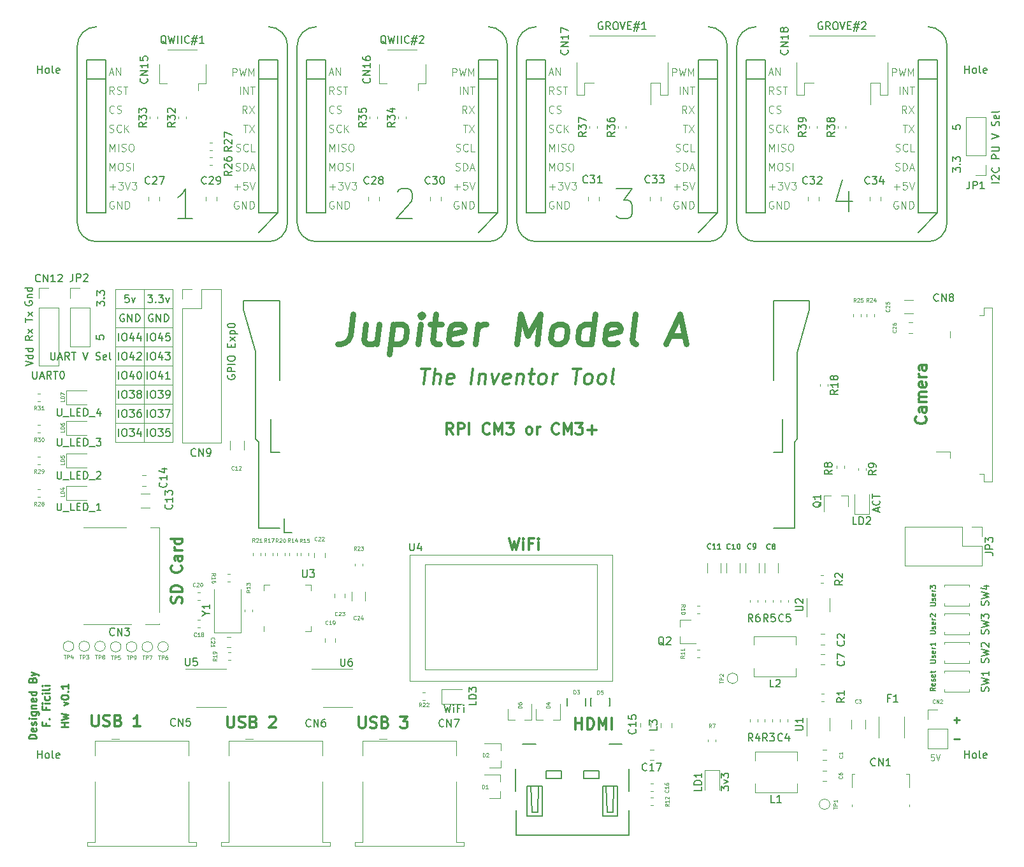
<source format=gbr>
G04 #@! TF.GenerationSoftware,KiCad,Pcbnew,(5.1.5)-3*
G04 #@! TF.CreationDate,2020-12-07T15:57:25+01:00*
G04 #@! TF.ProjectId,Jupiter,4a757069-7465-4722-9e6b-696361645f70,0.1*
G04 #@! TF.SameCoordinates,Original*
G04 #@! TF.FileFunction,Legend,Top*
G04 #@! TF.FilePolarity,Positive*
%FSLAX46Y46*%
G04 Gerber Fmt 4.6, Leading zero omitted, Abs format (unit mm)*
G04 Created by KiCad (PCBNEW (5.1.5)-3) date 2020-12-07 15:57:25*
%MOMM*%
%LPD*%
G04 APERTURE LIST*
%ADD10C,0.150000*%
%ADD11C,0.120000*%
%ADD12C,0.300000*%
%ADD13C,0.250000*%
%ADD14C,0.750000*%
%ADD15C,0.127000*%
%ADD16C,0.050000*%
%ADD17C,0.125000*%
G04 APERTURE END LIST*
D10*
X201397620Y-42931744D02*
X201397620Y-43407935D01*
X201873811Y-43455554D01*
X201826192Y-43407935D01*
X201778573Y-43312697D01*
X201778573Y-43074601D01*
X201826192Y-42979363D01*
X201873811Y-42931744D01*
X201969049Y-42884125D01*
X202207144Y-42884125D01*
X202302382Y-42931744D01*
X202350001Y-42979363D01*
X202397620Y-43074601D01*
X202397620Y-43312697D01*
X202350001Y-43407935D01*
X202302382Y-43455554D01*
X201433180Y-49165379D02*
X201433180Y-48546331D01*
X201814133Y-48879664D01*
X201814133Y-48736807D01*
X201861752Y-48641569D01*
X201909371Y-48593950D01*
X202004609Y-48546331D01*
X202242704Y-48546331D01*
X202337942Y-48593950D01*
X202385561Y-48641569D01*
X202433180Y-48736807D01*
X202433180Y-49022521D01*
X202385561Y-49117760D01*
X202337942Y-49165379D01*
X202337942Y-48117760D02*
X202385561Y-48070140D01*
X202433180Y-48117760D01*
X202385561Y-48165379D01*
X202337942Y-48117760D01*
X202433180Y-48117760D01*
X201433180Y-47736807D02*
X201433180Y-47117760D01*
X201814133Y-47451093D01*
X201814133Y-47308236D01*
X201861752Y-47212998D01*
X201909371Y-47165379D01*
X202004609Y-47117760D01*
X202242704Y-47117760D01*
X202337942Y-47165379D01*
X202385561Y-47212998D01*
X202433180Y-47308236D01*
X202433180Y-47593950D01*
X202385561Y-47689188D01*
X202337942Y-47736807D01*
X87620860Y-70856504D02*
X87620860Y-71332695D01*
X88097051Y-71380314D01*
X88049432Y-71332695D01*
X88001813Y-71237457D01*
X88001813Y-70999361D01*
X88049432Y-70904123D01*
X88097051Y-70856504D01*
X88192289Y-70808885D01*
X88430384Y-70808885D01*
X88525622Y-70856504D01*
X88573241Y-70904123D01*
X88620860Y-70999361D01*
X88620860Y-71237457D01*
X88573241Y-71332695D01*
X88525622Y-71380314D01*
X87707220Y-66965699D02*
X87707220Y-66346651D01*
X88088173Y-66679984D01*
X88088173Y-66537127D01*
X88135792Y-66441889D01*
X88183411Y-66394270D01*
X88278649Y-66346651D01*
X88516744Y-66346651D01*
X88611982Y-66394270D01*
X88659601Y-66441889D01*
X88707220Y-66537127D01*
X88707220Y-66822841D01*
X88659601Y-66918080D01*
X88611982Y-66965699D01*
X88611982Y-65918080D02*
X88659601Y-65870460D01*
X88707220Y-65918080D01*
X88659601Y-65965699D01*
X88611982Y-65918080D01*
X88707220Y-65918080D01*
X87707220Y-65537127D02*
X87707220Y-64918080D01*
X88088173Y-65251413D01*
X88088173Y-65108556D01*
X88135792Y-65013318D01*
X88183411Y-64965699D01*
X88278649Y-64918080D01*
X88516744Y-64918080D01*
X88611982Y-64965699D01*
X88659601Y-65013318D01*
X88707220Y-65108556D01*
X88707220Y-65394270D01*
X88659601Y-65489508D01*
X88611982Y-65537127D01*
X78207620Y-74923495D02*
X79207620Y-74590161D01*
X78207620Y-74256828D01*
X79207620Y-73494923D02*
X78207620Y-73494923D01*
X79160001Y-73494923D02*
X79207620Y-73590161D01*
X79207620Y-73780638D01*
X79160001Y-73875876D01*
X79112382Y-73923495D01*
X79017144Y-73971114D01*
X78731430Y-73971114D01*
X78636192Y-73923495D01*
X78588573Y-73875876D01*
X78540954Y-73780638D01*
X78540954Y-73590161D01*
X78588573Y-73494923D01*
X79207620Y-72590161D02*
X78207620Y-72590161D01*
X79160001Y-72590161D02*
X79207620Y-72685400D01*
X79207620Y-72875876D01*
X79160001Y-72971114D01*
X79112382Y-73018733D01*
X79017144Y-73066352D01*
X78731430Y-73066352D01*
X78636192Y-73018733D01*
X78588573Y-72971114D01*
X78540954Y-72875876D01*
X78540954Y-72685400D01*
X78588573Y-72590161D01*
X79177140Y-70945998D02*
X78700950Y-71279331D01*
X79177140Y-71517426D02*
X78177140Y-71517426D01*
X78177140Y-71136474D01*
X78224760Y-71041236D01*
X78272379Y-70993617D01*
X78367617Y-70945998D01*
X78510474Y-70945998D01*
X78605712Y-70993617D01*
X78653331Y-71041236D01*
X78700950Y-71136474D01*
X78700950Y-71517426D01*
X79177140Y-70612664D02*
X78510474Y-70088855D01*
X78510474Y-70612664D02*
X79177140Y-70088855D01*
X78177140Y-69112996D02*
X78177140Y-68541567D01*
X79177140Y-68827281D02*
X78177140Y-68827281D01*
X79177140Y-68303472D02*
X78510474Y-67779662D01*
X78510474Y-68303472D02*
X79177140Y-67779662D01*
X78184120Y-66342497D02*
X78136500Y-66437735D01*
X78136500Y-66580592D01*
X78184120Y-66723449D01*
X78279358Y-66818687D01*
X78374596Y-66866306D01*
X78565072Y-66913925D01*
X78707929Y-66913925D01*
X78898405Y-66866306D01*
X78993643Y-66818687D01*
X79088881Y-66723449D01*
X79136500Y-66580592D01*
X79136500Y-66485354D01*
X79088881Y-66342497D01*
X79041262Y-66294878D01*
X78707929Y-66294878D01*
X78707929Y-66485354D01*
X78469834Y-65866306D02*
X79136500Y-65866306D01*
X78565072Y-65866306D02*
X78517453Y-65818687D01*
X78469834Y-65723449D01*
X78469834Y-65580592D01*
X78517453Y-65485354D01*
X78612691Y-65437735D01*
X79136500Y-65437735D01*
X79136500Y-64532973D02*
X78136500Y-64532973D01*
X79088881Y-64532973D02*
X79136500Y-64628211D01*
X79136500Y-64818687D01*
X79088881Y-64913925D01*
X79041262Y-64961544D01*
X78946024Y-65009163D01*
X78660310Y-65009163D01*
X78565072Y-64961544D01*
X78517453Y-64913925D01*
X78469834Y-64818687D01*
X78469834Y-64628211D01*
X78517453Y-64532973D01*
X90598809Y-84272380D02*
X90598809Y-83272380D01*
X91265476Y-83272380D02*
X91455952Y-83272380D01*
X91551190Y-83320000D01*
X91646428Y-83415238D01*
X91694047Y-83605714D01*
X91694047Y-83939047D01*
X91646428Y-84129523D01*
X91551190Y-84224761D01*
X91455952Y-84272380D01*
X91265476Y-84272380D01*
X91170238Y-84224761D01*
X91075000Y-84129523D01*
X91027380Y-83939047D01*
X91027380Y-83605714D01*
X91075000Y-83415238D01*
X91170238Y-83320000D01*
X91265476Y-83272380D01*
X92027380Y-83272380D02*
X92646428Y-83272380D01*
X92313095Y-83653333D01*
X92455952Y-83653333D01*
X92551190Y-83700952D01*
X92598809Y-83748571D01*
X92646428Y-83843809D01*
X92646428Y-84081904D01*
X92598809Y-84177142D01*
X92551190Y-84224761D01*
X92455952Y-84272380D01*
X92170238Y-84272380D01*
X92075000Y-84224761D01*
X92027380Y-84177142D01*
X93503571Y-83605714D02*
X93503571Y-84272380D01*
X93265476Y-83224761D02*
X93027380Y-83939047D01*
X93646428Y-83939047D01*
X90598809Y-81732380D02*
X90598809Y-80732380D01*
X91265476Y-80732380D02*
X91455952Y-80732380D01*
X91551190Y-80780000D01*
X91646428Y-80875238D01*
X91694047Y-81065714D01*
X91694047Y-81399047D01*
X91646428Y-81589523D01*
X91551190Y-81684761D01*
X91455952Y-81732380D01*
X91265476Y-81732380D01*
X91170238Y-81684761D01*
X91075000Y-81589523D01*
X91027380Y-81399047D01*
X91027380Y-81065714D01*
X91075000Y-80875238D01*
X91170238Y-80780000D01*
X91265476Y-80732380D01*
X92027380Y-80732380D02*
X92646428Y-80732380D01*
X92313095Y-81113333D01*
X92455952Y-81113333D01*
X92551190Y-81160952D01*
X92598809Y-81208571D01*
X92646428Y-81303809D01*
X92646428Y-81541904D01*
X92598809Y-81637142D01*
X92551190Y-81684761D01*
X92455952Y-81732380D01*
X92170238Y-81732380D01*
X92075000Y-81684761D01*
X92027380Y-81637142D01*
X93503571Y-80732380D02*
X93313095Y-80732380D01*
X93217857Y-80780000D01*
X93170238Y-80827619D01*
X93075000Y-80970476D01*
X93027380Y-81160952D01*
X93027380Y-81541904D01*
X93075000Y-81637142D01*
X93122619Y-81684761D01*
X93217857Y-81732380D01*
X93408333Y-81732380D01*
X93503571Y-81684761D01*
X93551190Y-81637142D01*
X93598809Y-81541904D01*
X93598809Y-81303809D01*
X93551190Y-81208571D01*
X93503571Y-81160952D01*
X93408333Y-81113333D01*
X93217857Y-81113333D01*
X93122619Y-81160952D01*
X93075000Y-81208571D01*
X93027380Y-81303809D01*
X90598809Y-79192380D02*
X90598809Y-78192380D01*
X91265476Y-78192380D02*
X91455952Y-78192380D01*
X91551190Y-78240000D01*
X91646428Y-78335238D01*
X91694047Y-78525714D01*
X91694047Y-78859047D01*
X91646428Y-79049523D01*
X91551190Y-79144761D01*
X91455952Y-79192380D01*
X91265476Y-79192380D01*
X91170238Y-79144761D01*
X91075000Y-79049523D01*
X91027380Y-78859047D01*
X91027380Y-78525714D01*
X91075000Y-78335238D01*
X91170238Y-78240000D01*
X91265476Y-78192380D01*
X92027380Y-78192380D02*
X92646428Y-78192380D01*
X92313095Y-78573333D01*
X92455952Y-78573333D01*
X92551190Y-78620952D01*
X92598809Y-78668571D01*
X92646428Y-78763809D01*
X92646428Y-79001904D01*
X92598809Y-79097142D01*
X92551190Y-79144761D01*
X92455952Y-79192380D01*
X92170238Y-79192380D01*
X92075000Y-79144761D01*
X92027380Y-79097142D01*
X93217857Y-78620952D02*
X93122619Y-78573333D01*
X93075000Y-78525714D01*
X93027380Y-78430476D01*
X93027380Y-78382857D01*
X93075000Y-78287619D01*
X93122619Y-78240000D01*
X93217857Y-78192380D01*
X93408333Y-78192380D01*
X93503571Y-78240000D01*
X93551190Y-78287619D01*
X93598809Y-78382857D01*
X93598809Y-78430476D01*
X93551190Y-78525714D01*
X93503571Y-78573333D01*
X93408333Y-78620952D01*
X93217857Y-78620952D01*
X93122619Y-78668571D01*
X93075000Y-78716190D01*
X93027380Y-78811428D01*
X93027380Y-79001904D01*
X93075000Y-79097142D01*
X93122619Y-79144761D01*
X93217857Y-79192380D01*
X93408333Y-79192380D01*
X93503571Y-79144761D01*
X93551190Y-79097142D01*
X93598809Y-79001904D01*
X93598809Y-78811428D01*
X93551190Y-78716190D01*
X93503571Y-78668571D01*
X93408333Y-78620952D01*
X94408809Y-84272380D02*
X94408809Y-83272380D01*
X95075476Y-83272380D02*
X95265952Y-83272380D01*
X95361190Y-83320000D01*
X95456428Y-83415238D01*
X95504047Y-83605714D01*
X95504047Y-83939047D01*
X95456428Y-84129523D01*
X95361190Y-84224761D01*
X95265952Y-84272380D01*
X95075476Y-84272380D01*
X94980238Y-84224761D01*
X94885000Y-84129523D01*
X94837380Y-83939047D01*
X94837380Y-83605714D01*
X94885000Y-83415238D01*
X94980238Y-83320000D01*
X95075476Y-83272380D01*
X95837380Y-83272380D02*
X96456428Y-83272380D01*
X96123095Y-83653333D01*
X96265952Y-83653333D01*
X96361190Y-83700952D01*
X96408809Y-83748571D01*
X96456428Y-83843809D01*
X96456428Y-84081904D01*
X96408809Y-84177142D01*
X96361190Y-84224761D01*
X96265952Y-84272380D01*
X95980238Y-84272380D01*
X95885000Y-84224761D01*
X95837380Y-84177142D01*
X97361190Y-83272380D02*
X96885000Y-83272380D01*
X96837380Y-83748571D01*
X96885000Y-83700952D01*
X96980238Y-83653333D01*
X97218333Y-83653333D01*
X97313571Y-83700952D01*
X97361190Y-83748571D01*
X97408809Y-83843809D01*
X97408809Y-84081904D01*
X97361190Y-84177142D01*
X97313571Y-84224761D01*
X97218333Y-84272380D01*
X96980238Y-84272380D01*
X96885000Y-84224761D01*
X96837380Y-84177142D01*
X94408809Y-81732380D02*
X94408809Y-80732380D01*
X95075476Y-80732380D02*
X95265952Y-80732380D01*
X95361190Y-80780000D01*
X95456428Y-80875238D01*
X95504047Y-81065714D01*
X95504047Y-81399047D01*
X95456428Y-81589523D01*
X95361190Y-81684761D01*
X95265952Y-81732380D01*
X95075476Y-81732380D01*
X94980238Y-81684761D01*
X94885000Y-81589523D01*
X94837380Y-81399047D01*
X94837380Y-81065714D01*
X94885000Y-80875238D01*
X94980238Y-80780000D01*
X95075476Y-80732380D01*
X95837380Y-80732380D02*
X96456428Y-80732380D01*
X96123095Y-81113333D01*
X96265952Y-81113333D01*
X96361190Y-81160952D01*
X96408809Y-81208571D01*
X96456428Y-81303809D01*
X96456428Y-81541904D01*
X96408809Y-81637142D01*
X96361190Y-81684761D01*
X96265952Y-81732380D01*
X95980238Y-81732380D01*
X95885000Y-81684761D01*
X95837380Y-81637142D01*
X96789761Y-80732380D02*
X97456428Y-80732380D01*
X97027857Y-81732380D01*
X94408809Y-79192380D02*
X94408809Y-78192380D01*
X95075476Y-78192380D02*
X95265952Y-78192380D01*
X95361190Y-78240000D01*
X95456428Y-78335238D01*
X95504047Y-78525714D01*
X95504047Y-78859047D01*
X95456428Y-79049523D01*
X95361190Y-79144761D01*
X95265952Y-79192380D01*
X95075476Y-79192380D01*
X94980238Y-79144761D01*
X94885000Y-79049523D01*
X94837380Y-78859047D01*
X94837380Y-78525714D01*
X94885000Y-78335238D01*
X94980238Y-78240000D01*
X95075476Y-78192380D01*
X95837380Y-78192380D02*
X96456428Y-78192380D01*
X96123095Y-78573333D01*
X96265952Y-78573333D01*
X96361190Y-78620952D01*
X96408809Y-78668571D01*
X96456428Y-78763809D01*
X96456428Y-79001904D01*
X96408809Y-79097142D01*
X96361190Y-79144761D01*
X96265952Y-79192380D01*
X95980238Y-79192380D01*
X95885000Y-79144761D01*
X95837380Y-79097142D01*
X96932619Y-79192380D02*
X97123095Y-79192380D01*
X97218333Y-79144761D01*
X97265952Y-79097142D01*
X97361190Y-78954285D01*
X97408809Y-78763809D01*
X97408809Y-78382857D01*
X97361190Y-78287619D01*
X97313571Y-78240000D01*
X97218333Y-78192380D01*
X97027857Y-78192380D01*
X96932619Y-78240000D01*
X96885000Y-78287619D01*
X96837380Y-78382857D01*
X96837380Y-78620952D01*
X96885000Y-78716190D01*
X96932619Y-78763809D01*
X97027857Y-78811428D01*
X97218333Y-78811428D01*
X97313571Y-78763809D01*
X97361190Y-78716190D01*
X97408809Y-78620952D01*
X90598809Y-76652380D02*
X90598809Y-75652380D01*
X91265476Y-75652380D02*
X91455952Y-75652380D01*
X91551190Y-75700000D01*
X91646428Y-75795238D01*
X91694047Y-75985714D01*
X91694047Y-76319047D01*
X91646428Y-76509523D01*
X91551190Y-76604761D01*
X91455952Y-76652380D01*
X91265476Y-76652380D01*
X91170238Y-76604761D01*
X91075000Y-76509523D01*
X91027380Y-76319047D01*
X91027380Y-75985714D01*
X91075000Y-75795238D01*
X91170238Y-75700000D01*
X91265476Y-75652380D01*
X92551190Y-75985714D02*
X92551190Y-76652380D01*
X92313095Y-75604761D02*
X92075000Y-76319047D01*
X92694047Y-76319047D01*
X93265476Y-75652380D02*
X93360714Y-75652380D01*
X93455952Y-75700000D01*
X93503571Y-75747619D01*
X93551190Y-75842857D01*
X93598809Y-76033333D01*
X93598809Y-76271428D01*
X93551190Y-76461904D01*
X93503571Y-76557142D01*
X93455952Y-76604761D01*
X93360714Y-76652380D01*
X93265476Y-76652380D01*
X93170238Y-76604761D01*
X93122619Y-76557142D01*
X93075000Y-76461904D01*
X93027380Y-76271428D01*
X93027380Y-76033333D01*
X93075000Y-75842857D01*
X93122619Y-75747619D01*
X93170238Y-75700000D01*
X93265476Y-75652380D01*
X90598809Y-74112380D02*
X90598809Y-73112380D01*
X91265476Y-73112380D02*
X91455952Y-73112380D01*
X91551190Y-73160000D01*
X91646428Y-73255238D01*
X91694047Y-73445714D01*
X91694047Y-73779047D01*
X91646428Y-73969523D01*
X91551190Y-74064761D01*
X91455952Y-74112380D01*
X91265476Y-74112380D01*
X91170238Y-74064761D01*
X91075000Y-73969523D01*
X91027380Y-73779047D01*
X91027380Y-73445714D01*
X91075000Y-73255238D01*
X91170238Y-73160000D01*
X91265476Y-73112380D01*
X92551190Y-73445714D02*
X92551190Y-74112380D01*
X92313095Y-73064761D02*
X92075000Y-73779047D01*
X92694047Y-73779047D01*
X93027380Y-73207619D02*
X93075000Y-73160000D01*
X93170238Y-73112380D01*
X93408333Y-73112380D01*
X93503571Y-73160000D01*
X93551190Y-73207619D01*
X93598809Y-73302857D01*
X93598809Y-73398095D01*
X93551190Y-73540952D01*
X92979761Y-74112380D01*
X93598809Y-74112380D01*
X94408809Y-76652380D02*
X94408809Y-75652380D01*
X95075476Y-75652380D02*
X95265952Y-75652380D01*
X95361190Y-75700000D01*
X95456428Y-75795238D01*
X95504047Y-75985714D01*
X95504047Y-76319047D01*
X95456428Y-76509523D01*
X95361190Y-76604761D01*
X95265952Y-76652380D01*
X95075476Y-76652380D01*
X94980238Y-76604761D01*
X94885000Y-76509523D01*
X94837380Y-76319047D01*
X94837380Y-75985714D01*
X94885000Y-75795238D01*
X94980238Y-75700000D01*
X95075476Y-75652380D01*
X96361190Y-75985714D02*
X96361190Y-76652380D01*
X96123095Y-75604761D02*
X95885000Y-76319047D01*
X96504047Y-76319047D01*
X97408809Y-76652380D02*
X96837380Y-76652380D01*
X97123095Y-76652380D02*
X97123095Y-75652380D01*
X97027857Y-75795238D01*
X96932619Y-75890476D01*
X96837380Y-75938095D01*
X94408809Y-74112380D02*
X94408809Y-73112380D01*
X95075476Y-73112380D02*
X95265952Y-73112380D01*
X95361190Y-73160000D01*
X95456428Y-73255238D01*
X95504047Y-73445714D01*
X95504047Y-73779047D01*
X95456428Y-73969523D01*
X95361190Y-74064761D01*
X95265952Y-74112380D01*
X95075476Y-74112380D01*
X94980238Y-74064761D01*
X94885000Y-73969523D01*
X94837380Y-73779047D01*
X94837380Y-73445714D01*
X94885000Y-73255238D01*
X94980238Y-73160000D01*
X95075476Y-73112380D01*
X96361190Y-73445714D02*
X96361190Y-74112380D01*
X96123095Y-73064761D02*
X95885000Y-73779047D01*
X96504047Y-73779047D01*
X96789761Y-73112380D02*
X97408809Y-73112380D01*
X97075476Y-73493333D01*
X97218333Y-73493333D01*
X97313571Y-73540952D01*
X97361190Y-73588571D01*
X97408809Y-73683809D01*
X97408809Y-73921904D01*
X97361190Y-74017142D01*
X97313571Y-74064761D01*
X97218333Y-74112380D01*
X96932619Y-74112380D01*
X96837380Y-74064761D01*
X96789761Y-74017142D01*
X94408809Y-71572380D02*
X94408809Y-70572380D01*
X95075476Y-70572380D02*
X95265952Y-70572380D01*
X95361190Y-70620000D01*
X95456428Y-70715238D01*
X95504047Y-70905714D01*
X95504047Y-71239047D01*
X95456428Y-71429523D01*
X95361190Y-71524761D01*
X95265952Y-71572380D01*
X95075476Y-71572380D01*
X94980238Y-71524761D01*
X94885000Y-71429523D01*
X94837380Y-71239047D01*
X94837380Y-70905714D01*
X94885000Y-70715238D01*
X94980238Y-70620000D01*
X95075476Y-70572380D01*
X96361190Y-70905714D02*
X96361190Y-71572380D01*
X96123095Y-70524761D02*
X95885000Y-71239047D01*
X96504047Y-71239047D01*
X97361190Y-70572380D02*
X96885000Y-70572380D01*
X96837380Y-71048571D01*
X96885000Y-71000952D01*
X96980238Y-70953333D01*
X97218333Y-70953333D01*
X97313571Y-71000952D01*
X97361190Y-71048571D01*
X97408809Y-71143809D01*
X97408809Y-71381904D01*
X97361190Y-71477142D01*
X97313571Y-71524761D01*
X97218333Y-71572380D01*
X96980238Y-71572380D01*
X96885000Y-71524761D01*
X96837380Y-71477142D01*
X90598809Y-71572380D02*
X90598809Y-70572380D01*
X91265476Y-70572380D02*
X91455952Y-70572380D01*
X91551190Y-70620000D01*
X91646428Y-70715238D01*
X91694047Y-70905714D01*
X91694047Y-71239047D01*
X91646428Y-71429523D01*
X91551190Y-71524761D01*
X91455952Y-71572380D01*
X91265476Y-71572380D01*
X91170238Y-71524761D01*
X91075000Y-71429523D01*
X91027380Y-71239047D01*
X91027380Y-70905714D01*
X91075000Y-70715238D01*
X91170238Y-70620000D01*
X91265476Y-70572380D01*
X92551190Y-70905714D02*
X92551190Y-71572380D01*
X92313095Y-70524761D02*
X92075000Y-71239047D01*
X92694047Y-71239047D01*
X93503571Y-70905714D02*
X93503571Y-71572380D01*
X93265476Y-70524761D02*
X93027380Y-71239047D01*
X93646428Y-71239047D01*
X95123095Y-68080000D02*
X95027857Y-68032380D01*
X94885000Y-68032380D01*
X94742142Y-68080000D01*
X94646904Y-68175238D01*
X94599285Y-68270476D01*
X94551666Y-68460952D01*
X94551666Y-68603809D01*
X94599285Y-68794285D01*
X94646904Y-68889523D01*
X94742142Y-68984761D01*
X94885000Y-69032380D01*
X94980238Y-69032380D01*
X95123095Y-68984761D01*
X95170714Y-68937142D01*
X95170714Y-68603809D01*
X94980238Y-68603809D01*
X95599285Y-69032380D02*
X95599285Y-68032380D01*
X96170714Y-69032380D01*
X96170714Y-68032380D01*
X96646904Y-69032380D02*
X96646904Y-68032380D01*
X96885000Y-68032380D01*
X97027857Y-68080000D01*
X97123095Y-68175238D01*
X97170714Y-68270476D01*
X97218333Y-68460952D01*
X97218333Y-68603809D01*
X97170714Y-68794285D01*
X97123095Y-68889523D01*
X97027857Y-68984761D01*
X96885000Y-69032380D01*
X96646904Y-69032380D01*
X91313095Y-68080000D02*
X91217857Y-68032380D01*
X91075000Y-68032380D01*
X90932142Y-68080000D01*
X90836904Y-68175238D01*
X90789285Y-68270476D01*
X90741666Y-68460952D01*
X90741666Y-68603809D01*
X90789285Y-68794285D01*
X90836904Y-68889523D01*
X90932142Y-68984761D01*
X91075000Y-69032380D01*
X91170238Y-69032380D01*
X91313095Y-68984761D01*
X91360714Y-68937142D01*
X91360714Y-68603809D01*
X91170238Y-68603809D01*
X91789285Y-69032380D02*
X91789285Y-68032380D01*
X92360714Y-69032380D01*
X92360714Y-68032380D01*
X92836904Y-69032380D02*
X92836904Y-68032380D01*
X93075000Y-68032380D01*
X93217857Y-68080000D01*
X93313095Y-68175238D01*
X93360714Y-68270476D01*
X93408333Y-68460952D01*
X93408333Y-68603809D01*
X93360714Y-68794285D01*
X93313095Y-68889523D01*
X93217857Y-68984761D01*
X93075000Y-69032380D01*
X92836904Y-69032380D01*
X94456428Y-65492380D02*
X95075476Y-65492380D01*
X94742142Y-65873333D01*
X94885000Y-65873333D01*
X94980238Y-65920952D01*
X95027857Y-65968571D01*
X95075476Y-66063809D01*
X95075476Y-66301904D01*
X95027857Y-66397142D01*
X94980238Y-66444761D01*
X94885000Y-66492380D01*
X94599285Y-66492380D01*
X94504047Y-66444761D01*
X94456428Y-66397142D01*
X95504047Y-66397142D02*
X95551666Y-66444761D01*
X95504047Y-66492380D01*
X95456428Y-66444761D01*
X95504047Y-66397142D01*
X95504047Y-66492380D01*
X95885000Y-65492380D02*
X96504047Y-65492380D01*
X96170714Y-65873333D01*
X96313571Y-65873333D01*
X96408809Y-65920952D01*
X96456428Y-65968571D01*
X96504047Y-66063809D01*
X96504047Y-66301904D01*
X96456428Y-66397142D01*
X96408809Y-66444761D01*
X96313571Y-66492380D01*
X96027857Y-66492380D01*
X95932619Y-66444761D01*
X95885000Y-66397142D01*
X96837380Y-65825714D02*
X97075476Y-66492380D01*
X97313571Y-65825714D01*
X91932142Y-65492380D02*
X91455952Y-65492380D01*
X91408333Y-65968571D01*
X91455952Y-65920952D01*
X91551190Y-65873333D01*
X91789285Y-65873333D01*
X91884523Y-65920952D01*
X91932142Y-65968571D01*
X91979761Y-66063809D01*
X91979761Y-66301904D01*
X91932142Y-66397142D01*
X91884523Y-66444761D01*
X91789285Y-66492380D01*
X91551190Y-66492380D01*
X91455952Y-66444761D01*
X91408333Y-66397142D01*
X92313095Y-65825714D02*
X92551190Y-66492380D01*
X92789285Y-65825714D01*
D11*
X93980000Y-85090000D02*
X93980000Y-64770000D01*
X97790000Y-82550000D02*
X90170000Y-82550000D01*
X97790000Y-80010000D02*
X97790000Y-82550000D01*
X90170000Y-80010000D02*
X97790000Y-80010000D01*
X90170000Y-77470000D02*
X90170000Y-80010000D01*
X97790000Y-77470000D02*
X90170000Y-77470000D01*
X97790000Y-74930000D02*
X97790000Y-77470000D01*
X90170000Y-74930000D02*
X97790000Y-74930000D01*
X90170000Y-72390000D02*
X90170000Y-74930000D01*
X97790000Y-72390000D02*
X90170000Y-72390000D01*
X97790000Y-69850000D02*
X97790000Y-72390000D01*
X90170000Y-69850000D02*
X97790000Y-69850000D01*
X90170000Y-67310000D02*
X90170000Y-69850000D01*
X97790000Y-67310000D02*
X90170000Y-67310000D01*
X90170000Y-85090000D02*
X90170000Y-64770000D01*
X97790000Y-85090000D02*
X90170000Y-85090000D01*
X97790000Y-64770000D02*
X97790000Y-85090000D01*
X90170000Y-64770000D02*
X97790000Y-64770000D01*
D12*
X135027851Y-84015971D02*
X134527851Y-83301685D01*
X134170708Y-84015971D02*
X134170708Y-82515971D01*
X134742137Y-82515971D01*
X134884994Y-82587400D01*
X134956422Y-82658828D01*
X135027851Y-82801685D01*
X135027851Y-83015971D01*
X134956422Y-83158828D01*
X134884994Y-83230257D01*
X134742137Y-83301685D01*
X134170708Y-83301685D01*
X135670708Y-84015971D02*
X135670708Y-82515971D01*
X136242137Y-82515971D01*
X136384994Y-82587400D01*
X136456422Y-82658828D01*
X136527851Y-82801685D01*
X136527851Y-83015971D01*
X136456422Y-83158828D01*
X136384994Y-83230257D01*
X136242137Y-83301685D01*
X135670708Y-83301685D01*
X137170708Y-84015971D02*
X137170708Y-82515971D01*
X139884994Y-83873114D02*
X139813565Y-83944542D01*
X139599280Y-84015971D01*
X139456422Y-84015971D01*
X139242137Y-83944542D01*
X139099280Y-83801685D01*
X139027851Y-83658828D01*
X138956422Y-83373114D01*
X138956422Y-83158828D01*
X139027851Y-82873114D01*
X139099280Y-82730257D01*
X139242137Y-82587400D01*
X139456422Y-82515971D01*
X139599280Y-82515971D01*
X139813565Y-82587400D01*
X139884994Y-82658828D01*
X140527851Y-84015971D02*
X140527851Y-82515971D01*
X141027851Y-83587400D01*
X141527851Y-82515971D01*
X141527851Y-84015971D01*
X142099280Y-82515971D02*
X143027851Y-82515971D01*
X142527851Y-83087400D01*
X142742137Y-83087400D01*
X142884994Y-83158828D01*
X142956422Y-83230257D01*
X143027851Y-83373114D01*
X143027851Y-83730257D01*
X142956422Y-83873114D01*
X142884994Y-83944542D01*
X142742137Y-84015971D01*
X142313565Y-84015971D01*
X142170708Y-83944542D01*
X142099280Y-83873114D01*
X145027851Y-84015971D02*
X144884994Y-83944542D01*
X144813565Y-83873114D01*
X144742137Y-83730257D01*
X144742137Y-83301685D01*
X144813565Y-83158828D01*
X144884994Y-83087400D01*
X145027851Y-83015971D01*
X145242137Y-83015971D01*
X145384994Y-83087400D01*
X145456422Y-83158828D01*
X145527851Y-83301685D01*
X145527851Y-83730257D01*
X145456422Y-83873114D01*
X145384994Y-83944542D01*
X145242137Y-84015971D01*
X145027851Y-84015971D01*
X146170708Y-84015971D02*
X146170708Y-83015971D01*
X146170708Y-83301685D02*
X146242137Y-83158828D01*
X146313565Y-83087400D01*
X146456422Y-83015971D01*
X146599280Y-83015971D01*
X149099280Y-83873114D02*
X149027851Y-83944542D01*
X148813565Y-84015971D01*
X148670708Y-84015971D01*
X148456422Y-83944542D01*
X148313565Y-83801685D01*
X148242137Y-83658828D01*
X148170708Y-83373114D01*
X148170708Y-83158828D01*
X148242137Y-82873114D01*
X148313565Y-82730257D01*
X148456422Y-82587400D01*
X148670708Y-82515971D01*
X148813565Y-82515971D01*
X149027851Y-82587400D01*
X149099280Y-82658828D01*
X149742137Y-84015971D02*
X149742137Y-82515971D01*
X150242137Y-83587400D01*
X150742137Y-82515971D01*
X150742137Y-84015971D01*
X151313565Y-82515971D02*
X152242137Y-82515971D01*
X151742137Y-83087400D01*
X151956422Y-83087400D01*
X152099280Y-83158828D01*
X152170708Y-83230257D01*
X152242137Y-83373114D01*
X152242137Y-83730257D01*
X152170708Y-83873114D01*
X152099280Y-83944542D01*
X151956422Y-84015971D01*
X151527851Y-84015971D01*
X151384994Y-83944542D01*
X151313565Y-83873114D01*
X152884994Y-83444542D02*
X154027851Y-83444542D01*
X153456422Y-84015971D02*
X153456422Y-82873114D01*
D13*
X201549047Y-124531428D02*
X202310952Y-124531428D01*
X201549047Y-121991428D02*
X202310952Y-121991428D01*
X201930000Y-122372380D02*
X201930000Y-121610476D01*
X83916780Y-122895643D02*
X82916780Y-122895643D01*
X83392971Y-122895643D02*
X83392971Y-122324215D01*
X83916780Y-122324215D02*
X82916780Y-122324215D01*
X82916780Y-121943262D02*
X83916780Y-121705167D01*
X83202495Y-121514691D01*
X83916780Y-121324215D01*
X82916780Y-121086120D01*
X83250114Y-120038500D02*
X83916780Y-119800405D01*
X83250114Y-119562310D01*
X82916780Y-118990881D02*
X82916780Y-118895643D01*
X82964400Y-118800405D01*
X83012019Y-118752786D01*
X83107257Y-118705167D01*
X83297733Y-118657548D01*
X83535828Y-118657548D01*
X83726304Y-118705167D01*
X83821542Y-118752786D01*
X83869161Y-118800405D01*
X83916780Y-118895643D01*
X83916780Y-118990881D01*
X83869161Y-119086120D01*
X83821542Y-119133739D01*
X83726304Y-119181358D01*
X83535828Y-119228977D01*
X83297733Y-119228977D01*
X83107257Y-119181358D01*
X83012019Y-119133739D01*
X82964400Y-119086120D01*
X82916780Y-118990881D01*
X83821542Y-118228977D02*
X83869161Y-118181358D01*
X83916780Y-118228977D01*
X83869161Y-118276596D01*
X83821542Y-118228977D01*
X83916780Y-118228977D01*
X83916780Y-117228977D02*
X83916780Y-117800405D01*
X83916780Y-117514691D02*
X82916780Y-117514691D01*
X83059638Y-117609929D01*
X83154876Y-117705167D01*
X83202495Y-117800405D01*
D12*
X151302542Y-123198011D02*
X151302542Y-121698011D01*
X151302542Y-122412297D02*
X152159685Y-122412297D01*
X152159685Y-123198011D02*
X152159685Y-121698011D01*
X152873971Y-123198011D02*
X152873971Y-121698011D01*
X153231114Y-121698011D01*
X153445400Y-121769440D01*
X153588257Y-121912297D01*
X153659685Y-122055154D01*
X153731114Y-122340868D01*
X153731114Y-122555154D01*
X153659685Y-122840868D01*
X153588257Y-122983725D01*
X153445400Y-123126582D01*
X153231114Y-123198011D01*
X152873971Y-123198011D01*
X154373971Y-123198011D02*
X154373971Y-121698011D01*
X154873971Y-122769440D01*
X155373971Y-121698011D01*
X155373971Y-123198011D01*
X156088257Y-123198011D02*
X156088257Y-121698011D01*
X197797194Y-81686660D02*
X197868622Y-81758088D01*
X197940051Y-81972374D01*
X197940051Y-82115231D01*
X197868622Y-82329517D01*
X197725765Y-82472374D01*
X197582908Y-82543802D01*
X197297194Y-82615231D01*
X197082908Y-82615231D01*
X196797194Y-82543802D01*
X196654337Y-82472374D01*
X196511480Y-82329517D01*
X196440051Y-82115231D01*
X196440051Y-81972374D01*
X196511480Y-81758088D01*
X196582908Y-81686660D01*
X197940051Y-80400945D02*
X197154337Y-80400945D01*
X197011480Y-80472374D01*
X196940051Y-80615231D01*
X196940051Y-80900945D01*
X197011480Y-81043802D01*
X197868622Y-80400945D02*
X197940051Y-80543802D01*
X197940051Y-80900945D01*
X197868622Y-81043802D01*
X197725765Y-81115231D01*
X197582908Y-81115231D01*
X197440051Y-81043802D01*
X197368622Y-80900945D01*
X197368622Y-80543802D01*
X197297194Y-80400945D01*
X197940051Y-79686660D02*
X196940051Y-79686660D01*
X197082908Y-79686660D02*
X197011480Y-79615231D01*
X196940051Y-79472374D01*
X196940051Y-79258088D01*
X197011480Y-79115231D01*
X197154337Y-79043802D01*
X197940051Y-79043802D01*
X197154337Y-79043802D02*
X197011480Y-78972374D01*
X196940051Y-78829517D01*
X196940051Y-78615231D01*
X197011480Y-78472374D01*
X197154337Y-78400945D01*
X197940051Y-78400945D01*
X197868622Y-77115231D02*
X197940051Y-77258088D01*
X197940051Y-77543802D01*
X197868622Y-77686660D01*
X197725765Y-77758088D01*
X197154337Y-77758088D01*
X197011480Y-77686660D01*
X196940051Y-77543802D01*
X196940051Y-77258088D01*
X197011480Y-77115231D01*
X197154337Y-77043802D01*
X197297194Y-77043802D01*
X197440051Y-77758088D01*
X197940051Y-76400945D02*
X196940051Y-76400945D01*
X197225765Y-76400945D02*
X197082908Y-76329517D01*
X197011480Y-76258088D01*
X196940051Y-76115231D01*
X196940051Y-75972374D01*
X197940051Y-74829517D02*
X197154337Y-74829517D01*
X197011480Y-74900945D01*
X196940051Y-75043802D01*
X196940051Y-75329517D01*
X197011480Y-75472374D01*
X197868622Y-74829517D02*
X197940051Y-74972374D01*
X197940051Y-75329517D01*
X197868622Y-75472374D01*
X197725765Y-75543802D01*
X197582908Y-75543802D01*
X197440051Y-75472374D01*
X197368622Y-75329517D01*
X197368622Y-74972374D01*
X197297194Y-74829517D01*
X142505680Y-97837251D02*
X142862822Y-99337251D01*
X143148537Y-98265822D01*
X143434251Y-99337251D01*
X143791394Y-97837251D01*
X144362822Y-99337251D02*
X144362822Y-98337251D01*
X144362822Y-97837251D02*
X144291394Y-97908680D01*
X144362822Y-97980108D01*
X144434251Y-97908680D01*
X144362822Y-97837251D01*
X144362822Y-97980108D01*
X145577108Y-98551537D02*
X145077108Y-98551537D01*
X145077108Y-99337251D02*
X145077108Y-97837251D01*
X145791394Y-97837251D01*
X146362822Y-99337251D02*
X146362822Y-98337251D01*
X146362822Y-97837251D02*
X146291394Y-97908680D01*
X146362822Y-97980108D01*
X146434251Y-97908680D01*
X146362822Y-97837251D01*
X146362822Y-97980108D01*
X98925462Y-106454828D02*
X98996891Y-106240542D01*
X98996891Y-105883400D01*
X98925462Y-105740542D01*
X98854034Y-105669114D01*
X98711177Y-105597685D01*
X98568320Y-105597685D01*
X98425462Y-105669114D01*
X98354034Y-105740542D01*
X98282605Y-105883400D01*
X98211177Y-106169114D01*
X98139748Y-106311971D01*
X98068320Y-106383400D01*
X97925462Y-106454828D01*
X97782605Y-106454828D01*
X97639748Y-106383400D01*
X97568320Y-106311971D01*
X97496891Y-106169114D01*
X97496891Y-105811971D01*
X97568320Y-105597685D01*
X98996891Y-104954828D02*
X97496891Y-104954828D01*
X97496891Y-104597685D01*
X97568320Y-104383400D01*
X97711177Y-104240542D01*
X97854034Y-104169114D01*
X98139748Y-104097685D01*
X98354034Y-104097685D01*
X98639748Y-104169114D01*
X98782605Y-104240542D01*
X98925462Y-104383400D01*
X98996891Y-104597685D01*
X98996891Y-104954828D01*
X98854034Y-101454828D02*
X98925462Y-101526257D01*
X98996891Y-101740542D01*
X98996891Y-101883400D01*
X98925462Y-102097685D01*
X98782605Y-102240542D01*
X98639748Y-102311971D01*
X98354034Y-102383400D01*
X98139748Y-102383400D01*
X97854034Y-102311971D01*
X97711177Y-102240542D01*
X97568320Y-102097685D01*
X97496891Y-101883400D01*
X97496891Y-101740542D01*
X97568320Y-101526257D01*
X97639748Y-101454828D01*
X98996891Y-100169114D02*
X98211177Y-100169114D01*
X98068320Y-100240542D01*
X97996891Y-100383400D01*
X97996891Y-100669114D01*
X98068320Y-100811971D01*
X98925462Y-100169114D02*
X98996891Y-100311971D01*
X98996891Y-100669114D01*
X98925462Y-100811971D01*
X98782605Y-100883400D01*
X98639748Y-100883400D01*
X98496891Y-100811971D01*
X98425462Y-100669114D01*
X98425462Y-100311971D01*
X98354034Y-100169114D01*
X98996891Y-99454828D02*
X97996891Y-99454828D01*
X98282605Y-99454828D02*
X98139748Y-99383400D01*
X98068320Y-99311971D01*
X97996891Y-99169114D01*
X97996891Y-99026257D01*
X98996891Y-97883400D02*
X97496891Y-97883400D01*
X98925462Y-97883400D02*
X98996891Y-98026257D01*
X98996891Y-98311971D01*
X98925462Y-98454828D01*
X98854034Y-98526257D01*
X98711177Y-98597685D01*
X98282605Y-98597685D01*
X98139748Y-98526257D01*
X98068320Y-98454828D01*
X97996891Y-98311971D01*
X97996891Y-98026257D01*
X98068320Y-97883400D01*
X122526028Y-121543071D02*
X122526028Y-122757357D01*
X122597457Y-122900214D01*
X122668885Y-122971642D01*
X122811742Y-123043071D01*
X123097457Y-123043071D01*
X123240314Y-122971642D01*
X123311742Y-122900214D01*
X123383171Y-122757357D01*
X123383171Y-121543071D01*
X124026028Y-122971642D02*
X124240314Y-123043071D01*
X124597457Y-123043071D01*
X124740314Y-122971642D01*
X124811742Y-122900214D01*
X124883171Y-122757357D01*
X124883171Y-122614500D01*
X124811742Y-122471642D01*
X124740314Y-122400214D01*
X124597457Y-122328785D01*
X124311742Y-122257357D01*
X124168885Y-122185928D01*
X124097457Y-122114500D01*
X124026028Y-121971642D01*
X124026028Y-121828785D01*
X124097457Y-121685928D01*
X124168885Y-121614500D01*
X124311742Y-121543071D01*
X124668885Y-121543071D01*
X124883171Y-121614500D01*
X126026028Y-122257357D02*
X126240314Y-122328785D01*
X126311742Y-122400214D01*
X126383171Y-122543071D01*
X126383171Y-122757357D01*
X126311742Y-122900214D01*
X126240314Y-122971642D01*
X126097457Y-123043071D01*
X125526028Y-123043071D01*
X125526028Y-121543071D01*
X126026028Y-121543071D01*
X126168885Y-121614500D01*
X126240314Y-121685928D01*
X126311742Y-121828785D01*
X126311742Y-121971642D01*
X126240314Y-122114500D01*
X126168885Y-122185928D01*
X126026028Y-122257357D01*
X125526028Y-122257357D01*
X128026028Y-121543071D02*
X128954600Y-121543071D01*
X128454600Y-122114500D01*
X128668885Y-122114500D01*
X128811742Y-122185928D01*
X128883171Y-122257357D01*
X128954600Y-122400214D01*
X128954600Y-122757357D01*
X128883171Y-122900214D01*
X128811742Y-122971642D01*
X128668885Y-123043071D01*
X128240314Y-123043071D01*
X128097457Y-122971642D01*
X128026028Y-122900214D01*
X105030508Y-121507511D02*
X105030508Y-122721797D01*
X105101937Y-122864654D01*
X105173365Y-122936082D01*
X105316222Y-123007511D01*
X105601937Y-123007511D01*
X105744794Y-122936082D01*
X105816222Y-122864654D01*
X105887651Y-122721797D01*
X105887651Y-121507511D01*
X106530508Y-122936082D02*
X106744794Y-123007511D01*
X107101937Y-123007511D01*
X107244794Y-122936082D01*
X107316222Y-122864654D01*
X107387651Y-122721797D01*
X107387651Y-122578940D01*
X107316222Y-122436082D01*
X107244794Y-122364654D01*
X107101937Y-122293225D01*
X106816222Y-122221797D01*
X106673365Y-122150368D01*
X106601937Y-122078940D01*
X106530508Y-121936082D01*
X106530508Y-121793225D01*
X106601937Y-121650368D01*
X106673365Y-121578940D01*
X106816222Y-121507511D01*
X107173365Y-121507511D01*
X107387651Y-121578940D01*
X108530508Y-122221797D02*
X108744794Y-122293225D01*
X108816222Y-122364654D01*
X108887651Y-122507511D01*
X108887651Y-122721797D01*
X108816222Y-122864654D01*
X108744794Y-122936082D01*
X108601937Y-123007511D01*
X108030508Y-123007511D01*
X108030508Y-121507511D01*
X108530508Y-121507511D01*
X108673365Y-121578940D01*
X108744794Y-121650368D01*
X108816222Y-121793225D01*
X108816222Y-121936082D01*
X108744794Y-122078940D01*
X108673365Y-122150368D01*
X108530508Y-122221797D01*
X108030508Y-122221797D01*
X110601937Y-121650368D02*
X110673365Y-121578940D01*
X110816222Y-121507511D01*
X111173365Y-121507511D01*
X111316222Y-121578940D01*
X111387651Y-121650368D01*
X111459080Y-121793225D01*
X111459080Y-121936082D01*
X111387651Y-122150368D01*
X110530508Y-123007511D01*
X111459080Y-123007511D01*
X87054928Y-121337331D02*
X87054928Y-122551617D01*
X87126357Y-122694474D01*
X87197785Y-122765902D01*
X87340642Y-122837331D01*
X87626357Y-122837331D01*
X87769214Y-122765902D01*
X87840642Y-122694474D01*
X87912071Y-122551617D01*
X87912071Y-121337331D01*
X88554928Y-122765902D02*
X88769214Y-122837331D01*
X89126357Y-122837331D01*
X89269214Y-122765902D01*
X89340642Y-122694474D01*
X89412071Y-122551617D01*
X89412071Y-122408760D01*
X89340642Y-122265902D01*
X89269214Y-122194474D01*
X89126357Y-122123045D01*
X88840642Y-122051617D01*
X88697785Y-121980188D01*
X88626357Y-121908760D01*
X88554928Y-121765902D01*
X88554928Y-121623045D01*
X88626357Y-121480188D01*
X88697785Y-121408760D01*
X88840642Y-121337331D01*
X89197785Y-121337331D01*
X89412071Y-121408760D01*
X90554928Y-122051617D02*
X90769214Y-122123045D01*
X90840642Y-122194474D01*
X90912071Y-122337331D01*
X90912071Y-122551617D01*
X90840642Y-122694474D01*
X90769214Y-122765902D01*
X90626357Y-122837331D01*
X90054928Y-122837331D01*
X90054928Y-121337331D01*
X90554928Y-121337331D01*
X90697785Y-121408760D01*
X90769214Y-121480188D01*
X90840642Y-121623045D01*
X90840642Y-121765902D01*
X90769214Y-121908760D01*
X90697785Y-121980188D01*
X90554928Y-122051617D01*
X90054928Y-122051617D01*
X93483500Y-122837331D02*
X92626357Y-122837331D01*
X93054928Y-122837331D02*
X93054928Y-121337331D01*
X92912071Y-121551617D01*
X92769214Y-121694474D01*
X92626357Y-121765902D01*
X130821008Y-75338441D02*
X131963865Y-75338441D01*
X131142437Y-77338441D02*
X131392437Y-75338441D01*
X132380532Y-77338441D02*
X132630532Y-75338441D01*
X133237675Y-77338441D02*
X133368627Y-76290822D01*
X133297199Y-76100346D01*
X133118627Y-76005108D01*
X132832913Y-76005108D01*
X132630532Y-76100346D01*
X132523389Y-76195584D01*
X134963865Y-77243203D02*
X134761485Y-77338441D01*
X134380532Y-77338441D01*
X134201961Y-77243203D01*
X134130532Y-77052727D01*
X134225770Y-76290822D01*
X134344818Y-76100346D01*
X134547199Y-76005108D01*
X134928151Y-76005108D01*
X135106723Y-76100346D01*
X135178151Y-76290822D01*
X135154342Y-76481299D01*
X134178151Y-76671775D01*
X137428151Y-77338441D02*
X137678151Y-75338441D01*
X138547199Y-76005108D02*
X138380532Y-77338441D01*
X138523389Y-76195584D02*
X138630532Y-76100346D01*
X138832913Y-76005108D01*
X139118627Y-76005108D01*
X139297199Y-76100346D01*
X139368627Y-76290822D01*
X139237675Y-77338441D01*
X140166246Y-76005108D02*
X140475770Y-77338441D01*
X141118627Y-76005108D01*
X142487675Y-77243203D02*
X142285294Y-77338441D01*
X141904342Y-77338441D01*
X141725770Y-77243203D01*
X141654342Y-77052727D01*
X141749580Y-76290822D01*
X141868627Y-76100346D01*
X142071008Y-76005108D01*
X142451961Y-76005108D01*
X142630532Y-76100346D01*
X142701961Y-76290822D01*
X142678151Y-76481299D01*
X141701961Y-76671775D01*
X143594818Y-76005108D02*
X143428151Y-77338441D01*
X143571008Y-76195584D02*
X143678151Y-76100346D01*
X143880532Y-76005108D01*
X144166246Y-76005108D01*
X144344818Y-76100346D01*
X144416246Y-76290822D01*
X144285294Y-77338441D01*
X145118627Y-76005108D02*
X145880532Y-76005108D01*
X145487675Y-75338441D02*
X145273389Y-77052727D01*
X145344818Y-77243203D01*
X145523389Y-77338441D01*
X145713865Y-77338441D01*
X146666246Y-77338441D02*
X146487675Y-77243203D01*
X146404342Y-77147965D01*
X146332913Y-76957489D01*
X146404342Y-76386060D01*
X146523389Y-76195584D01*
X146630532Y-76100346D01*
X146832913Y-76005108D01*
X147118627Y-76005108D01*
X147297199Y-76100346D01*
X147380532Y-76195584D01*
X147451961Y-76386060D01*
X147380532Y-76957489D01*
X147261485Y-77147965D01*
X147154342Y-77243203D01*
X146951961Y-77338441D01*
X146666246Y-77338441D01*
X148190056Y-77338441D02*
X148356723Y-76005108D01*
X148309104Y-76386060D02*
X148428151Y-76195584D01*
X148535294Y-76100346D01*
X148737675Y-76005108D01*
X148928151Y-76005108D01*
X150916246Y-75338441D02*
X152059104Y-75338441D01*
X151237675Y-77338441D02*
X151487675Y-75338441D01*
X152761485Y-77338441D02*
X152582913Y-77243203D01*
X152499580Y-77147965D01*
X152428151Y-76957489D01*
X152499580Y-76386060D01*
X152618627Y-76195584D01*
X152725770Y-76100346D01*
X152928151Y-76005108D01*
X153213865Y-76005108D01*
X153392437Y-76100346D01*
X153475770Y-76195584D01*
X153547199Y-76386060D01*
X153475770Y-76957489D01*
X153356723Y-77147965D01*
X153249580Y-77243203D01*
X153047199Y-77338441D01*
X152761485Y-77338441D01*
X154571008Y-77338441D02*
X154392437Y-77243203D01*
X154309104Y-77147965D01*
X154237675Y-76957489D01*
X154309104Y-76386060D01*
X154428151Y-76195584D01*
X154535294Y-76100346D01*
X154737675Y-76005108D01*
X155023389Y-76005108D01*
X155201961Y-76100346D01*
X155285294Y-76195584D01*
X155356723Y-76386060D01*
X155285294Y-76957489D01*
X155166246Y-77147965D01*
X155059104Y-77243203D01*
X154856723Y-77338441D01*
X154571008Y-77338441D01*
X156380532Y-77338441D02*
X156201961Y-77243203D01*
X156130532Y-77052727D01*
X156344818Y-75338441D01*
D13*
X79648340Y-124454372D02*
X78648340Y-124454372D01*
X78648340Y-124216277D01*
X78695960Y-124073420D01*
X78791198Y-123978181D01*
X78886436Y-123930562D01*
X79076912Y-123882943D01*
X79219769Y-123882943D01*
X79410245Y-123930562D01*
X79505483Y-123978181D01*
X79600721Y-124073420D01*
X79648340Y-124216277D01*
X79648340Y-124454372D01*
X79600721Y-123073420D02*
X79648340Y-123168658D01*
X79648340Y-123359134D01*
X79600721Y-123454372D01*
X79505483Y-123501991D01*
X79124531Y-123501991D01*
X79029293Y-123454372D01*
X78981674Y-123359134D01*
X78981674Y-123168658D01*
X79029293Y-123073420D01*
X79124531Y-123025800D01*
X79219769Y-123025800D01*
X79315007Y-123501991D01*
X79600721Y-122644848D02*
X79648340Y-122549610D01*
X79648340Y-122359134D01*
X79600721Y-122263896D01*
X79505483Y-122216277D01*
X79457864Y-122216277D01*
X79362626Y-122263896D01*
X79315007Y-122359134D01*
X79315007Y-122501991D01*
X79267388Y-122597229D01*
X79172150Y-122644848D01*
X79124531Y-122644848D01*
X79029293Y-122597229D01*
X78981674Y-122501991D01*
X78981674Y-122359134D01*
X79029293Y-122263896D01*
X79648340Y-121787705D02*
X78981674Y-121787705D01*
X78648340Y-121787705D02*
X78695960Y-121835324D01*
X78743579Y-121787705D01*
X78695960Y-121740086D01*
X78648340Y-121787705D01*
X78743579Y-121787705D01*
X78981674Y-120882943D02*
X79791198Y-120882943D01*
X79886436Y-120930562D01*
X79934055Y-120978181D01*
X79981674Y-121073420D01*
X79981674Y-121216277D01*
X79934055Y-121311515D01*
X79600721Y-120882943D02*
X79648340Y-120978181D01*
X79648340Y-121168658D01*
X79600721Y-121263896D01*
X79553102Y-121311515D01*
X79457864Y-121359134D01*
X79172150Y-121359134D01*
X79076912Y-121311515D01*
X79029293Y-121263896D01*
X78981674Y-121168658D01*
X78981674Y-120978181D01*
X79029293Y-120882943D01*
X78981674Y-120406753D02*
X79648340Y-120406753D01*
X79076912Y-120406753D02*
X79029293Y-120359134D01*
X78981674Y-120263896D01*
X78981674Y-120121039D01*
X79029293Y-120025800D01*
X79124531Y-119978181D01*
X79648340Y-119978181D01*
X79600721Y-119121039D02*
X79648340Y-119216277D01*
X79648340Y-119406753D01*
X79600721Y-119501991D01*
X79505483Y-119549610D01*
X79124531Y-119549610D01*
X79029293Y-119501991D01*
X78981674Y-119406753D01*
X78981674Y-119216277D01*
X79029293Y-119121039D01*
X79124531Y-119073420D01*
X79219769Y-119073420D01*
X79315007Y-119549610D01*
X79648340Y-118216277D02*
X78648340Y-118216277D01*
X79600721Y-118216277D02*
X79648340Y-118311515D01*
X79648340Y-118501991D01*
X79600721Y-118597229D01*
X79553102Y-118644848D01*
X79457864Y-118692467D01*
X79172150Y-118692467D01*
X79076912Y-118644848D01*
X79029293Y-118597229D01*
X78981674Y-118501991D01*
X78981674Y-118311515D01*
X79029293Y-118216277D01*
X79124531Y-116644848D02*
X79172150Y-116501991D01*
X79219769Y-116454372D01*
X79315007Y-116406753D01*
X79457864Y-116406753D01*
X79553102Y-116454372D01*
X79600721Y-116501991D01*
X79648340Y-116597229D01*
X79648340Y-116978181D01*
X78648340Y-116978181D01*
X78648340Y-116644848D01*
X78695960Y-116549610D01*
X78743579Y-116501991D01*
X78838817Y-116454372D01*
X78934055Y-116454372D01*
X79029293Y-116501991D01*
X79076912Y-116549610D01*
X79124531Y-116644848D01*
X79124531Y-116978181D01*
X78981674Y-116073420D02*
X79648340Y-115835324D01*
X78981674Y-115597229D02*
X79648340Y-115835324D01*
X79886436Y-115930562D01*
X79934055Y-115978181D01*
X79981674Y-116073420D01*
X80874531Y-122382943D02*
X80874531Y-122716277D01*
X81398340Y-122716277D02*
X80398340Y-122716277D01*
X80398340Y-122240086D01*
X81303102Y-121859134D02*
X81350721Y-121811515D01*
X81398340Y-121859134D01*
X81350721Y-121906753D01*
X81303102Y-121859134D01*
X81398340Y-121859134D01*
X80874531Y-120287705D02*
X80874531Y-120621039D01*
X81398340Y-120621039D02*
X80398340Y-120621039D01*
X80398340Y-120144848D01*
X81398340Y-119763896D02*
X80731674Y-119763896D01*
X80398340Y-119763896D02*
X80445960Y-119811515D01*
X80493579Y-119763896D01*
X80445960Y-119716277D01*
X80398340Y-119763896D01*
X80493579Y-119763896D01*
X81350721Y-118859134D02*
X81398340Y-118954372D01*
X81398340Y-119144848D01*
X81350721Y-119240086D01*
X81303102Y-119287705D01*
X81207864Y-119335324D01*
X80922150Y-119335324D01*
X80826912Y-119287705D01*
X80779293Y-119240086D01*
X80731674Y-119144848D01*
X80731674Y-118954372D01*
X80779293Y-118859134D01*
X81398340Y-118430562D02*
X80731674Y-118430562D01*
X80398340Y-118430562D02*
X80445960Y-118478181D01*
X80493579Y-118430562D01*
X80445960Y-118382943D01*
X80398340Y-118430562D01*
X80493579Y-118430562D01*
X81398340Y-117811515D02*
X81350721Y-117906753D01*
X81255483Y-117954372D01*
X80398340Y-117954372D01*
X81398340Y-117430562D02*
X80731674Y-117430562D01*
X80398340Y-117430562D02*
X80445960Y-117478181D01*
X80493579Y-117430562D01*
X80445960Y-117382943D01*
X80398340Y-117430562D01*
X80493579Y-117430562D01*
D14*
X121703222Y-68045603D02*
X121346079Y-70902746D01*
X121084174Y-71474175D01*
X120655603Y-71855127D01*
X120060365Y-72045603D01*
X119679412Y-72045603D01*
X125155603Y-69378937D02*
X124822270Y-72045603D01*
X123441317Y-69378937D02*
X123179412Y-71474175D01*
X123322270Y-71855127D01*
X123679412Y-72045603D01*
X124250841Y-72045603D01*
X124655603Y-71855127D01*
X124869889Y-71664651D01*
X127060365Y-69378937D02*
X126560365Y-73378937D01*
X127036555Y-69569413D02*
X127441317Y-69378937D01*
X128203222Y-69378937D01*
X128560365Y-69569413D01*
X128727032Y-69759889D01*
X128869889Y-70140841D01*
X128727032Y-71283699D01*
X128488936Y-71664651D01*
X128274651Y-71855127D01*
X127869889Y-72045603D01*
X127107984Y-72045603D01*
X126750841Y-71855127D01*
X130346079Y-72045603D02*
X130679412Y-69378937D01*
X130846079Y-68045603D02*
X130631793Y-68236080D01*
X130798460Y-68426556D01*
X131012746Y-68236080D01*
X130846079Y-68045603D01*
X130798460Y-68426556D01*
X132012746Y-69378937D02*
X133536555Y-69378937D01*
X132750841Y-68045603D02*
X132322270Y-71474175D01*
X132465127Y-71855127D01*
X132822270Y-72045603D01*
X133203222Y-72045603D01*
X136084174Y-71855127D02*
X135679412Y-72045603D01*
X134917508Y-72045603D01*
X134560365Y-71855127D01*
X134417508Y-71474175D01*
X134607984Y-69950365D01*
X134846079Y-69569413D01*
X135250841Y-69378937D01*
X136012746Y-69378937D01*
X136369889Y-69569413D01*
X136512746Y-69950365D01*
X136465127Y-70331318D01*
X134512746Y-70712270D01*
X137965127Y-72045603D02*
X138298460Y-69378937D01*
X138203222Y-70140841D02*
X138441317Y-69759889D01*
X138655603Y-69569413D01*
X139060365Y-69378937D01*
X139441317Y-69378937D01*
X143488936Y-72045603D02*
X143988936Y-68045603D01*
X144965127Y-70902746D01*
X146655603Y-68045603D01*
X146155603Y-72045603D01*
X148631793Y-72045603D02*
X148274651Y-71855127D01*
X148107984Y-71664651D01*
X147965127Y-71283699D01*
X148107984Y-70140841D01*
X148346079Y-69759889D01*
X148560365Y-69569413D01*
X148965127Y-69378937D01*
X149536555Y-69378937D01*
X149893698Y-69569413D01*
X150060365Y-69759889D01*
X150203222Y-70140841D01*
X150060365Y-71283699D01*
X149822270Y-71664651D01*
X149607984Y-71855127D01*
X149203222Y-72045603D01*
X148631793Y-72045603D01*
X153393698Y-72045603D02*
X153893698Y-68045603D01*
X153417508Y-71855127D02*
X153012746Y-72045603D01*
X152250841Y-72045603D01*
X151893698Y-71855127D01*
X151727032Y-71664651D01*
X151584174Y-71283699D01*
X151727032Y-70140841D01*
X151965127Y-69759889D01*
X152179412Y-69569413D01*
X152584174Y-69378937D01*
X153346079Y-69378937D01*
X153703222Y-69569413D01*
X156846079Y-71855127D02*
X156441317Y-72045603D01*
X155679412Y-72045603D01*
X155322270Y-71855127D01*
X155179412Y-71474175D01*
X155369889Y-69950365D01*
X155607984Y-69569413D01*
X156012746Y-69378937D01*
X156774651Y-69378937D01*
X157131793Y-69569413D01*
X157274651Y-69950365D01*
X157227032Y-70331318D01*
X155274651Y-70712270D01*
X159298460Y-72045603D02*
X158941317Y-71855127D01*
X158798460Y-71474175D01*
X159227032Y-68045603D01*
X163822270Y-70902746D02*
X165727032Y-70902746D01*
X163298460Y-72045603D02*
X165131793Y-68045603D01*
X165965127Y-72045603D01*
D15*
X200660000Y-32385000D02*
G75*
G03X198120000Y-29845000I-2540000J0D01*
G01*
X175260000Y-29845000D02*
G75*
G03X172720000Y-32385000I0J-2540000D01*
G01*
X198120000Y-58420000D02*
G75*
G03X200660000Y-55880000I0J2540000D01*
G01*
X198120000Y-58420000D02*
G75*
G03X200660000Y-55880000I0J2540000D01*
G01*
X172720000Y-55880000D02*
G75*
G03X175260000Y-58420000I2540000J0D01*
G01*
X199390000Y-54610000D02*
X196860000Y-57200000D01*
X200660000Y-32385000D02*
X200660000Y-55880000D01*
X175260000Y-58420000D02*
X198120000Y-58420000D01*
X172720000Y-32385000D02*
X172720000Y-55880000D01*
X173990000Y-36830000D02*
X176530000Y-36830000D01*
X196850000Y-34290000D02*
X199390000Y-34290000D01*
X196850000Y-54610000D02*
X199390000Y-54610000D01*
X196850000Y-36830000D02*
X196850000Y-54610000D01*
X196850000Y-34290000D02*
X196850000Y-36830000D01*
X199390000Y-34290000D02*
X199390000Y-54610000D01*
X196850000Y-36830000D02*
X199390000Y-36830000D01*
X176530000Y-34290000D02*
X173990000Y-34290000D01*
X176530000Y-36830000D02*
X176530000Y-34290000D01*
X176530000Y-54610000D02*
X176530000Y-36830000D01*
X173990000Y-54610000D02*
X176530000Y-54610000D01*
X173990000Y-36830000D02*
X173990000Y-54610000D01*
X173990000Y-34290000D02*
X173990000Y-36830000D01*
X171450000Y-32385000D02*
G75*
G03X168910000Y-29845000I-2540000J0D01*
G01*
X146050000Y-29845000D02*
G75*
G03X143510000Y-32385000I0J-2540000D01*
G01*
X168910000Y-58420000D02*
G75*
G03X171450000Y-55880000I0J2540000D01*
G01*
X168910000Y-58420000D02*
G75*
G03X171450000Y-55880000I0J2540000D01*
G01*
X143510000Y-55880000D02*
G75*
G03X146050000Y-58420000I2540000J0D01*
G01*
X170180000Y-54610000D02*
X167650000Y-57200000D01*
X171450000Y-32385000D02*
X171450000Y-55880000D01*
X146050000Y-58420000D02*
X168910000Y-58420000D01*
X143510000Y-32385000D02*
X143510000Y-55880000D01*
X144780000Y-36830000D02*
X147320000Y-36830000D01*
X167640000Y-34290000D02*
X170180000Y-34290000D01*
X167640000Y-54610000D02*
X170180000Y-54610000D01*
X167640000Y-36830000D02*
X167640000Y-54610000D01*
X167640000Y-34290000D02*
X167640000Y-36830000D01*
X170180000Y-34290000D02*
X170180000Y-54610000D01*
X167640000Y-36830000D02*
X170180000Y-36830000D01*
X147320000Y-34290000D02*
X144780000Y-34290000D01*
X147320000Y-36830000D02*
X147320000Y-34290000D01*
X147320000Y-54610000D02*
X147320000Y-36830000D01*
X144780000Y-54610000D02*
X147320000Y-54610000D01*
X144780000Y-36830000D02*
X144780000Y-54610000D01*
X144780000Y-34290000D02*
X144780000Y-36830000D01*
X142240000Y-32385000D02*
G75*
G03X139700000Y-29845000I-2540000J0D01*
G01*
X116840000Y-29845000D02*
G75*
G03X114300000Y-32385000I0J-2540000D01*
G01*
X139700000Y-58420000D02*
G75*
G03X142240000Y-55880000I0J2540000D01*
G01*
X139700000Y-58420000D02*
G75*
G03X142240000Y-55880000I0J2540000D01*
G01*
X114300000Y-55880000D02*
G75*
G03X116840000Y-58420000I2540000J0D01*
G01*
X140970000Y-54610000D02*
X138440000Y-57200000D01*
X142240000Y-32385000D02*
X142240000Y-55880000D01*
X116840000Y-58420000D02*
X139700000Y-58420000D01*
X114300000Y-32385000D02*
X114300000Y-55880000D01*
X115570000Y-36830000D02*
X118110000Y-36830000D01*
X138430000Y-34290000D02*
X140970000Y-34290000D01*
X138430000Y-54610000D02*
X140970000Y-54610000D01*
X138430000Y-36830000D02*
X138430000Y-54610000D01*
X138430000Y-34290000D02*
X138430000Y-36830000D01*
X140970000Y-34290000D02*
X140970000Y-54610000D01*
X138430000Y-36830000D02*
X140970000Y-36830000D01*
X118110000Y-34290000D02*
X115570000Y-34290000D01*
X118110000Y-36830000D02*
X118110000Y-34290000D01*
X118110000Y-54610000D02*
X118110000Y-36830000D01*
X115570000Y-54610000D02*
X118110000Y-54610000D01*
X115570000Y-36830000D02*
X115570000Y-54610000D01*
X115570000Y-34290000D02*
X115570000Y-36830000D01*
X113030000Y-32385000D02*
G75*
G03X110490000Y-29845000I-2540000J0D01*
G01*
X87630000Y-29845000D02*
G75*
G03X85090000Y-32385000I0J-2540000D01*
G01*
X110490000Y-58420000D02*
G75*
G03X113030000Y-55880000I0J2540000D01*
G01*
X110490000Y-58420000D02*
G75*
G03X113030000Y-55880000I0J2540000D01*
G01*
X85090000Y-55880000D02*
G75*
G03X87630000Y-58420000I2540000J0D01*
G01*
X111760000Y-54610000D02*
X109230000Y-57200000D01*
X113030000Y-32385000D02*
X113030000Y-55880000D01*
X87630000Y-58420000D02*
X110490000Y-58420000D01*
X85090000Y-32385000D02*
X85090000Y-55880000D01*
X86360000Y-36830000D02*
X88900000Y-36830000D01*
X109220000Y-34290000D02*
X111760000Y-34290000D01*
X109220000Y-54610000D02*
X111760000Y-54610000D01*
X109220000Y-36830000D02*
X109220000Y-54610000D01*
X109220000Y-34290000D02*
X109220000Y-36830000D01*
X111760000Y-34290000D02*
X111760000Y-54610000D01*
X109220000Y-36830000D02*
X111760000Y-36830000D01*
X88900000Y-34290000D02*
X86360000Y-34290000D01*
X88900000Y-36830000D02*
X88900000Y-34290000D01*
X88900000Y-54610000D02*
X88900000Y-36830000D01*
X86360000Y-54610000D02*
X88900000Y-54610000D01*
X86360000Y-36830000D02*
X86360000Y-54610000D01*
X86360000Y-34290000D02*
X86360000Y-36830000D01*
D11*
X184145422Y-127329000D02*
X184662578Y-127329000D01*
X184145422Y-125909000D02*
X184662578Y-125909000D01*
X129270760Y-116812060D02*
X156194760Y-116812060D01*
X129270760Y-100048060D02*
X156194760Y-100048060D01*
X156194760Y-100048060D02*
X156194760Y-116812060D01*
X129270760Y-100048060D02*
X129270760Y-116812060D01*
X154162760Y-101318060D02*
X131302760Y-101318060D01*
X154162760Y-115288060D02*
X154162760Y-101318060D01*
X131302760Y-115288060D02*
X154162760Y-115288060D01*
X131302760Y-101318060D02*
X131302760Y-115288060D01*
D10*
X178780000Y-82040000D02*
X178780000Y-86440000D01*
X178780000Y-86440000D02*
X177580000Y-86440000D01*
X177580000Y-76840000D02*
X177580000Y-66240000D01*
X111980000Y-76840000D02*
X111980000Y-66240000D01*
X111980000Y-86440000D02*
X110780000Y-86440000D01*
X110780000Y-86440000D02*
X110780000Y-82040000D01*
X177580000Y-96440000D02*
X180380000Y-96440000D01*
X180380000Y-96440000D02*
X180380000Y-85040000D01*
X180380000Y-85040000D02*
X180780000Y-84640000D01*
X180780000Y-84640000D02*
X180780000Y-73240000D01*
X180780000Y-73240000D02*
X182380000Y-67440000D01*
X182380000Y-67440000D02*
X182380000Y-66240000D01*
X182380000Y-66240000D02*
X177580000Y-66240000D01*
X111980000Y-96440000D02*
X109180000Y-96440000D01*
X109180000Y-96440000D02*
X109180000Y-85040000D01*
X109180000Y-85040000D02*
X108780000Y-84640000D01*
X108780000Y-84640000D02*
X108780000Y-73040000D01*
X108780000Y-73040000D02*
X107180000Y-67440000D01*
X107180000Y-67440000D02*
X107180000Y-66240000D01*
X107180000Y-66240000D02*
X111980000Y-66240000D01*
X113580000Y-97040000D02*
X112580000Y-97040000D01*
X112580000Y-97040000D02*
X112580000Y-95240000D01*
D11*
X188397000Y-91964000D02*
X188397000Y-94649000D01*
X188397000Y-94649000D02*
X190317000Y-94649000D01*
X190317000Y-94649000D02*
X190317000Y-91964000D01*
D10*
X156276000Y-134246000D02*
X156376000Y-130746000D01*
X155476000Y-134246000D02*
X156276000Y-134246000D01*
X155376000Y-130846000D02*
X155476000Y-134246000D01*
X146276000Y-134246000D02*
X146376000Y-130746000D01*
X145476000Y-134246000D02*
X146276000Y-134246000D01*
X145376000Y-130746000D02*
X145476000Y-134246000D01*
X152376000Y-128746000D02*
X154376000Y-128746000D01*
X152376000Y-129746000D02*
X152376000Y-128746000D01*
X154376000Y-129746000D02*
X152376000Y-129746000D01*
X154376000Y-128746000D02*
X154376000Y-129746000D01*
X149376000Y-128746000D02*
X147376000Y-128746000D01*
X149376000Y-129746000D02*
X149376000Y-128746000D01*
X147376000Y-129746000D02*
X149376000Y-129746000D01*
X147376000Y-128746000D02*
X147376000Y-129746000D01*
X154876000Y-130746000D02*
X156876000Y-130746000D01*
X156876000Y-130746000D02*
X156876000Y-134746000D01*
X156876000Y-134746000D02*
X154876000Y-134746000D01*
X154876000Y-134746000D02*
X154876000Y-130746000D01*
X144876000Y-134746000D02*
X144876000Y-130746000D01*
X146876000Y-134746000D02*
X144876000Y-134746000D01*
X146876000Y-130746000D02*
X146876000Y-134746000D01*
X144876000Y-130746000D02*
X146876000Y-130746000D01*
X155726000Y-125196000D02*
X157476000Y-125196000D01*
X144226000Y-125196000D02*
X146026000Y-125196000D01*
X158376000Y-131446000D02*
X158376000Y-128496000D01*
X158376000Y-137296000D02*
X158376000Y-133996000D01*
X143326000Y-131446000D02*
X143326000Y-128496000D01*
X143376000Y-137296000D02*
X143376000Y-133996000D01*
X143376000Y-137296000D02*
X158376000Y-137296000D01*
D11*
X189759000Y-121952936D02*
X189759000Y-123157064D01*
X187939000Y-121952936D02*
X187939000Y-123157064D01*
X179453000Y-122209779D02*
X179453000Y-121884221D01*
X178433000Y-122209779D02*
X178433000Y-121884221D01*
X178560000Y-106334779D02*
X178560000Y-106009221D01*
X179580000Y-106334779D02*
X179580000Y-106009221D01*
X178214700Y-101163036D02*
X178214700Y-102367164D01*
X176394700Y-101163036D02*
X176394700Y-102367164D01*
X175674700Y-101163036D02*
X175674700Y-102367164D01*
X173854700Y-101163036D02*
X173854700Y-102367164D01*
X171314700Y-101163036D02*
X171314700Y-102367164D01*
X173134700Y-101163036D02*
X173134700Y-102367164D01*
X170594700Y-101163036D02*
X170594700Y-102367164D01*
X168774700Y-101163036D02*
X168774700Y-102367164D01*
X105404240Y-86067984D02*
X105404240Y-84863856D01*
X107224240Y-86067984D02*
X107224240Y-84863856D01*
X94709064Y-91927000D02*
X93504936Y-91927000D01*
X94709064Y-93747000D02*
X93504936Y-93747000D01*
X94238578Y-89460000D02*
X93721422Y-89460000D01*
X94238578Y-90880000D02*
X93721422Y-90880000D01*
X161254221Y-130427000D02*
X161579779Y-130427000D01*
X161254221Y-131447000D02*
X161579779Y-131447000D01*
X101381779Y-109730000D02*
X101056221Y-109730000D01*
X101381779Y-108710000D02*
X101056221Y-108710000D01*
X119394040Y-111095022D02*
X119394040Y-111612178D01*
X117974040Y-111095022D02*
X117974040Y-111612178D01*
X101381779Y-105027000D02*
X101056221Y-105027000D01*
X101381779Y-106047000D02*
X101056221Y-106047000D01*
X105475538Y-112348080D02*
X104958382Y-112348080D01*
X105475538Y-110928080D02*
X104958382Y-110928080D01*
X116541480Y-100334578D02*
X116541480Y-99817422D01*
X117961480Y-100334578D02*
X117961480Y-99817422D01*
X119246580Y-105217462D02*
X119246580Y-105734618D01*
X120666580Y-105217462D02*
X120666580Y-105734618D01*
X121525620Y-104914616D02*
X121525620Y-106118744D01*
X123345620Y-104914616D02*
X123345620Y-106118744D01*
X196182064Y-67966000D02*
X194977936Y-67966000D01*
X196182064Y-66146000D02*
X194977936Y-66146000D01*
X196092578Y-70560000D02*
X195575422Y-70560000D01*
X196092578Y-69140000D02*
X195575422Y-69140000D01*
X95960000Y-52446422D02*
X95960000Y-52963578D01*
X94540000Y-52446422D02*
X94540000Y-52963578D01*
X123750000Y-52446422D02*
X123750000Y-52963578D01*
X125170000Y-52446422D02*
X125170000Y-52963578D01*
X102160000Y-52446422D02*
X102160000Y-52963578D01*
X103580000Y-52446422D02*
X103580000Y-52963578D01*
X132005000Y-52446422D02*
X132005000Y-52963578D01*
X133425000Y-52446422D02*
X133425000Y-52963578D01*
X152960000Y-52446422D02*
X152960000Y-52963578D01*
X154380000Y-52446422D02*
X154380000Y-52963578D01*
X183590000Y-52446422D02*
X183590000Y-52963578D01*
X182170000Y-52446422D02*
X182170000Y-52963578D01*
X162635000Y-52446422D02*
X162635000Y-52963578D01*
X161215000Y-52446422D02*
X161215000Y-52963578D01*
X190425000Y-52446422D02*
X190425000Y-52963578D01*
X191845000Y-52446422D02*
X191845000Y-52963578D01*
X161675578Y-127329000D02*
X161158422Y-127329000D01*
X161675578Y-125909000D02*
X161158422Y-125909000D01*
X195632500Y-129205000D02*
X195252500Y-129205000D01*
X195632500Y-133255000D02*
X195632500Y-133515000D01*
X195632500Y-129205000D02*
X195632500Y-130975000D01*
X188012500Y-129205000D02*
X188392500Y-129205000D01*
X188012500Y-130975000D02*
X188012500Y-129205000D01*
X188012500Y-133515000D02*
X188012500Y-133255000D01*
X89670000Y-124470000D02*
X90670000Y-124470000D01*
X86420000Y-138220000D02*
X86420000Y-138720000D01*
X87420000Y-138220000D02*
X86420000Y-138220000D01*
X87420000Y-130220000D02*
X87420000Y-138220000D01*
X87420000Y-124720000D02*
X87420000Y-126720000D01*
X99920000Y-124720000D02*
X87420000Y-124720000D01*
X99920000Y-126720000D02*
X99920000Y-124720000D01*
X99920000Y-138220000D02*
X99920000Y-130220000D01*
X100920000Y-138220000D02*
X99920000Y-138220000D01*
X100920000Y-138720000D02*
X100920000Y-138220000D01*
X86420000Y-138720000D02*
X100920000Y-138720000D01*
X104200000Y-138720000D02*
X118700000Y-138720000D01*
X118700000Y-138720000D02*
X118700000Y-138220000D01*
X118700000Y-138220000D02*
X117700000Y-138220000D01*
X117700000Y-138220000D02*
X117700000Y-130220000D01*
X117700000Y-126720000D02*
X117700000Y-124720000D01*
X117700000Y-124720000D02*
X105200000Y-124720000D01*
X105200000Y-124720000D02*
X105200000Y-126720000D01*
X105200000Y-130220000D02*
X105200000Y-138220000D01*
X105200000Y-138220000D02*
X104200000Y-138220000D01*
X104200000Y-138220000D02*
X104200000Y-138720000D01*
X107450000Y-124470000D02*
X108450000Y-124470000D01*
X125230000Y-124470000D02*
X126230000Y-124470000D01*
X121980000Y-138220000D02*
X121980000Y-138720000D01*
X122980000Y-138220000D02*
X121980000Y-138220000D01*
X122980000Y-130220000D02*
X122980000Y-138220000D01*
X122980000Y-124720000D02*
X122980000Y-126720000D01*
X135480000Y-124720000D02*
X122980000Y-124720000D01*
X135480000Y-126720000D02*
X135480000Y-124720000D01*
X135480000Y-138220000D02*
X135480000Y-130220000D01*
X136480000Y-138220000D02*
X135480000Y-138220000D01*
X136480000Y-138720000D02*
X136480000Y-138220000D01*
X121980000Y-138720000D02*
X136480000Y-138720000D01*
X201020000Y-71175000D02*
X201020000Y-70350000D01*
X201020000Y-86305000D02*
X199220000Y-86305000D01*
X201020000Y-87130000D02*
X201020000Y-86305000D01*
X205530000Y-89285000D02*
X204990000Y-89285000D01*
X205530000Y-90310000D02*
X205530000Y-89285000D01*
X206640000Y-90310000D02*
X205530000Y-90310000D01*
X206640000Y-67170000D02*
X206640000Y-90310000D01*
X205530000Y-67170000D02*
X206640000Y-67170000D01*
X205530000Y-68195000D02*
X205530000Y-67170000D01*
X204990000Y-68195000D02*
X205530000Y-68195000D01*
X99000000Y-85150000D02*
X104200000Y-85150000D01*
X99000000Y-67310000D02*
X99000000Y-85150000D01*
X104200000Y-64710000D02*
X104200000Y-85150000D01*
X99000000Y-67310000D02*
X101600000Y-67310000D01*
X101600000Y-67310000D02*
X101600000Y-64710000D01*
X101600000Y-64710000D02*
X104200000Y-64710000D01*
X99000000Y-66040000D02*
X99000000Y-64710000D01*
X99000000Y-64710000D02*
X100330000Y-64710000D01*
X79950000Y-74853001D02*
X82610000Y-74853001D01*
X79950000Y-67173001D02*
X79950000Y-74853001D01*
X82610000Y-67173001D02*
X82610000Y-74853001D01*
X79950000Y-67173001D02*
X82610000Y-67173001D01*
X79950000Y-65903001D02*
X79950000Y-64573001D01*
X79950000Y-64573001D02*
X81280000Y-64573001D01*
X141293120Y-132420480D02*
X141293120Y-131490480D01*
X141293120Y-129260480D02*
X141293120Y-130190480D01*
X141293120Y-129260480D02*
X139133120Y-129260480D01*
X141293120Y-132420480D02*
X139833120Y-132420480D01*
X141333760Y-128275200D02*
X141333760Y-127345200D01*
X141333760Y-125115200D02*
X141333760Y-126045200D01*
X141333760Y-125115200D02*
X139173760Y-125115200D01*
X141333760Y-128275200D02*
X139873760Y-128275200D01*
D10*
X152654320Y-120088280D02*
X152604320Y-120088280D01*
X152654320Y-120088280D02*
X152654320Y-119088280D01*
X152654320Y-119088280D02*
X152604320Y-119088280D01*
X150204320Y-120088280D02*
X150154320Y-120088280D01*
X150154320Y-120088280D02*
X150154320Y-119088280D01*
X150154320Y-119088280D02*
X150204320Y-119088280D01*
D11*
X146065120Y-121968800D02*
X146065120Y-120508800D01*
X149225120Y-121968800D02*
X149225120Y-119808800D01*
X149225120Y-121968800D02*
X148295120Y-121968800D01*
X146065120Y-121968800D02*
X146995120Y-121968800D01*
D10*
X153339480Y-119108600D02*
X153389480Y-119108600D01*
X153339480Y-120108600D02*
X153339480Y-119108600D01*
X153389480Y-120108600D02*
X153339480Y-120108600D01*
X155839480Y-119108600D02*
X155789480Y-119108600D01*
X155839480Y-120108600D02*
X155839480Y-119108600D01*
X155839480Y-120108600D02*
X155789480Y-120108600D01*
D11*
X142265280Y-121968800D02*
X142265280Y-120508800D01*
X145425280Y-121968800D02*
X145425280Y-119808800D01*
X145425280Y-121968800D02*
X144495280Y-121968800D01*
X142265280Y-121968800D02*
X143195280Y-121968800D01*
X195004000Y-121549748D02*
X195004000Y-124322252D01*
X191584000Y-121549748D02*
X191584000Y-124322252D01*
X205800000Y-49590000D02*
X204470000Y-49590000D01*
X205800000Y-48260000D02*
X205800000Y-49590000D01*
X205800000Y-46990000D02*
X203140000Y-46990000D01*
X203140000Y-46990000D02*
X203140000Y-41850000D01*
X205800000Y-46990000D02*
X205800000Y-41850000D01*
X205800000Y-41850000D02*
X203140000Y-41850000D01*
X84110520Y-72338240D02*
X86770520Y-72338240D01*
X84110520Y-67198240D02*
X84110520Y-72338240D01*
X86770520Y-67198240D02*
X86770520Y-72338240D01*
X84110520Y-67198240D02*
X86770520Y-67198240D01*
X84110520Y-65928240D02*
X84110520Y-64598240D01*
X84110520Y-64598240D02*
X85440520Y-64598240D01*
X184312779Y-118489000D02*
X183987221Y-118489000D01*
X184312779Y-119509000D02*
X183987221Y-119509000D01*
X184185779Y-102741000D02*
X183860221Y-102741000D01*
X184185779Y-103761000D02*
X183860221Y-103761000D01*
X177421000Y-122209779D02*
X177421000Y-121884221D01*
X176401000Y-122209779D02*
X176401000Y-121884221D01*
X175516000Y-121884221D02*
X175516000Y-122209779D01*
X174496000Y-121884221D02*
X174496000Y-122209779D01*
X177548000Y-106334779D02*
X177548000Y-106009221D01*
X176528000Y-106334779D02*
X176528000Y-106009221D01*
X175516000Y-106009221D02*
X175516000Y-106334779D01*
X174496000Y-106009221D02*
X174496000Y-106334779D01*
X169928000Y-124876779D02*
X169928000Y-124551221D01*
X168908000Y-124876779D02*
X168908000Y-124551221D01*
X187022200Y-88165621D02*
X187022200Y-88491179D01*
X186002200Y-88165621D02*
X186002200Y-88491179D01*
X188847000Y-88483221D02*
X188847000Y-88808779D01*
X189867000Y-88483221D02*
X189867000Y-88808779D01*
X167421341Y-106769440D02*
X167746899Y-106769440D01*
X167421341Y-107789440D02*
X167746899Y-107789440D01*
X167746899Y-112611440D02*
X167421341Y-112611440D01*
X167746899Y-113631440D02*
X167421341Y-113631440D01*
X161254221Y-132332000D02*
X161579779Y-132332000D01*
X161254221Y-133352000D02*
X161579779Y-133352000D01*
X108333000Y-107279221D02*
X108333000Y-107604779D01*
X107313000Y-107279221D02*
X107313000Y-107604779D01*
X113221040Y-100137179D02*
X113221040Y-99811621D01*
X114241040Y-100137179D02*
X114241040Y-99811621D01*
X114775520Y-100132099D02*
X114775520Y-99806541D01*
X115795520Y-100132099D02*
X115795520Y-99806541D01*
X105379739Y-103634000D02*
X105054181Y-103634000D01*
X105379739Y-102614000D02*
X105054181Y-102614000D01*
X110071440Y-99796381D02*
X110071440Y-100121939D01*
X111091440Y-99796381D02*
X111091440Y-100121939D01*
X184787000Y-77307221D02*
X184787000Y-77632779D01*
X183767000Y-77307221D02*
X183767000Y-77632779D01*
X105435619Y-113002600D02*
X105110061Y-113002600D01*
X105435619Y-114022600D02*
X105110061Y-114022600D01*
X111646240Y-100137179D02*
X111646240Y-99811621D01*
X112666240Y-100137179D02*
X112666240Y-99811621D01*
X109491240Y-99796381D02*
X109491240Y-100121939D01*
X108471240Y-99796381D02*
X108471240Y-100121939D01*
X131254719Y-118318820D02*
X130929161Y-118318820D01*
X131254719Y-119338820D02*
X130929161Y-119338820D01*
X123006580Y-101188301D02*
X123006580Y-101513859D01*
X121986580Y-101188301D02*
X121986580Y-101513859D01*
X189926500Y-68048921D02*
X189926500Y-68374479D01*
X190946500Y-68048921D02*
X190946500Y-68374479D01*
X188212000Y-68061721D02*
X188212000Y-68387279D01*
X189232000Y-68061721D02*
X189232000Y-68387279D01*
X102707221Y-48262000D02*
X103032779Y-48262000D01*
X102707221Y-47242000D02*
X103032779Y-47242000D01*
X102707221Y-46293500D02*
X103032779Y-46293500D01*
X102707221Y-45273500D02*
X103032779Y-45273500D01*
X80172779Y-92331000D02*
X79847221Y-92331000D01*
X80172779Y-91311000D02*
X79847221Y-91311000D01*
X80172779Y-88013000D02*
X79847221Y-88013000D01*
X80172779Y-86993000D02*
X79847221Y-86993000D01*
X80172779Y-82802000D02*
X79847221Y-82802000D01*
X80172779Y-83822000D02*
X79847221Y-83822000D01*
X86712020Y-112191800D02*
G75*
G03X86712020Y-112191800I-700000J0D01*
G01*
X84616520Y-112191800D02*
G75*
G03X84616520Y-112191800I-700000J0D01*
G01*
X90903020Y-112255300D02*
G75*
G03X90903020Y-112255300I-700000J0D01*
G01*
X97189520Y-112255300D02*
G75*
G03X97189520Y-112255300I-700000J0D01*
G01*
X95094020Y-112255300D02*
G75*
G03X95094020Y-112255300I-700000J0D01*
G01*
X88807520Y-112191800D02*
G75*
G03X88807520Y-112191800I-700000J0D01*
G01*
X92998520Y-112255300D02*
G75*
G03X92998520Y-112255300I-700000J0D01*
G01*
X182005000Y-121675000D02*
X182005000Y-124105000D01*
X185075000Y-123435000D02*
X185075000Y-121675000D01*
X185075000Y-107560000D02*
X185075000Y-105800000D01*
X182005000Y-105800000D02*
X182005000Y-108230000D01*
X109889520Y-104742040D02*
X109889520Y-104017040D01*
X109889520Y-104017040D02*
X110614520Y-104017040D01*
X116109520Y-109512040D02*
X116109520Y-110237040D01*
X116109520Y-110237040D02*
X115384520Y-110237040D01*
X116109520Y-104742040D02*
X116109520Y-104017040D01*
X116109520Y-104017040D02*
X115384520Y-104017040D01*
X109889520Y-109512040D02*
X109889520Y-110237040D01*
X102890320Y-115189320D02*
X99440320Y-115189320D01*
X102890320Y-115189320D02*
X104840320Y-115189320D01*
X102890320Y-120309320D02*
X100940320Y-120309320D01*
X102890320Y-120309320D02*
X104840320Y-120309320D01*
X119664480Y-120278840D02*
X121614480Y-120278840D01*
X119664480Y-120278840D02*
X117714480Y-120278840D01*
X119664480Y-115158840D02*
X121614480Y-115158840D01*
X119664480Y-115158840D02*
X116214480Y-115158840D01*
X103229000Y-104615000D02*
X103229000Y-110365000D01*
X103229000Y-110365000D02*
X106829000Y-110365000D01*
X106829000Y-110365000D02*
X106829000Y-104615000D01*
X185078600Y-133184900D02*
G75*
G03X185078600Y-133184900I-700000J0D01*
G01*
X172861200Y-116446300D02*
G75*
G03X172861200Y-116446300I-700000J0D01*
G01*
X92245000Y-109305000D02*
X85945000Y-109305000D01*
X91545000Y-96435000D02*
X85945000Y-96435000D01*
X95955000Y-109305000D02*
X94145000Y-109305000D01*
X95955000Y-96435000D02*
X95955000Y-107695000D01*
X94795000Y-96435000D02*
X95955000Y-96435000D01*
X95955000Y-109195000D02*
X95955000Y-109305000D01*
X80162619Y-79610680D02*
X79837061Y-79610680D01*
X80162619Y-78590680D02*
X79837061Y-78590680D01*
X161304040Y-122392942D02*
X161304040Y-122910098D01*
X159884040Y-122392942D02*
X159884040Y-122910098D01*
X183891422Y-111962000D02*
X184408578Y-111962000D01*
X183891422Y-110542000D02*
X184408578Y-110542000D01*
X184145422Y-128703000D02*
X184662578Y-128703000D01*
X184145422Y-130123000D02*
X184662578Y-130123000D01*
X183891422Y-113209000D02*
X184408578Y-113209000D01*
X183891422Y-114629000D02*
X184408578Y-114629000D01*
X162612000Y-122940578D02*
X162612000Y-122423422D01*
X164032000Y-122940578D02*
X164032000Y-122423422D01*
X170378000Y-131302000D02*
X170378000Y-128617000D01*
X170378000Y-128617000D02*
X168458000Y-128617000D01*
X168458000Y-128617000D02*
X168458000Y-131302000D01*
X133503960Y-119811680D02*
X136188960Y-119811680D01*
X133503960Y-117891680D02*
X133503960Y-119811680D01*
X136188960Y-117891680D02*
X133503960Y-117891680D01*
X86344000Y-90861000D02*
X83659000Y-90861000D01*
X83659000Y-90861000D02*
X83659000Y-92781000D01*
X83659000Y-92781000D02*
X86344000Y-92781000D01*
X83659000Y-88463000D02*
X86344000Y-88463000D01*
X83659000Y-86543000D02*
X83659000Y-88463000D01*
X86344000Y-86543000D02*
X83659000Y-86543000D01*
X86344000Y-82225000D02*
X83659000Y-82225000D01*
X83659000Y-82225000D02*
X83659000Y-84145000D01*
X83659000Y-84145000D02*
X86344000Y-84145000D01*
X86344000Y-78161000D02*
X83659000Y-78161000D01*
X83659000Y-78161000D02*
X83659000Y-80081000D01*
X83659000Y-80081000D02*
X86344000Y-80081000D01*
X175127000Y-126205000D02*
X175127000Y-127355000D01*
X175127000Y-131605000D02*
X175127000Y-130455000D01*
X180727000Y-126205000D02*
X180727000Y-127355000D01*
X180727000Y-131605000D02*
X180727000Y-130455000D01*
X180727000Y-126205000D02*
X175127000Y-126205000D01*
X180727000Y-131605000D02*
X175127000Y-131605000D01*
X180600000Y-116238000D02*
X175000000Y-116238000D01*
X180600000Y-110838000D02*
X175000000Y-110838000D01*
X180600000Y-116238000D02*
X180600000Y-115088000D01*
X180600000Y-110838000D02*
X180600000Y-111988000D01*
X175000000Y-116238000D02*
X175000000Y-115088000D01*
X175000000Y-110838000D02*
X175000000Y-111988000D01*
X198060000Y-125790000D02*
X200720000Y-125790000D01*
X198060000Y-123190000D02*
X198060000Y-125790000D01*
X200720000Y-123190000D02*
X200720000Y-125790000D01*
X198060000Y-123190000D02*
X200720000Y-123190000D01*
X198060000Y-121920000D02*
X198060000Y-120590000D01*
X198060000Y-120590000D02*
X199390000Y-120590000D01*
X200280000Y-117940000D02*
X200280000Y-118240000D01*
X200280000Y-118240000D02*
X203580000Y-118240000D01*
X203580000Y-118240000D02*
X203580000Y-117940000D01*
X200280000Y-115740000D02*
X200280000Y-115440000D01*
X200280000Y-115440000D02*
X203580000Y-115440000D01*
X203580000Y-115440000D02*
X203580000Y-115740000D01*
X203580000Y-111630000D02*
X203580000Y-111930000D01*
X200280000Y-111630000D02*
X203580000Y-111630000D01*
X200280000Y-111930000D02*
X200280000Y-111630000D01*
X203580000Y-114430000D02*
X203580000Y-114130000D01*
X200280000Y-114430000D02*
X203580000Y-114430000D01*
X200280000Y-114130000D02*
X200280000Y-114430000D01*
X187482600Y-92122720D02*
X186552600Y-92122720D01*
X184322600Y-92122720D02*
X185252600Y-92122720D01*
X184322600Y-92122720D02*
X184322600Y-94282720D01*
X187482600Y-92122720D02*
X187482600Y-93582720D01*
X165152800Y-108650920D02*
X165152800Y-109580920D01*
X165152800Y-111810920D02*
X165152800Y-110880920D01*
X165152800Y-111810920D02*
X167312800Y-111810920D01*
X165152800Y-108650920D02*
X166612800Y-108650920D01*
X195017080Y-96282200D02*
X195017080Y-101482200D01*
X202697080Y-96282200D02*
X195017080Y-96282200D01*
X205297080Y-101482200D02*
X195017080Y-101482200D01*
X202697080Y-96282200D02*
X202697080Y-98882200D01*
X202697080Y-98882200D02*
X205297080Y-98882200D01*
X205297080Y-98882200D02*
X205297080Y-101482200D01*
X203967080Y-96282200D02*
X205297080Y-96282200D01*
X205297080Y-96282200D02*
X205297080Y-97612200D01*
X102170000Y-34845000D02*
X102170000Y-37345000D01*
X102170000Y-37345000D02*
X101120000Y-37345000D01*
X101120000Y-37345000D02*
X101120000Y-38335000D01*
X95950000Y-34845000D02*
X95950000Y-37345000D01*
X95950000Y-37345000D02*
X97000000Y-37345000D01*
X101000000Y-32875000D02*
X97120000Y-32875000D01*
X130210000Y-32875000D02*
X126330000Y-32875000D01*
X125160000Y-37345000D02*
X126210000Y-37345000D01*
X125160000Y-34845000D02*
X125160000Y-37345000D01*
X130330000Y-37345000D02*
X130330000Y-38335000D01*
X131380000Y-37345000D02*
X130330000Y-37345000D01*
X131380000Y-34845000D02*
X131380000Y-37345000D01*
X99570000Y-42072779D02*
X99570000Y-41747221D01*
X98550000Y-42072779D02*
X98550000Y-41747221D01*
X94740000Y-42072779D02*
X94740000Y-41747221D01*
X95760000Y-42072779D02*
X95760000Y-41747221D01*
X128780000Y-42072779D02*
X128780000Y-41747221D01*
X127760000Y-42072779D02*
X127760000Y-41747221D01*
X123950000Y-42072779D02*
X123950000Y-41747221D01*
X124970000Y-42072779D02*
X124970000Y-41747221D01*
X156970000Y-43342779D02*
X156970000Y-43017221D01*
X157990000Y-43342779D02*
X157990000Y-43017221D01*
X154180000Y-43342779D02*
X154180000Y-43017221D01*
X153160000Y-43342779D02*
X153160000Y-43017221D01*
X186180000Y-43342779D02*
X186180000Y-43017221D01*
X187200000Y-43342779D02*
X187200000Y-43017221D01*
X183390000Y-43342779D02*
X183390000Y-43017221D01*
X182370000Y-43342779D02*
X182370000Y-43017221D01*
X163540000Y-34620000D02*
X163540000Y-38870000D01*
X163540000Y-38870000D02*
X162520000Y-38870000D01*
X162520000Y-38870000D02*
X162520000Y-37270000D01*
X162520000Y-37270000D02*
X161240000Y-37270000D01*
X161240000Y-37270000D02*
X161240000Y-40160000D01*
X151420000Y-34620000D02*
X151420000Y-38870000D01*
X151420000Y-38870000D02*
X152440000Y-38870000D01*
X152440000Y-38870000D02*
X152440000Y-37270000D01*
X152440000Y-37270000D02*
X153720000Y-37270000D01*
X161820000Y-31050000D02*
X153140000Y-31050000D01*
X191030000Y-31050000D02*
X182350000Y-31050000D01*
X181650000Y-37270000D02*
X182930000Y-37270000D01*
X181650000Y-38870000D02*
X181650000Y-37270000D01*
X180630000Y-38870000D02*
X181650000Y-38870000D01*
X180630000Y-34620000D02*
X180630000Y-38870000D01*
X190450000Y-37270000D02*
X190450000Y-40160000D01*
X191730000Y-37270000D02*
X190450000Y-37270000D01*
X191730000Y-38870000D02*
X191730000Y-37270000D01*
X192750000Y-38870000D02*
X191730000Y-38870000D01*
X192750000Y-34620000D02*
X192750000Y-38870000D01*
X200280000Y-110320000D02*
X200280000Y-110620000D01*
X200280000Y-110620000D02*
X203580000Y-110620000D01*
X203580000Y-110620000D02*
X203580000Y-110320000D01*
X200280000Y-108120000D02*
X200280000Y-107820000D01*
X200280000Y-107820000D02*
X203580000Y-107820000D01*
X203580000Y-107820000D02*
X203580000Y-108120000D01*
X203580000Y-104010000D02*
X203580000Y-104310000D01*
X200280000Y-104010000D02*
X203580000Y-104010000D01*
X200280000Y-104310000D02*
X200280000Y-104010000D01*
X203580000Y-106810000D02*
X203580000Y-106510000D01*
X200280000Y-106810000D02*
X203580000Y-106810000D01*
X200280000Y-106510000D02*
X200280000Y-106810000D01*
D10*
X187610666Y-51720857D02*
X187610666Y-54387523D01*
X186777333Y-50197047D02*
X185944000Y-53054190D01*
X188110666Y-53054190D01*
D16*
X193352772Y-36374380D02*
X193352772Y-35374380D01*
X193733724Y-35374380D01*
X193828962Y-35422000D01*
X193876581Y-35469619D01*
X193924200Y-35564857D01*
X193924200Y-35707714D01*
X193876581Y-35802952D01*
X193828962Y-35850571D01*
X193733724Y-35898190D01*
X193352772Y-35898190D01*
X194257534Y-35374380D02*
X194495629Y-36374380D01*
X194686105Y-35660095D01*
X194876581Y-36374380D01*
X195114676Y-35374380D01*
X195495629Y-36374380D02*
X195495629Y-35374380D01*
X195828962Y-36088666D01*
X196162295Y-35374380D01*
X196162295Y-36374380D01*
X194352772Y-38787380D02*
X194352772Y-37787380D01*
X194828962Y-38787380D02*
X194828962Y-37787380D01*
X195400391Y-38787380D01*
X195400391Y-37787380D01*
X195733724Y-37787380D02*
X196305153Y-37787380D01*
X196019438Y-38787380D02*
X196019438Y-37787380D01*
X195257533Y-41327380D02*
X194924200Y-40851190D01*
X194686104Y-41327380D02*
X194686104Y-40327380D01*
X195067057Y-40327380D01*
X195162295Y-40375000D01*
X195209914Y-40422619D01*
X195257533Y-40517857D01*
X195257533Y-40660714D01*
X195209914Y-40755952D01*
X195162295Y-40803571D01*
X195067057Y-40851190D01*
X194686104Y-40851190D01*
X195590866Y-40327380D02*
X196257533Y-41327380D01*
X196257533Y-40327380D02*
X195590866Y-41327380D01*
X194781343Y-42867380D02*
X195352771Y-42867380D01*
X195067057Y-43867380D02*
X195067057Y-42867380D01*
X195590867Y-42867380D02*
X196257533Y-43867380D01*
X196257533Y-42867380D02*
X195590867Y-43867380D01*
X193828961Y-46359761D02*
X193971818Y-46407380D01*
X194209914Y-46407380D01*
X194305152Y-46359761D01*
X194352771Y-46312142D01*
X194400390Y-46216904D01*
X194400390Y-46121666D01*
X194352771Y-46026428D01*
X194305152Y-45978809D01*
X194209914Y-45931190D01*
X194019438Y-45883571D01*
X193924199Y-45835952D01*
X193876580Y-45788333D01*
X193828961Y-45693095D01*
X193828961Y-45597857D01*
X193876580Y-45502619D01*
X193924199Y-45455000D01*
X194019438Y-45407380D01*
X194257533Y-45407380D01*
X194400390Y-45455000D01*
X195400390Y-46312142D02*
X195352771Y-46359761D01*
X195209914Y-46407380D01*
X195114676Y-46407380D01*
X194971818Y-46359761D01*
X194876580Y-46264523D01*
X194828961Y-46169285D01*
X194781342Y-45978809D01*
X194781342Y-45835952D01*
X194828961Y-45645476D01*
X194876580Y-45550238D01*
X194971818Y-45455000D01*
X195114676Y-45407380D01*
X195209914Y-45407380D01*
X195352771Y-45455000D01*
X195400390Y-45502619D01*
X196305152Y-46407380D02*
X195828961Y-46407380D01*
X195828961Y-45407380D01*
X193781343Y-48899761D02*
X193924200Y-48947380D01*
X194162295Y-48947380D01*
X194257533Y-48899761D01*
X194305152Y-48852142D01*
X194352771Y-48756904D01*
X194352771Y-48661666D01*
X194305152Y-48566428D01*
X194257533Y-48518809D01*
X194162295Y-48471190D01*
X193971819Y-48423571D01*
X193876581Y-48375952D01*
X193828962Y-48328333D01*
X193781343Y-48233095D01*
X193781343Y-48137857D01*
X193828962Y-48042619D01*
X193876581Y-47995000D01*
X193971819Y-47947380D01*
X194209914Y-47947380D01*
X194352771Y-47995000D01*
X194781343Y-48947380D02*
X194781343Y-47947380D01*
X195019438Y-47947380D01*
X195162295Y-47995000D01*
X195257533Y-48090238D01*
X195305152Y-48185476D01*
X195352771Y-48375952D01*
X195352771Y-48518809D01*
X195305152Y-48709285D01*
X195257533Y-48804523D01*
X195162295Y-48899761D01*
X195019438Y-48947380D01*
X194781343Y-48947380D01*
X195733724Y-48661666D02*
X196209914Y-48661666D01*
X195638486Y-48947380D02*
X195971819Y-47947380D01*
X196305152Y-48947380D01*
X193590866Y-51106428D02*
X194352771Y-51106428D01*
X193971819Y-51487380D02*
X193971819Y-50725476D01*
X195305152Y-50487380D02*
X194828961Y-50487380D01*
X194781342Y-50963571D01*
X194828961Y-50915952D01*
X194924200Y-50868333D01*
X195162295Y-50868333D01*
X195257533Y-50915952D01*
X195305152Y-50963571D01*
X195352771Y-51058809D01*
X195352771Y-51296904D01*
X195305152Y-51392142D01*
X195257533Y-51439761D01*
X195162295Y-51487380D01*
X194924200Y-51487380D01*
X194828961Y-51439761D01*
X194781342Y-51392142D01*
X195638485Y-50487380D02*
X195971819Y-51487380D01*
X196305152Y-50487380D01*
X177561904Y-53075000D02*
X177466666Y-53027380D01*
X177323809Y-53027380D01*
X177180951Y-53075000D01*
X177085713Y-53170238D01*
X177038094Y-53265476D01*
X176990475Y-53455952D01*
X176990475Y-53598809D01*
X177038094Y-53789285D01*
X177085713Y-53884523D01*
X177180951Y-53979761D01*
X177323809Y-54027380D01*
X177419047Y-54027380D01*
X177561904Y-53979761D01*
X177609523Y-53932142D01*
X177609523Y-53598809D01*
X177419047Y-53598809D01*
X178038094Y-54027380D02*
X178038094Y-53027380D01*
X178609523Y-54027380D01*
X178609523Y-53027380D01*
X179085713Y-54027380D02*
X179085713Y-53027380D01*
X179323809Y-53027380D01*
X179466666Y-53075000D01*
X179561904Y-53170238D01*
X179609523Y-53265476D01*
X179657142Y-53455952D01*
X179657142Y-53598809D01*
X179609523Y-53789285D01*
X179561904Y-53884523D01*
X179466666Y-53979761D01*
X179323809Y-54027380D01*
X179085713Y-54027380D01*
X177038095Y-51106428D02*
X177800000Y-51106428D01*
X177419047Y-51487380D02*
X177419047Y-50725476D01*
X178180952Y-50487380D02*
X178800000Y-50487380D01*
X178466666Y-50868333D01*
X178609523Y-50868333D01*
X178704761Y-50915952D01*
X178752380Y-50963571D01*
X178800000Y-51058809D01*
X178800000Y-51296904D01*
X178752380Y-51392142D01*
X178704761Y-51439761D01*
X178609523Y-51487380D01*
X178323809Y-51487380D01*
X178228571Y-51439761D01*
X178180952Y-51392142D01*
X179085714Y-50487380D02*
X179419047Y-51487380D01*
X179752380Y-50487380D01*
X179990476Y-50487380D02*
X180609523Y-50487380D01*
X180276190Y-50868333D01*
X180419047Y-50868333D01*
X180514285Y-50915952D01*
X180561904Y-50963571D01*
X180609523Y-51058809D01*
X180609523Y-51296904D01*
X180561904Y-51392142D01*
X180514285Y-51439761D01*
X180419047Y-51487380D01*
X180133333Y-51487380D01*
X180038095Y-51439761D01*
X179990476Y-51392142D01*
X177038095Y-48947380D02*
X177038095Y-47947380D01*
X177371428Y-48661666D01*
X177704762Y-47947380D01*
X177704762Y-48947380D01*
X178371428Y-47947380D02*
X178561904Y-47947380D01*
X178657143Y-47995000D01*
X178752381Y-48090238D01*
X178800000Y-48280714D01*
X178800000Y-48614047D01*
X178752381Y-48804523D01*
X178657143Y-48899761D01*
X178561904Y-48947380D01*
X178371428Y-48947380D01*
X178276190Y-48899761D01*
X178180952Y-48804523D01*
X178133333Y-48614047D01*
X178133333Y-48280714D01*
X178180952Y-48090238D01*
X178276190Y-47995000D01*
X178371428Y-47947380D01*
X179180952Y-48899761D02*
X179323809Y-48947380D01*
X179561904Y-48947380D01*
X179657143Y-48899761D01*
X179704762Y-48852142D01*
X179752381Y-48756904D01*
X179752381Y-48661666D01*
X179704762Y-48566428D01*
X179657143Y-48518809D01*
X179561904Y-48471190D01*
X179371428Y-48423571D01*
X179276190Y-48375952D01*
X179228571Y-48328333D01*
X179180952Y-48233095D01*
X179180952Y-48137857D01*
X179228571Y-48042619D01*
X179276190Y-47995000D01*
X179371428Y-47947380D01*
X179609524Y-47947380D01*
X179752381Y-47995000D01*
X180180952Y-48947380D02*
X180180952Y-47947380D01*
X177038095Y-46407380D02*
X177038095Y-45407380D01*
X177371428Y-46121666D01*
X177704762Y-45407380D01*
X177704762Y-46407380D01*
X178180952Y-46407380D02*
X178180952Y-45407380D01*
X178609524Y-46359761D02*
X178752381Y-46407380D01*
X178990476Y-46407380D01*
X179085714Y-46359761D01*
X179133333Y-46312142D01*
X179180952Y-46216904D01*
X179180952Y-46121666D01*
X179133333Y-46026428D01*
X179085714Y-45978809D01*
X178990476Y-45931190D01*
X178800000Y-45883571D01*
X178704762Y-45835952D01*
X178657143Y-45788333D01*
X178609524Y-45693095D01*
X178609524Y-45597857D01*
X178657143Y-45502619D01*
X178704762Y-45455000D01*
X178800000Y-45407380D01*
X179038095Y-45407380D01*
X179180952Y-45455000D01*
X179800000Y-45407380D02*
X179990476Y-45407380D01*
X180085714Y-45455000D01*
X180180952Y-45550238D01*
X180228571Y-45740714D01*
X180228571Y-46074047D01*
X180180952Y-46264523D01*
X180085714Y-46359761D01*
X179990476Y-46407380D01*
X179800000Y-46407380D01*
X179704762Y-46359761D01*
X179609524Y-46264523D01*
X179561904Y-46074047D01*
X179561904Y-45740714D01*
X179609524Y-45550238D01*
X179704762Y-45455000D01*
X179800000Y-45407380D01*
X176990475Y-43819761D02*
X177133332Y-43867380D01*
X177371428Y-43867380D01*
X177466666Y-43819761D01*
X177514285Y-43772142D01*
X177561904Y-43676904D01*
X177561904Y-43581666D01*
X177514285Y-43486428D01*
X177466666Y-43438809D01*
X177371428Y-43391190D01*
X177180951Y-43343571D01*
X177085713Y-43295952D01*
X177038094Y-43248333D01*
X176990475Y-43153095D01*
X176990475Y-43057857D01*
X177038094Y-42962619D01*
X177085713Y-42915000D01*
X177180951Y-42867380D01*
X177419047Y-42867380D01*
X177561904Y-42915000D01*
X178561904Y-43772142D02*
X178514285Y-43819761D01*
X178371428Y-43867380D01*
X178276190Y-43867380D01*
X178133332Y-43819761D01*
X178038094Y-43724523D01*
X177990475Y-43629285D01*
X177942856Y-43438809D01*
X177942856Y-43295952D01*
X177990475Y-43105476D01*
X178038094Y-43010238D01*
X178133332Y-42915000D01*
X178276190Y-42867380D01*
X178371428Y-42867380D01*
X178514285Y-42915000D01*
X178561904Y-42962619D01*
X178990475Y-43867380D02*
X178990475Y-42867380D01*
X179561904Y-43867380D02*
X179133332Y-43295952D01*
X179561904Y-42867380D02*
X178990475Y-43438809D01*
X177609523Y-41232142D02*
X177561904Y-41279761D01*
X177419047Y-41327380D01*
X177323809Y-41327380D01*
X177180951Y-41279761D01*
X177085713Y-41184523D01*
X177038094Y-41089285D01*
X176990475Y-40898809D01*
X176990475Y-40755952D01*
X177038094Y-40565476D01*
X177085713Y-40470238D01*
X177180951Y-40375000D01*
X177323809Y-40327380D01*
X177419047Y-40327380D01*
X177561904Y-40375000D01*
X177609523Y-40422619D01*
X177990475Y-41279761D02*
X178133332Y-41327380D01*
X178371428Y-41327380D01*
X178466666Y-41279761D01*
X178514285Y-41232142D01*
X178561904Y-41136904D01*
X178561904Y-41041666D01*
X178514285Y-40946428D01*
X178466666Y-40898809D01*
X178371428Y-40851190D01*
X178180951Y-40803571D01*
X178085713Y-40755952D01*
X178038094Y-40708333D01*
X177990475Y-40613095D01*
X177990475Y-40517857D01*
X178038094Y-40422619D01*
X178085713Y-40375000D01*
X178180951Y-40327380D01*
X178419047Y-40327380D01*
X178561904Y-40375000D01*
X177609523Y-38787380D02*
X177276190Y-38311190D01*
X177038095Y-38787380D02*
X177038095Y-37787380D01*
X177419047Y-37787380D01*
X177514285Y-37835000D01*
X177561904Y-37882619D01*
X177609523Y-37977857D01*
X177609523Y-38120714D01*
X177561904Y-38215952D01*
X177514285Y-38263571D01*
X177419047Y-38311190D01*
X177038095Y-38311190D01*
X177990476Y-38739761D02*
X178133333Y-38787380D01*
X178371428Y-38787380D01*
X178466666Y-38739761D01*
X178514285Y-38692142D01*
X178561904Y-38596904D01*
X178561904Y-38501666D01*
X178514285Y-38406428D01*
X178466666Y-38358809D01*
X178371428Y-38311190D01*
X178180952Y-38263571D01*
X178085714Y-38215952D01*
X178038095Y-38168333D01*
X177990476Y-38073095D01*
X177990476Y-37977857D01*
X178038095Y-37882619D01*
X178085714Y-37835000D01*
X178180952Y-37787380D01*
X178419047Y-37787380D01*
X178561904Y-37835000D01*
X178847619Y-37787380D02*
X179419047Y-37787380D01*
X179133333Y-38787380D02*
X179133333Y-37787380D01*
X176990476Y-35961666D02*
X177466666Y-35961666D01*
X176895238Y-36247380D02*
X177228571Y-35247380D01*
X177561904Y-36247380D01*
X177895238Y-36247380D02*
X177895238Y-35247380D01*
X178466666Y-36247380D01*
X178466666Y-35247380D01*
X193352772Y-36374380D02*
X193352772Y-35374380D01*
X193733724Y-35374380D01*
X193828962Y-35422000D01*
X193876581Y-35469619D01*
X193924200Y-35564857D01*
X193924200Y-35707714D01*
X193876581Y-35802952D01*
X193828962Y-35850571D01*
X193733724Y-35898190D01*
X193352772Y-35898190D01*
X194257534Y-35374380D02*
X194495629Y-36374380D01*
X194686105Y-35660095D01*
X194876581Y-36374380D01*
X195114676Y-35374380D01*
X195495629Y-36374380D02*
X195495629Y-35374380D01*
X195828962Y-36088666D01*
X196162295Y-35374380D01*
X196162295Y-36374380D01*
X194352772Y-38787380D02*
X194352772Y-37787380D01*
X194828962Y-38787380D02*
X194828962Y-37787380D01*
X195400391Y-38787380D01*
X195400391Y-37787380D01*
X195733724Y-37787380D02*
X196305153Y-37787380D01*
X196019438Y-38787380D02*
X196019438Y-37787380D01*
X195257533Y-41327380D02*
X194924200Y-40851190D01*
X194686104Y-41327380D02*
X194686104Y-40327380D01*
X195067057Y-40327380D01*
X195162295Y-40375000D01*
X195209914Y-40422619D01*
X195257533Y-40517857D01*
X195257533Y-40660714D01*
X195209914Y-40755952D01*
X195162295Y-40803571D01*
X195067057Y-40851190D01*
X194686104Y-40851190D01*
X195590866Y-40327380D02*
X196257533Y-41327380D01*
X196257533Y-40327380D02*
X195590866Y-41327380D01*
X194781343Y-42867380D02*
X195352771Y-42867380D01*
X195067057Y-43867380D02*
X195067057Y-42867380D01*
X195590867Y-42867380D02*
X196257533Y-43867380D01*
X196257533Y-42867380D02*
X195590867Y-43867380D01*
X193828961Y-46359761D02*
X193971818Y-46407380D01*
X194209914Y-46407380D01*
X194305152Y-46359761D01*
X194352771Y-46312142D01*
X194400390Y-46216904D01*
X194400390Y-46121666D01*
X194352771Y-46026428D01*
X194305152Y-45978809D01*
X194209914Y-45931190D01*
X194019438Y-45883571D01*
X193924199Y-45835952D01*
X193876580Y-45788333D01*
X193828961Y-45693095D01*
X193828961Y-45597857D01*
X193876580Y-45502619D01*
X193924199Y-45455000D01*
X194019438Y-45407380D01*
X194257533Y-45407380D01*
X194400390Y-45455000D01*
X195400390Y-46312142D02*
X195352771Y-46359761D01*
X195209914Y-46407380D01*
X195114676Y-46407380D01*
X194971818Y-46359761D01*
X194876580Y-46264523D01*
X194828961Y-46169285D01*
X194781342Y-45978809D01*
X194781342Y-45835952D01*
X194828961Y-45645476D01*
X194876580Y-45550238D01*
X194971818Y-45455000D01*
X195114676Y-45407380D01*
X195209914Y-45407380D01*
X195352771Y-45455000D01*
X195400390Y-45502619D01*
X196305152Y-46407380D02*
X195828961Y-46407380D01*
X195828961Y-45407380D01*
X193781343Y-48899761D02*
X193924200Y-48947380D01*
X194162295Y-48947380D01*
X194257533Y-48899761D01*
X194305152Y-48852142D01*
X194352771Y-48756904D01*
X194352771Y-48661666D01*
X194305152Y-48566428D01*
X194257533Y-48518809D01*
X194162295Y-48471190D01*
X193971819Y-48423571D01*
X193876581Y-48375952D01*
X193828962Y-48328333D01*
X193781343Y-48233095D01*
X193781343Y-48137857D01*
X193828962Y-48042619D01*
X193876581Y-47995000D01*
X193971819Y-47947380D01*
X194209914Y-47947380D01*
X194352771Y-47995000D01*
X194781343Y-48947380D02*
X194781343Y-47947380D01*
X195019438Y-47947380D01*
X195162295Y-47995000D01*
X195257533Y-48090238D01*
X195305152Y-48185476D01*
X195352771Y-48375952D01*
X195352771Y-48518809D01*
X195305152Y-48709285D01*
X195257533Y-48804523D01*
X195162295Y-48899761D01*
X195019438Y-48947380D01*
X194781343Y-48947380D01*
X195733724Y-48661666D02*
X196209914Y-48661666D01*
X195638486Y-48947380D02*
X195971819Y-47947380D01*
X196305152Y-48947380D01*
X193590866Y-51106428D02*
X194352771Y-51106428D01*
X193971819Y-51487380D02*
X193971819Y-50725476D01*
X195305152Y-50487380D02*
X194828961Y-50487380D01*
X194781342Y-50963571D01*
X194828961Y-50915952D01*
X194924200Y-50868333D01*
X195162295Y-50868333D01*
X195257533Y-50915952D01*
X195305152Y-50963571D01*
X195352771Y-51058809D01*
X195352771Y-51296904D01*
X195305152Y-51392142D01*
X195257533Y-51439761D01*
X195162295Y-51487380D01*
X194924200Y-51487380D01*
X194828961Y-51439761D01*
X194781342Y-51392142D01*
X195638485Y-50487380D02*
X195971819Y-51487380D01*
X196305152Y-50487380D01*
X194114676Y-53075000D02*
X194019438Y-53027380D01*
X193876581Y-53027380D01*
X193733723Y-53075000D01*
X193638485Y-53170238D01*
X193590866Y-53265476D01*
X193543247Y-53455952D01*
X193543247Y-53598809D01*
X193590866Y-53789285D01*
X193638485Y-53884523D01*
X193733723Y-53979761D01*
X193876581Y-54027380D01*
X193971819Y-54027380D01*
X194114676Y-53979761D01*
X194162295Y-53932142D01*
X194162295Y-53598809D01*
X193971819Y-53598809D01*
X194590866Y-54027380D02*
X194590866Y-53027380D01*
X195162295Y-54027380D01*
X195162295Y-53027380D01*
X195638485Y-54027380D02*
X195638485Y-53027380D01*
X195876581Y-53027380D01*
X196019438Y-53075000D01*
X196114676Y-53170238D01*
X196162295Y-53265476D01*
X196209914Y-53455952D01*
X196209914Y-53598809D01*
X196162295Y-53789285D01*
X196114676Y-53884523D01*
X196019438Y-53979761D01*
X195876581Y-54027380D01*
X195638485Y-54027380D01*
X177561904Y-53075000D02*
X177466666Y-53027380D01*
X177323809Y-53027380D01*
X177180951Y-53075000D01*
X177085713Y-53170238D01*
X177038094Y-53265476D01*
X176990475Y-53455952D01*
X176990475Y-53598809D01*
X177038094Y-53789285D01*
X177085713Y-53884523D01*
X177180951Y-53979761D01*
X177323809Y-54027380D01*
X177419047Y-54027380D01*
X177561904Y-53979761D01*
X177609523Y-53932142D01*
X177609523Y-53598809D01*
X177419047Y-53598809D01*
X178038094Y-54027380D02*
X178038094Y-53027380D01*
X178609523Y-54027380D01*
X178609523Y-53027380D01*
X179085713Y-54027380D02*
X179085713Y-53027380D01*
X179323809Y-53027380D01*
X179466666Y-53075000D01*
X179561904Y-53170238D01*
X179609523Y-53265476D01*
X179657142Y-53455952D01*
X179657142Y-53598809D01*
X179609523Y-53789285D01*
X179561904Y-53884523D01*
X179466666Y-53979761D01*
X179323809Y-54027380D01*
X179085713Y-54027380D01*
X177038095Y-51106428D02*
X177800000Y-51106428D01*
X177419047Y-51487380D02*
X177419047Y-50725476D01*
X178180952Y-50487380D02*
X178800000Y-50487380D01*
X178466666Y-50868333D01*
X178609523Y-50868333D01*
X178704761Y-50915952D01*
X178752380Y-50963571D01*
X178800000Y-51058809D01*
X178800000Y-51296904D01*
X178752380Y-51392142D01*
X178704761Y-51439761D01*
X178609523Y-51487380D01*
X178323809Y-51487380D01*
X178228571Y-51439761D01*
X178180952Y-51392142D01*
X179085714Y-50487380D02*
X179419047Y-51487380D01*
X179752380Y-50487380D01*
X179990476Y-50487380D02*
X180609523Y-50487380D01*
X180276190Y-50868333D01*
X180419047Y-50868333D01*
X180514285Y-50915952D01*
X180561904Y-50963571D01*
X180609523Y-51058809D01*
X180609523Y-51296904D01*
X180561904Y-51392142D01*
X180514285Y-51439761D01*
X180419047Y-51487380D01*
X180133333Y-51487380D01*
X180038095Y-51439761D01*
X179990476Y-51392142D01*
X177038095Y-48947380D02*
X177038095Y-47947380D01*
X177371428Y-48661666D01*
X177704762Y-47947380D01*
X177704762Y-48947380D01*
X178371428Y-47947380D02*
X178561904Y-47947380D01*
X178657143Y-47995000D01*
X178752381Y-48090238D01*
X178800000Y-48280714D01*
X178800000Y-48614047D01*
X178752381Y-48804523D01*
X178657143Y-48899761D01*
X178561904Y-48947380D01*
X178371428Y-48947380D01*
X178276190Y-48899761D01*
X178180952Y-48804523D01*
X178133333Y-48614047D01*
X178133333Y-48280714D01*
X178180952Y-48090238D01*
X178276190Y-47995000D01*
X178371428Y-47947380D01*
X179180952Y-48899761D02*
X179323809Y-48947380D01*
X179561904Y-48947380D01*
X179657143Y-48899761D01*
X179704762Y-48852142D01*
X179752381Y-48756904D01*
X179752381Y-48661666D01*
X179704762Y-48566428D01*
X179657143Y-48518809D01*
X179561904Y-48471190D01*
X179371428Y-48423571D01*
X179276190Y-48375952D01*
X179228571Y-48328333D01*
X179180952Y-48233095D01*
X179180952Y-48137857D01*
X179228571Y-48042619D01*
X179276190Y-47995000D01*
X179371428Y-47947380D01*
X179609524Y-47947380D01*
X179752381Y-47995000D01*
X180180952Y-48947380D02*
X180180952Y-47947380D01*
X177038095Y-46407380D02*
X177038095Y-45407380D01*
X177371428Y-46121666D01*
X177704762Y-45407380D01*
X177704762Y-46407380D01*
X178180952Y-46407380D02*
X178180952Y-45407380D01*
X178609524Y-46359761D02*
X178752381Y-46407380D01*
X178990476Y-46407380D01*
X179085714Y-46359761D01*
X179133333Y-46312142D01*
X179180952Y-46216904D01*
X179180952Y-46121666D01*
X179133333Y-46026428D01*
X179085714Y-45978809D01*
X178990476Y-45931190D01*
X178800000Y-45883571D01*
X178704762Y-45835952D01*
X178657143Y-45788333D01*
X178609524Y-45693095D01*
X178609524Y-45597857D01*
X178657143Y-45502619D01*
X178704762Y-45455000D01*
X178800000Y-45407380D01*
X179038095Y-45407380D01*
X179180952Y-45455000D01*
X179800000Y-45407380D02*
X179990476Y-45407380D01*
X180085714Y-45455000D01*
X180180952Y-45550238D01*
X180228571Y-45740714D01*
X180228571Y-46074047D01*
X180180952Y-46264523D01*
X180085714Y-46359761D01*
X179990476Y-46407380D01*
X179800000Y-46407380D01*
X179704762Y-46359761D01*
X179609524Y-46264523D01*
X179561904Y-46074047D01*
X179561904Y-45740714D01*
X179609524Y-45550238D01*
X179704762Y-45455000D01*
X179800000Y-45407380D01*
X176990475Y-43819761D02*
X177133332Y-43867380D01*
X177371428Y-43867380D01*
X177466666Y-43819761D01*
X177514285Y-43772142D01*
X177561904Y-43676904D01*
X177561904Y-43581666D01*
X177514285Y-43486428D01*
X177466666Y-43438809D01*
X177371428Y-43391190D01*
X177180951Y-43343571D01*
X177085713Y-43295952D01*
X177038094Y-43248333D01*
X176990475Y-43153095D01*
X176990475Y-43057857D01*
X177038094Y-42962619D01*
X177085713Y-42915000D01*
X177180951Y-42867380D01*
X177419047Y-42867380D01*
X177561904Y-42915000D01*
X178561904Y-43772142D02*
X178514285Y-43819761D01*
X178371428Y-43867380D01*
X178276190Y-43867380D01*
X178133332Y-43819761D01*
X178038094Y-43724523D01*
X177990475Y-43629285D01*
X177942856Y-43438809D01*
X177942856Y-43295952D01*
X177990475Y-43105476D01*
X178038094Y-43010238D01*
X178133332Y-42915000D01*
X178276190Y-42867380D01*
X178371428Y-42867380D01*
X178514285Y-42915000D01*
X178561904Y-42962619D01*
X178990475Y-43867380D02*
X178990475Y-42867380D01*
X179561904Y-43867380D02*
X179133332Y-43295952D01*
X179561904Y-42867380D02*
X178990475Y-43438809D01*
X177609523Y-41232142D02*
X177561904Y-41279761D01*
X177419047Y-41327380D01*
X177323809Y-41327380D01*
X177180951Y-41279761D01*
X177085713Y-41184523D01*
X177038094Y-41089285D01*
X176990475Y-40898809D01*
X176990475Y-40755952D01*
X177038094Y-40565476D01*
X177085713Y-40470238D01*
X177180951Y-40375000D01*
X177323809Y-40327380D01*
X177419047Y-40327380D01*
X177561904Y-40375000D01*
X177609523Y-40422619D01*
X177990475Y-41279761D02*
X178133332Y-41327380D01*
X178371428Y-41327380D01*
X178466666Y-41279761D01*
X178514285Y-41232142D01*
X178561904Y-41136904D01*
X178561904Y-41041666D01*
X178514285Y-40946428D01*
X178466666Y-40898809D01*
X178371428Y-40851190D01*
X178180951Y-40803571D01*
X178085713Y-40755952D01*
X178038094Y-40708333D01*
X177990475Y-40613095D01*
X177990475Y-40517857D01*
X178038094Y-40422619D01*
X178085713Y-40375000D01*
X178180951Y-40327380D01*
X178419047Y-40327380D01*
X178561904Y-40375000D01*
X177609523Y-38787380D02*
X177276190Y-38311190D01*
X177038095Y-38787380D02*
X177038095Y-37787380D01*
X177419047Y-37787380D01*
X177514285Y-37835000D01*
X177561904Y-37882619D01*
X177609523Y-37977857D01*
X177609523Y-38120714D01*
X177561904Y-38215952D01*
X177514285Y-38263571D01*
X177419047Y-38311190D01*
X177038095Y-38311190D01*
X177990476Y-38739761D02*
X178133333Y-38787380D01*
X178371428Y-38787380D01*
X178466666Y-38739761D01*
X178514285Y-38692142D01*
X178561904Y-38596904D01*
X178561904Y-38501666D01*
X178514285Y-38406428D01*
X178466666Y-38358809D01*
X178371428Y-38311190D01*
X178180952Y-38263571D01*
X178085714Y-38215952D01*
X178038095Y-38168333D01*
X177990476Y-38073095D01*
X177990476Y-37977857D01*
X178038095Y-37882619D01*
X178085714Y-37835000D01*
X178180952Y-37787380D01*
X178419047Y-37787380D01*
X178561904Y-37835000D01*
X178847619Y-37787380D02*
X179419047Y-37787380D01*
X179133333Y-38787380D02*
X179133333Y-37787380D01*
X176990476Y-35961666D02*
X177466666Y-35961666D01*
X176895238Y-36247380D02*
X177228571Y-35247380D01*
X177561904Y-36247380D01*
X177895238Y-36247380D02*
X177895238Y-35247380D01*
X178466666Y-36247380D01*
X178466666Y-35247380D01*
D10*
X156683333Y-51369523D02*
X158850000Y-51369523D01*
X157683333Y-52893333D01*
X158183333Y-52893333D01*
X158516666Y-53083809D01*
X158683333Y-53274285D01*
X158850000Y-53655238D01*
X158850000Y-54607619D01*
X158683333Y-54988571D01*
X158516666Y-55179047D01*
X158183333Y-55369523D01*
X157183333Y-55369523D01*
X156850000Y-55179047D01*
X156683333Y-54988571D01*
D16*
X164142772Y-36374380D02*
X164142772Y-35374380D01*
X164523724Y-35374380D01*
X164618962Y-35422000D01*
X164666581Y-35469619D01*
X164714200Y-35564857D01*
X164714200Y-35707714D01*
X164666581Y-35802952D01*
X164618962Y-35850571D01*
X164523724Y-35898190D01*
X164142772Y-35898190D01*
X165047534Y-35374380D02*
X165285629Y-36374380D01*
X165476105Y-35660095D01*
X165666581Y-36374380D01*
X165904676Y-35374380D01*
X166285629Y-36374380D02*
X166285629Y-35374380D01*
X166618962Y-36088666D01*
X166952295Y-35374380D01*
X166952295Y-36374380D01*
X165142772Y-38787380D02*
X165142772Y-37787380D01*
X165618962Y-38787380D02*
X165618962Y-37787380D01*
X166190391Y-38787380D01*
X166190391Y-37787380D01*
X166523724Y-37787380D02*
X167095153Y-37787380D01*
X166809438Y-38787380D02*
X166809438Y-37787380D01*
X166047533Y-41327380D02*
X165714200Y-40851190D01*
X165476104Y-41327380D02*
X165476104Y-40327380D01*
X165857057Y-40327380D01*
X165952295Y-40375000D01*
X165999914Y-40422619D01*
X166047533Y-40517857D01*
X166047533Y-40660714D01*
X165999914Y-40755952D01*
X165952295Y-40803571D01*
X165857057Y-40851190D01*
X165476104Y-40851190D01*
X166380866Y-40327380D02*
X167047533Y-41327380D01*
X167047533Y-40327380D02*
X166380866Y-41327380D01*
X165571343Y-42867380D02*
X166142771Y-42867380D01*
X165857057Y-43867380D02*
X165857057Y-42867380D01*
X166380867Y-42867380D02*
X167047533Y-43867380D01*
X167047533Y-42867380D02*
X166380867Y-43867380D01*
X164618961Y-46359761D02*
X164761818Y-46407380D01*
X164999914Y-46407380D01*
X165095152Y-46359761D01*
X165142771Y-46312142D01*
X165190390Y-46216904D01*
X165190390Y-46121666D01*
X165142771Y-46026428D01*
X165095152Y-45978809D01*
X164999914Y-45931190D01*
X164809438Y-45883571D01*
X164714199Y-45835952D01*
X164666580Y-45788333D01*
X164618961Y-45693095D01*
X164618961Y-45597857D01*
X164666580Y-45502619D01*
X164714199Y-45455000D01*
X164809438Y-45407380D01*
X165047533Y-45407380D01*
X165190390Y-45455000D01*
X166190390Y-46312142D02*
X166142771Y-46359761D01*
X165999914Y-46407380D01*
X165904676Y-46407380D01*
X165761818Y-46359761D01*
X165666580Y-46264523D01*
X165618961Y-46169285D01*
X165571342Y-45978809D01*
X165571342Y-45835952D01*
X165618961Y-45645476D01*
X165666580Y-45550238D01*
X165761818Y-45455000D01*
X165904676Y-45407380D01*
X165999914Y-45407380D01*
X166142771Y-45455000D01*
X166190390Y-45502619D01*
X167095152Y-46407380D02*
X166618961Y-46407380D01*
X166618961Y-45407380D01*
X164571343Y-48899761D02*
X164714200Y-48947380D01*
X164952295Y-48947380D01*
X165047533Y-48899761D01*
X165095152Y-48852142D01*
X165142771Y-48756904D01*
X165142771Y-48661666D01*
X165095152Y-48566428D01*
X165047533Y-48518809D01*
X164952295Y-48471190D01*
X164761819Y-48423571D01*
X164666581Y-48375952D01*
X164618962Y-48328333D01*
X164571343Y-48233095D01*
X164571343Y-48137857D01*
X164618962Y-48042619D01*
X164666581Y-47995000D01*
X164761819Y-47947380D01*
X164999914Y-47947380D01*
X165142771Y-47995000D01*
X165571343Y-48947380D02*
X165571343Y-47947380D01*
X165809438Y-47947380D01*
X165952295Y-47995000D01*
X166047533Y-48090238D01*
X166095152Y-48185476D01*
X166142771Y-48375952D01*
X166142771Y-48518809D01*
X166095152Y-48709285D01*
X166047533Y-48804523D01*
X165952295Y-48899761D01*
X165809438Y-48947380D01*
X165571343Y-48947380D01*
X166523724Y-48661666D02*
X166999914Y-48661666D01*
X166428486Y-48947380D02*
X166761819Y-47947380D01*
X167095152Y-48947380D01*
X164380866Y-51106428D02*
X165142771Y-51106428D01*
X164761819Y-51487380D02*
X164761819Y-50725476D01*
X166095152Y-50487380D02*
X165618961Y-50487380D01*
X165571342Y-50963571D01*
X165618961Y-50915952D01*
X165714200Y-50868333D01*
X165952295Y-50868333D01*
X166047533Y-50915952D01*
X166095152Y-50963571D01*
X166142771Y-51058809D01*
X166142771Y-51296904D01*
X166095152Y-51392142D01*
X166047533Y-51439761D01*
X165952295Y-51487380D01*
X165714200Y-51487380D01*
X165618961Y-51439761D01*
X165571342Y-51392142D01*
X166428485Y-50487380D02*
X166761819Y-51487380D01*
X167095152Y-50487380D01*
X148351904Y-53075000D02*
X148256666Y-53027380D01*
X148113809Y-53027380D01*
X147970951Y-53075000D01*
X147875713Y-53170238D01*
X147828094Y-53265476D01*
X147780475Y-53455952D01*
X147780475Y-53598809D01*
X147828094Y-53789285D01*
X147875713Y-53884523D01*
X147970951Y-53979761D01*
X148113809Y-54027380D01*
X148209047Y-54027380D01*
X148351904Y-53979761D01*
X148399523Y-53932142D01*
X148399523Y-53598809D01*
X148209047Y-53598809D01*
X148828094Y-54027380D02*
X148828094Y-53027380D01*
X149399523Y-54027380D01*
X149399523Y-53027380D01*
X149875713Y-54027380D02*
X149875713Y-53027380D01*
X150113809Y-53027380D01*
X150256666Y-53075000D01*
X150351904Y-53170238D01*
X150399523Y-53265476D01*
X150447142Y-53455952D01*
X150447142Y-53598809D01*
X150399523Y-53789285D01*
X150351904Y-53884523D01*
X150256666Y-53979761D01*
X150113809Y-54027380D01*
X149875713Y-54027380D01*
X147828095Y-51106428D02*
X148590000Y-51106428D01*
X148209047Y-51487380D02*
X148209047Y-50725476D01*
X148970952Y-50487380D02*
X149590000Y-50487380D01*
X149256666Y-50868333D01*
X149399523Y-50868333D01*
X149494761Y-50915952D01*
X149542380Y-50963571D01*
X149590000Y-51058809D01*
X149590000Y-51296904D01*
X149542380Y-51392142D01*
X149494761Y-51439761D01*
X149399523Y-51487380D01*
X149113809Y-51487380D01*
X149018571Y-51439761D01*
X148970952Y-51392142D01*
X149875714Y-50487380D02*
X150209047Y-51487380D01*
X150542380Y-50487380D01*
X150780476Y-50487380D02*
X151399523Y-50487380D01*
X151066190Y-50868333D01*
X151209047Y-50868333D01*
X151304285Y-50915952D01*
X151351904Y-50963571D01*
X151399523Y-51058809D01*
X151399523Y-51296904D01*
X151351904Y-51392142D01*
X151304285Y-51439761D01*
X151209047Y-51487380D01*
X150923333Y-51487380D01*
X150828095Y-51439761D01*
X150780476Y-51392142D01*
X147828095Y-48947380D02*
X147828095Y-47947380D01*
X148161428Y-48661666D01*
X148494762Y-47947380D01*
X148494762Y-48947380D01*
X149161428Y-47947380D02*
X149351904Y-47947380D01*
X149447143Y-47995000D01*
X149542381Y-48090238D01*
X149590000Y-48280714D01*
X149590000Y-48614047D01*
X149542381Y-48804523D01*
X149447143Y-48899761D01*
X149351904Y-48947380D01*
X149161428Y-48947380D01*
X149066190Y-48899761D01*
X148970952Y-48804523D01*
X148923333Y-48614047D01*
X148923333Y-48280714D01*
X148970952Y-48090238D01*
X149066190Y-47995000D01*
X149161428Y-47947380D01*
X149970952Y-48899761D02*
X150113809Y-48947380D01*
X150351904Y-48947380D01*
X150447143Y-48899761D01*
X150494762Y-48852142D01*
X150542381Y-48756904D01*
X150542381Y-48661666D01*
X150494762Y-48566428D01*
X150447143Y-48518809D01*
X150351904Y-48471190D01*
X150161428Y-48423571D01*
X150066190Y-48375952D01*
X150018571Y-48328333D01*
X149970952Y-48233095D01*
X149970952Y-48137857D01*
X150018571Y-48042619D01*
X150066190Y-47995000D01*
X150161428Y-47947380D01*
X150399524Y-47947380D01*
X150542381Y-47995000D01*
X150970952Y-48947380D02*
X150970952Y-47947380D01*
X147828095Y-46407380D02*
X147828095Y-45407380D01*
X148161428Y-46121666D01*
X148494762Y-45407380D01*
X148494762Y-46407380D01*
X148970952Y-46407380D02*
X148970952Y-45407380D01*
X149399524Y-46359761D02*
X149542381Y-46407380D01*
X149780476Y-46407380D01*
X149875714Y-46359761D01*
X149923333Y-46312142D01*
X149970952Y-46216904D01*
X149970952Y-46121666D01*
X149923333Y-46026428D01*
X149875714Y-45978809D01*
X149780476Y-45931190D01*
X149590000Y-45883571D01*
X149494762Y-45835952D01*
X149447143Y-45788333D01*
X149399524Y-45693095D01*
X149399524Y-45597857D01*
X149447143Y-45502619D01*
X149494762Y-45455000D01*
X149590000Y-45407380D01*
X149828095Y-45407380D01*
X149970952Y-45455000D01*
X150590000Y-45407380D02*
X150780476Y-45407380D01*
X150875714Y-45455000D01*
X150970952Y-45550238D01*
X151018571Y-45740714D01*
X151018571Y-46074047D01*
X150970952Y-46264523D01*
X150875714Y-46359761D01*
X150780476Y-46407380D01*
X150590000Y-46407380D01*
X150494762Y-46359761D01*
X150399524Y-46264523D01*
X150351904Y-46074047D01*
X150351904Y-45740714D01*
X150399524Y-45550238D01*
X150494762Y-45455000D01*
X150590000Y-45407380D01*
X147780475Y-43819761D02*
X147923332Y-43867380D01*
X148161428Y-43867380D01*
X148256666Y-43819761D01*
X148304285Y-43772142D01*
X148351904Y-43676904D01*
X148351904Y-43581666D01*
X148304285Y-43486428D01*
X148256666Y-43438809D01*
X148161428Y-43391190D01*
X147970951Y-43343571D01*
X147875713Y-43295952D01*
X147828094Y-43248333D01*
X147780475Y-43153095D01*
X147780475Y-43057857D01*
X147828094Y-42962619D01*
X147875713Y-42915000D01*
X147970951Y-42867380D01*
X148209047Y-42867380D01*
X148351904Y-42915000D01*
X149351904Y-43772142D02*
X149304285Y-43819761D01*
X149161428Y-43867380D01*
X149066190Y-43867380D01*
X148923332Y-43819761D01*
X148828094Y-43724523D01*
X148780475Y-43629285D01*
X148732856Y-43438809D01*
X148732856Y-43295952D01*
X148780475Y-43105476D01*
X148828094Y-43010238D01*
X148923332Y-42915000D01*
X149066190Y-42867380D01*
X149161428Y-42867380D01*
X149304285Y-42915000D01*
X149351904Y-42962619D01*
X149780475Y-43867380D02*
X149780475Y-42867380D01*
X150351904Y-43867380D02*
X149923332Y-43295952D01*
X150351904Y-42867380D02*
X149780475Y-43438809D01*
X148399523Y-41232142D02*
X148351904Y-41279761D01*
X148209047Y-41327380D01*
X148113809Y-41327380D01*
X147970951Y-41279761D01*
X147875713Y-41184523D01*
X147828094Y-41089285D01*
X147780475Y-40898809D01*
X147780475Y-40755952D01*
X147828094Y-40565476D01*
X147875713Y-40470238D01*
X147970951Y-40375000D01*
X148113809Y-40327380D01*
X148209047Y-40327380D01*
X148351904Y-40375000D01*
X148399523Y-40422619D01*
X148780475Y-41279761D02*
X148923332Y-41327380D01*
X149161428Y-41327380D01*
X149256666Y-41279761D01*
X149304285Y-41232142D01*
X149351904Y-41136904D01*
X149351904Y-41041666D01*
X149304285Y-40946428D01*
X149256666Y-40898809D01*
X149161428Y-40851190D01*
X148970951Y-40803571D01*
X148875713Y-40755952D01*
X148828094Y-40708333D01*
X148780475Y-40613095D01*
X148780475Y-40517857D01*
X148828094Y-40422619D01*
X148875713Y-40375000D01*
X148970951Y-40327380D01*
X149209047Y-40327380D01*
X149351904Y-40375000D01*
X148399523Y-38787380D02*
X148066190Y-38311190D01*
X147828095Y-38787380D02*
X147828095Y-37787380D01*
X148209047Y-37787380D01*
X148304285Y-37835000D01*
X148351904Y-37882619D01*
X148399523Y-37977857D01*
X148399523Y-38120714D01*
X148351904Y-38215952D01*
X148304285Y-38263571D01*
X148209047Y-38311190D01*
X147828095Y-38311190D01*
X148780476Y-38739761D02*
X148923333Y-38787380D01*
X149161428Y-38787380D01*
X149256666Y-38739761D01*
X149304285Y-38692142D01*
X149351904Y-38596904D01*
X149351904Y-38501666D01*
X149304285Y-38406428D01*
X149256666Y-38358809D01*
X149161428Y-38311190D01*
X148970952Y-38263571D01*
X148875714Y-38215952D01*
X148828095Y-38168333D01*
X148780476Y-38073095D01*
X148780476Y-37977857D01*
X148828095Y-37882619D01*
X148875714Y-37835000D01*
X148970952Y-37787380D01*
X149209047Y-37787380D01*
X149351904Y-37835000D01*
X149637619Y-37787380D02*
X150209047Y-37787380D01*
X149923333Y-38787380D02*
X149923333Y-37787380D01*
X147780476Y-35961666D02*
X148256666Y-35961666D01*
X147685238Y-36247380D02*
X148018571Y-35247380D01*
X148351904Y-36247380D01*
X148685238Y-36247380D02*
X148685238Y-35247380D01*
X149256666Y-36247380D01*
X149256666Y-35247380D01*
X164142772Y-36374380D02*
X164142772Y-35374380D01*
X164523724Y-35374380D01*
X164618962Y-35422000D01*
X164666581Y-35469619D01*
X164714200Y-35564857D01*
X164714200Y-35707714D01*
X164666581Y-35802952D01*
X164618962Y-35850571D01*
X164523724Y-35898190D01*
X164142772Y-35898190D01*
X165047534Y-35374380D02*
X165285629Y-36374380D01*
X165476105Y-35660095D01*
X165666581Y-36374380D01*
X165904676Y-35374380D01*
X166285629Y-36374380D02*
X166285629Y-35374380D01*
X166618962Y-36088666D01*
X166952295Y-35374380D01*
X166952295Y-36374380D01*
X165142772Y-38787380D02*
X165142772Y-37787380D01*
X165618962Y-38787380D02*
X165618962Y-37787380D01*
X166190391Y-38787380D01*
X166190391Y-37787380D01*
X166523724Y-37787380D02*
X167095153Y-37787380D01*
X166809438Y-38787380D02*
X166809438Y-37787380D01*
X166047533Y-41327380D02*
X165714200Y-40851190D01*
X165476104Y-41327380D02*
X165476104Y-40327380D01*
X165857057Y-40327380D01*
X165952295Y-40375000D01*
X165999914Y-40422619D01*
X166047533Y-40517857D01*
X166047533Y-40660714D01*
X165999914Y-40755952D01*
X165952295Y-40803571D01*
X165857057Y-40851190D01*
X165476104Y-40851190D01*
X166380866Y-40327380D02*
X167047533Y-41327380D01*
X167047533Y-40327380D02*
X166380866Y-41327380D01*
X165571343Y-42867380D02*
X166142771Y-42867380D01*
X165857057Y-43867380D02*
X165857057Y-42867380D01*
X166380867Y-42867380D02*
X167047533Y-43867380D01*
X167047533Y-42867380D02*
X166380867Y-43867380D01*
X164618961Y-46359761D02*
X164761818Y-46407380D01*
X164999914Y-46407380D01*
X165095152Y-46359761D01*
X165142771Y-46312142D01*
X165190390Y-46216904D01*
X165190390Y-46121666D01*
X165142771Y-46026428D01*
X165095152Y-45978809D01*
X164999914Y-45931190D01*
X164809438Y-45883571D01*
X164714199Y-45835952D01*
X164666580Y-45788333D01*
X164618961Y-45693095D01*
X164618961Y-45597857D01*
X164666580Y-45502619D01*
X164714199Y-45455000D01*
X164809438Y-45407380D01*
X165047533Y-45407380D01*
X165190390Y-45455000D01*
X166190390Y-46312142D02*
X166142771Y-46359761D01*
X165999914Y-46407380D01*
X165904676Y-46407380D01*
X165761818Y-46359761D01*
X165666580Y-46264523D01*
X165618961Y-46169285D01*
X165571342Y-45978809D01*
X165571342Y-45835952D01*
X165618961Y-45645476D01*
X165666580Y-45550238D01*
X165761818Y-45455000D01*
X165904676Y-45407380D01*
X165999914Y-45407380D01*
X166142771Y-45455000D01*
X166190390Y-45502619D01*
X167095152Y-46407380D02*
X166618961Y-46407380D01*
X166618961Y-45407380D01*
X164571343Y-48899761D02*
X164714200Y-48947380D01*
X164952295Y-48947380D01*
X165047533Y-48899761D01*
X165095152Y-48852142D01*
X165142771Y-48756904D01*
X165142771Y-48661666D01*
X165095152Y-48566428D01*
X165047533Y-48518809D01*
X164952295Y-48471190D01*
X164761819Y-48423571D01*
X164666581Y-48375952D01*
X164618962Y-48328333D01*
X164571343Y-48233095D01*
X164571343Y-48137857D01*
X164618962Y-48042619D01*
X164666581Y-47995000D01*
X164761819Y-47947380D01*
X164999914Y-47947380D01*
X165142771Y-47995000D01*
X165571343Y-48947380D02*
X165571343Y-47947380D01*
X165809438Y-47947380D01*
X165952295Y-47995000D01*
X166047533Y-48090238D01*
X166095152Y-48185476D01*
X166142771Y-48375952D01*
X166142771Y-48518809D01*
X166095152Y-48709285D01*
X166047533Y-48804523D01*
X165952295Y-48899761D01*
X165809438Y-48947380D01*
X165571343Y-48947380D01*
X166523724Y-48661666D02*
X166999914Y-48661666D01*
X166428486Y-48947380D02*
X166761819Y-47947380D01*
X167095152Y-48947380D01*
X164380866Y-51106428D02*
X165142771Y-51106428D01*
X164761819Y-51487380D02*
X164761819Y-50725476D01*
X166095152Y-50487380D02*
X165618961Y-50487380D01*
X165571342Y-50963571D01*
X165618961Y-50915952D01*
X165714200Y-50868333D01*
X165952295Y-50868333D01*
X166047533Y-50915952D01*
X166095152Y-50963571D01*
X166142771Y-51058809D01*
X166142771Y-51296904D01*
X166095152Y-51392142D01*
X166047533Y-51439761D01*
X165952295Y-51487380D01*
X165714200Y-51487380D01*
X165618961Y-51439761D01*
X165571342Y-51392142D01*
X166428485Y-50487380D02*
X166761819Y-51487380D01*
X167095152Y-50487380D01*
X164904676Y-53075000D02*
X164809438Y-53027380D01*
X164666581Y-53027380D01*
X164523723Y-53075000D01*
X164428485Y-53170238D01*
X164380866Y-53265476D01*
X164333247Y-53455952D01*
X164333247Y-53598809D01*
X164380866Y-53789285D01*
X164428485Y-53884523D01*
X164523723Y-53979761D01*
X164666581Y-54027380D01*
X164761819Y-54027380D01*
X164904676Y-53979761D01*
X164952295Y-53932142D01*
X164952295Y-53598809D01*
X164761819Y-53598809D01*
X165380866Y-54027380D02*
X165380866Y-53027380D01*
X165952295Y-54027380D01*
X165952295Y-53027380D01*
X166428485Y-54027380D02*
X166428485Y-53027380D01*
X166666581Y-53027380D01*
X166809438Y-53075000D01*
X166904676Y-53170238D01*
X166952295Y-53265476D01*
X166999914Y-53455952D01*
X166999914Y-53598809D01*
X166952295Y-53789285D01*
X166904676Y-53884523D01*
X166809438Y-53979761D01*
X166666581Y-54027380D01*
X166428485Y-54027380D01*
X148351904Y-53075000D02*
X148256666Y-53027380D01*
X148113809Y-53027380D01*
X147970951Y-53075000D01*
X147875713Y-53170238D01*
X147828094Y-53265476D01*
X147780475Y-53455952D01*
X147780475Y-53598809D01*
X147828094Y-53789285D01*
X147875713Y-53884523D01*
X147970951Y-53979761D01*
X148113809Y-54027380D01*
X148209047Y-54027380D01*
X148351904Y-53979761D01*
X148399523Y-53932142D01*
X148399523Y-53598809D01*
X148209047Y-53598809D01*
X148828094Y-54027380D02*
X148828094Y-53027380D01*
X149399523Y-54027380D01*
X149399523Y-53027380D01*
X149875713Y-54027380D02*
X149875713Y-53027380D01*
X150113809Y-53027380D01*
X150256666Y-53075000D01*
X150351904Y-53170238D01*
X150399523Y-53265476D01*
X150447142Y-53455952D01*
X150447142Y-53598809D01*
X150399523Y-53789285D01*
X150351904Y-53884523D01*
X150256666Y-53979761D01*
X150113809Y-54027380D01*
X149875713Y-54027380D01*
X147828095Y-51106428D02*
X148590000Y-51106428D01*
X148209047Y-51487380D02*
X148209047Y-50725476D01*
X148970952Y-50487380D02*
X149590000Y-50487380D01*
X149256666Y-50868333D01*
X149399523Y-50868333D01*
X149494761Y-50915952D01*
X149542380Y-50963571D01*
X149590000Y-51058809D01*
X149590000Y-51296904D01*
X149542380Y-51392142D01*
X149494761Y-51439761D01*
X149399523Y-51487380D01*
X149113809Y-51487380D01*
X149018571Y-51439761D01*
X148970952Y-51392142D01*
X149875714Y-50487380D02*
X150209047Y-51487380D01*
X150542380Y-50487380D01*
X150780476Y-50487380D02*
X151399523Y-50487380D01*
X151066190Y-50868333D01*
X151209047Y-50868333D01*
X151304285Y-50915952D01*
X151351904Y-50963571D01*
X151399523Y-51058809D01*
X151399523Y-51296904D01*
X151351904Y-51392142D01*
X151304285Y-51439761D01*
X151209047Y-51487380D01*
X150923333Y-51487380D01*
X150828095Y-51439761D01*
X150780476Y-51392142D01*
X147828095Y-48947380D02*
X147828095Y-47947380D01*
X148161428Y-48661666D01*
X148494762Y-47947380D01*
X148494762Y-48947380D01*
X149161428Y-47947380D02*
X149351904Y-47947380D01*
X149447143Y-47995000D01*
X149542381Y-48090238D01*
X149590000Y-48280714D01*
X149590000Y-48614047D01*
X149542381Y-48804523D01*
X149447143Y-48899761D01*
X149351904Y-48947380D01*
X149161428Y-48947380D01*
X149066190Y-48899761D01*
X148970952Y-48804523D01*
X148923333Y-48614047D01*
X148923333Y-48280714D01*
X148970952Y-48090238D01*
X149066190Y-47995000D01*
X149161428Y-47947380D01*
X149970952Y-48899761D02*
X150113809Y-48947380D01*
X150351904Y-48947380D01*
X150447143Y-48899761D01*
X150494762Y-48852142D01*
X150542381Y-48756904D01*
X150542381Y-48661666D01*
X150494762Y-48566428D01*
X150447143Y-48518809D01*
X150351904Y-48471190D01*
X150161428Y-48423571D01*
X150066190Y-48375952D01*
X150018571Y-48328333D01*
X149970952Y-48233095D01*
X149970952Y-48137857D01*
X150018571Y-48042619D01*
X150066190Y-47995000D01*
X150161428Y-47947380D01*
X150399524Y-47947380D01*
X150542381Y-47995000D01*
X150970952Y-48947380D02*
X150970952Y-47947380D01*
X147828095Y-46407380D02*
X147828095Y-45407380D01*
X148161428Y-46121666D01*
X148494762Y-45407380D01*
X148494762Y-46407380D01*
X148970952Y-46407380D02*
X148970952Y-45407380D01*
X149399524Y-46359761D02*
X149542381Y-46407380D01*
X149780476Y-46407380D01*
X149875714Y-46359761D01*
X149923333Y-46312142D01*
X149970952Y-46216904D01*
X149970952Y-46121666D01*
X149923333Y-46026428D01*
X149875714Y-45978809D01*
X149780476Y-45931190D01*
X149590000Y-45883571D01*
X149494762Y-45835952D01*
X149447143Y-45788333D01*
X149399524Y-45693095D01*
X149399524Y-45597857D01*
X149447143Y-45502619D01*
X149494762Y-45455000D01*
X149590000Y-45407380D01*
X149828095Y-45407380D01*
X149970952Y-45455000D01*
X150590000Y-45407380D02*
X150780476Y-45407380D01*
X150875714Y-45455000D01*
X150970952Y-45550238D01*
X151018571Y-45740714D01*
X151018571Y-46074047D01*
X150970952Y-46264523D01*
X150875714Y-46359761D01*
X150780476Y-46407380D01*
X150590000Y-46407380D01*
X150494762Y-46359761D01*
X150399524Y-46264523D01*
X150351904Y-46074047D01*
X150351904Y-45740714D01*
X150399524Y-45550238D01*
X150494762Y-45455000D01*
X150590000Y-45407380D01*
X147780475Y-43819761D02*
X147923332Y-43867380D01*
X148161428Y-43867380D01*
X148256666Y-43819761D01*
X148304285Y-43772142D01*
X148351904Y-43676904D01*
X148351904Y-43581666D01*
X148304285Y-43486428D01*
X148256666Y-43438809D01*
X148161428Y-43391190D01*
X147970951Y-43343571D01*
X147875713Y-43295952D01*
X147828094Y-43248333D01*
X147780475Y-43153095D01*
X147780475Y-43057857D01*
X147828094Y-42962619D01*
X147875713Y-42915000D01*
X147970951Y-42867380D01*
X148209047Y-42867380D01*
X148351904Y-42915000D01*
X149351904Y-43772142D02*
X149304285Y-43819761D01*
X149161428Y-43867380D01*
X149066190Y-43867380D01*
X148923332Y-43819761D01*
X148828094Y-43724523D01*
X148780475Y-43629285D01*
X148732856Y-43438809D01*
X148732856Y-43295952D01*
X148780475Y-43105476D01*
X148828094Y-43010238D01*
X148923332Y-42915000D01*
X149066190Y-42867380D01*
X149161428Y-42867380D01*
X149304285Y-42915000D01*
X149351904Y-42962619D01*
X149780475Y-43867380D02*
X149780475Y-42867380D01*
X150351904Y-43867380D02*
X149923332Y-43295952D01*
X150351904Y-42867380D02*
X149780475Y-43438809D01*
X148399523Y-41232142D02*
X148351904Y-41279761D01*
X148209047Y-41327380D01*
X148113809Y-41327380D01*
X147970951Y-41279761D01*
X147875713Y-41184523D01*
X147828094Y-41089285D01*
X147780475Y-40898809D01*
X147780475Y-40755952D01*
X147828094Y-40565476D01*
X147875713Y-40470238D01*
X147970951Y-40375000D01*
X148113809Y-40327380D01*
X148209047Y-40327380D01*
X148351904Y-40375000D01*
X148399523Y-40422619D01*
X148780475Y-41279761D02*
X148923332Y-41327380D01*
X149161428Y-41327380D01*
X149256666Y-41279761D01*
X149304285Y-41232142D01*
X149351904Y-41136904D01*
X149351904Y-41041666D01*
X149304285Y-40946428D01*
X149256666Y-40898809D01*
X149161428Y-40851190D01*
X148970951Y-40803571D01*
X148875713Y-40755952D01*
X148828094Y-40708333D01*
X148780475Y-40613095D01*
X148780475Y-40517857D01*
X148828094Y-40422619D01*
X148875713Y-40375000D01*
X148970951Y-40327380D01*
X149209047Y-40327380D01*
X149351904Y-40375000D01*
X148399523Y-38787380D02*
X148066190Y-38311190D01*
X147828095Y-38787380D02*
X147828095Y-37787380D01*
X148209047Y-37787380D01*
X148304285Y-37835000D01*
X148351904Y-37882619D01*
X148399523Y-37977857D01*
X148399523Y-38120714D01*
X148351904Y-38215952D01*
X148304285Y-38263571D01*
X148209047Y-38311190D01*
X147828095Y-38311190D01*
X148780476Y-38739761D02*
X148923333Y-38787380D01*
X149161428Y-38787380D01*
X149256666Y-38739761D01*
X149304285Y-38692142D01*
X149351904Y-38596904D01*
X149351904Y-38501666D01*
X149304285Y-38406428D01*
X149256666Y-38358809D01*
X149161428Y-38311190D01*
X148970952Y-38263571D01*
X148875714Y-38215952D01*
X148828095Y-38168333D01*
X148780476Y-38073095D01*
X148780476Y-37977857D01*
X148828095Y-37882619D01*
X148875714Y-37835000D01*
X148970952Y-37787380D01*
X149209047Y-37787380D01*
X149351904Y-37835000D01*
X149637619Y-37787380D02*
X150209047Y-37787380D01*
X149923333Y-38787380D02*
X149923333Y-37787380D01*
X147780476Y-35961666D02*
X148256666Y-35961666D01*
X147685238Y-36247380D02*
X148018571Y-35247380D01*
X148351904Y-36247380D01*
X148685238Y-36247380D02*
X148685238Y-35247380D01*
X149256666Y-36247380D01*
X149256666Y-35247380D01*
D10*
X127640000Y-51750476D02*
X127806666Y-51560000D01*
X128140000Y-51369523D01*
X128973333Y-51369523D01*
X129306666Y-51560000D01*
X129473333Y-51750476D01*
X129640000Y-52131428D01*
X129640000Y-52512380D01*
X129473333Y-53083809D01*
X127473333Y-55369523D01*
X129640000Y-55369523D01*
D16*
X134932772Y-36374380D02*
X134932772Y-35374380D01*
X135313724Y-35374380D01*
X135408962Y-35422000D01*
X135456581Y-35469619D01*
X135504200Y-35564857D01*
X135504200Y-35707714D01*
X135456581Y-35802952D01*
X135408962Y-35850571D01*
X135313724Y-35898190D01*
X134932772Y-35898190D01*
X135837534Y-35374380D02*
X136075629Y-36374380D01*
X136266105Y-35660095D01*
X136456581Y-36374380D01*
X136694676Y-35374380D01*
X137075629Y-36374380D02*
X137075629Y-35374380D01*
X137408962Y-36088666D01*
X137742295Y-35374380D01*
X137742295Y-36374380D01*
X135932772Y-38787380D02*
X135932772Y-37787380D01*
X136408962Y-38787380D02*
X136408962Y-37787380D01*
X136980391Y-38787380D01*
X136980391Y-37787380D01*
X137313724Y-37787380D02*
X137885153Y-37787380D01*
X137599438Y-38787380D02*
X137599438Y-37787380D01*
X136837533Y-41327380D02*
X136504200Y-40851190D01*
X136266104Y-41327380D02*
X136266104Y-40327380D01*
X136647057Y-40327380D01*
X136742295Y-40375000D01*
X136789914Y-40422619D01*
X136837533Y-40517857D01*
X136837533Y-40660714D01*
X136789914Y-40755952D01*
X136742295Y-40803571D01*
X136647057Y-40851190D01*
X136266104Y-40851190D01*
X137170866Y-40327380D02*
X137837533Y-41327380D01*
X137837533Y-40327380D02*
X137170866Y-41327380D01*
X136361343Y-42867380D02*
X136932771Y-42867380D01*
X136647057Y-43867380D02*
X136647057Y-42867380D01*
X137170867Y-42867380D02*
X137837533Y-43867380D01*
X137837533Y-42867380D02*
X137170867Y-43867380D01*
X135408961Y-46359761D02*
X135551818Y-46407380D01*
X135789914Y-46407380D01*
X135885152Y-46359761D01*
X135932771Y-46312142D01*
X135980390Y-46216904D01*
X135980390Y-46121666D01*
X135932771Y-46026428D01*
X135885152Y-45978809D01*
X135789914Y-45931190D01*
X135599438Y-45883571D01*
X135504199Y-45835952D01*
X135456580Y-45788333D01*
X135408961Y-45693095D01*
X135408961Y-45597857D01*
X135456580Y-45502619D01*
X135504199Y-45455000D01*
X135599438Y-45407380D01*
X135837533Y-45407380D01*
X135980390Y-45455000D01*
X136980390Y-46312142D02*
X136932771Y-46359761D01*
X136789914Y-46407380D01*
X136694676Y-46407380D01*
X136551818Y-46359761D01*
X136456580Y-46264523D01*
X136408961Y-46169285D01*
X136361342Y-45978809D01*
X136361342Y-45835952D01*
X136408961Y-45645476D01*
X136456580Y-45550238D01*
X136551818Y-45455000D01*
X136694676Y-45407380D01*
X136789914Y-45407380D01*
X136932771Y-45455000D01*
X136980390Y-45502619D01*
X137885152Y-46407380D02*
X137408961Y-46407380D01*
X137408961Y-45407380D01*
X135361343Y-48899761D02*
X135504200Y-48947380D01*
X135742295Y-48947380D01*
X135837533Y-48899761D01*
X135885152Y-48852142D01*
X135932771Y-48756904D01*
X135932771Y-48661666D01*
X135885152Y-48566428D01*
X135837533Y-48518809D01*
X135742295Y-48471190D01*
X135551819Y-48423571D01*
X135456581Y-48375952D01*
X135408962Y-48328333D01*
X135361343Y-48233095D01*
X135361343Y-48137857D01*
X135408962Y-48042619D01*
X135456581Y-47995000D01*
X135551819Y-47947380D01*
X135789914Y-47947380D01*
X135932771Y-47995000D01*
X136361343Y-48947380D02*
X136361343Y-47947380D01*
X136599438Y-47947380D01*
X136742295Y-47995000D01*
X136837533Y-48090238D01*
X136885152Y-48185476D01*
X136932771Y-48375952D01*
X136932771Y-48518809D01*
X136885152Y-48709285D01*
X136837533Y-48804523D01*
X136742295Y-48899761D01*
X136599438Y-48947380D01*
X136361343Y-48947380D01*
X137313724Y-48661666D02*
X137789914Y-48661666D01*
X137218486Y-48947380D02*
X137551819Y-47947380D01*
X137885152Y-48947380D01*
X135170866Y-51106428D02*
X135932771Y-51106428D01*
X135551819Y-51487380D02*
X135551819Y-50725476D01*
X136885152Y-50487380D02*
X136408961Y-50487380D01*
X136361342Y-50963571D01*
X136408961Y-50915952D01*
X136504200Y-50868333D01*
X136742295Y-50868333D01*
X136837533Y-50915952D01*
X136885152Y-50963571D01*
X136932771Y-51058809D01*
X136932771Y-51296904D01*
X136885152Y-51392142D01*
X136837533Y-51439761D01*
X136742295Y-51487380D01*
X136504200Y-51487380D01*
X136408961Y-51439761D01*
X136361342Y-51392142D01*
X137218485Y-50487380D02*
X137551819Y-51487380D01*
X137885152Y-50487380D01*
X119141904Y-53075000D02*
X119046666Y-53027380D01*
X118903809Y-53027380D01*
X118760951Y-53075000D01*
X118665713Y-53170238D01*
X118618094Y-53265476D01*
X118570475Y-53455952D01*
X118570475Y-53598809D01*
X118618094Y-53789285D01*
X118665713Y-53884523D01*
X118760951Y-53979761D01*
X118903809Y-54027380D01*
X118999047Y-54027380D01*
X119141904Y-53979761D01*
X119189523Y-53932142D01*
X119189523Y-53598809D01*
X118999047Y-53598809D01*
X119618094Y-54027380D02*
X119618094Y-53027380D01*
X120189523Y-54027380D01*
X120189523Y-53027380D01*
X120665713Y-54027380D02*
X120665713Y-53027380D01*
X120903809Y-53027380D01*
X121046666Y-53075000D01*
X121141904Y-53170238D01*
X121189523Y-53265476D01*
X121237142Y-53455952D01*
X121237142Y-53598809D01*
X121189523Y-53789285D01*
X121141904Y-53884523D01*
X121046666Y-53979761D01*
X120903809Y-54027380D01*
X120665713Y-54027380D01*
X118618095Y-51106428D02*
X119380000Y-51106428D01*
X118999047Y-51487380D02*
X118999047Y-50725476D01*
X119760952Y-50487380D02*
X120380000Y-50487380D01*
X120046666Y-50868333D01*
X120189523Y-50868333D01*
X120284761Y-50915952D01*
X120332380Y-50963571D01*
X120380000Y-51058809D01*
X120380000Y-51296904D01*
X120332380Y-51392142D01*
X120284761Y-51439761D01*
X120189523Y-51487380D01*
X119903809Y-51487380D01*
X119808571Y-51439761D01*
X119760952Y-51392142D01*
X120665714Y-50487380D02*
X120999047Y-51487380D01*
X121332380Y-50487380D01*
X121570476Y-50487380D02*
X122189523Y-50487380D01*
X121856190Y-50868333D01*
X121999047Y-50868333D01*
X122094285Y-50915952D01*
X122141904Y-50963571D01*
X122189523Y-51058809D01*
X122189523Y-51296904D01*
X122141904Y-51392142D01*
X122094285Y-51439761D01*
X121999047Y-51487380D01*
X121713333Y-51487380D01*
X121618095Y-51439761D01*
X121570476Y-51392142D01*
X118618095Y-48947380D02*
X118618095Y-47947380D01*
X118951428Y-48661666D01*
X119284762Y-47947380D01*
X119284762Y-48947380D01*
X119951428Y-47947380D02*
X120141904Y-47947380D01*
X120237143Y-47995000D01*
X120332381Y-48090238D01*
X120380000Y-48280714D01*
X120380000Y-48614047D01*
X120332381Y-48804523D01*
X120237143Y-48899761D01*
X120141904Y-48947380D01*
X119951428Y-48947380D01*
X119856190Y-48899761D01*
X119760952Y-48804523D01*
X119713333Y-48614047D01*
X119713333Y-48280714D01*
X119760952Y-48090238D01*
X119856190Y-47995000D01*
X119951428Y-47947380D01*
X120760952Y-48899761D02*
X120903809Y-48947380D01*
X121141904Y-48947380D01*
X121237143Y-48899761D01*
X121284762Y-48852142D01*
X121332381Y-48756904D01*
X121332381Y-48661666D01*
X121284762Y-48566428D01*
X121237143Y-48518809D01*
X121141904Y-48471190D01*
X120951428Y-48423571D01*
X120856190Y-48375952D01*
X120808571Y-48328333D01*
X120760952Y-48233095D01*
X120760952Y-48137857D01*
X120808571Y-48042619D01*
X120856190Y-47995000D01*
X120951428Y-47947380D01*
X121189524Y-47947380D01*
X121332381Y-47995000D01*
X121760952Y-48947380D02*
X121760952Y-47947380D01*
X118618095Y-46407380D02*
X118618095Y-45407380D01*
X118951428Y-46121666D01*
X119284762Y-45407380D01*
X119284762Y-46407380D01*
X119760952Y-46407380D02*
X119760952Y-45407380D01*
X120189524Y-46359761D02*
X120332381Y-46407380D01*
X120570476Y-46407380D01*
X120665714Y-46359761D01*
X120713333Y-46312142D01*
X120760952Y-46216904D01*
X120760952Y-46121666D01*
X120713333Y-46026428D01*
X120665714Y-45978809D01*
X120570476Y-45931190D01*
X120380000Y-45883571D01*
X120284762Y-45835952D01*
X120237143Y-45788333D01*
X120189524Y-45693095D01*
X120189524Y-45597857D01*
X120237143Y-45502619D01*
X120284762Y-45455000D01*
X120380000Y-45407380D01*
X120618095Y-45407380D01*
X120760952Y-45455000D01*
X121380000Y-45407380D02*
X121570476Y-45407380D01*
X121665714Y-45455000D01*
X121760952Y-45550238D01*
X121808571Y-45740714D01*
X121808571Y-46074047D01*
X121760952Y-46264523D01*
X121665714Y-46359761D01*
X121570476Y-46407380D01*
X121380000Y-46407380D01*
X121284762Y-46359761D01*
X121189524Y-46264523D01*
X121141904Y-46074047D01*
X121141904Y-45740714D01*
X121189524Y-45550238D01*
X121284762Y-45455000D01*
X121380000Y-45407380D01*
X118570475Y-43819761D02*
X118713332Y-43867380D01*
X118951428Y-43867380D01*
X119046666Y-43819761D01*
X119094285Y-43772142D01*
X119141904Y-43676904D01*
X119141904Y-43581666D01*
X119094285Y-43486428D01*
X119046666Y-43438809D01*
X118951428Y-43391190D01*
X118760951Y-43343571D01*
X118665713Y-43295952D01*
X118618094Y-43248333D01*
X118570475Y-43153095D01*
X118570475Y-43057857D01*
X118618094Y-42962619D01*
X118665713Y-42915000D01*
X118760951Y-42867380D01*
X118999047Y-42867380D01*
X119141904Y-42915000D01*
X120141904Y-43772142D02*
X120094285Y-43819761D01*
X119951428Y-43867380D01*
X119856190Y-43867380D01*
X119713332Y-43819761D01*
X119618094Y-43724523D01*
X119570475Y-43629285D01*
X119522856Y-43438809D01*
X119522856Y-43295952D01*
X119570475Y-43105476D01*
X119618094Y-43010238D01*
X119713332Y-42915000D01*
X119856190Y-42867380D01*
X119951428Y-42867380D01*
X120094285Y-42915000D01*
X120141904Y-42962619D01*
X120570475Y-43867380D02*
X120570475Y-42867380D01*
X121141904Y-43867380D02*
X120713332Y-43295952D01*
X121141904Y-42867380D02*
X120570475Y-43438809D01*
X119189523Y-41232142D02*
X119141904Y-41279761D01*
X118999047Y-41327380D01*
X118903809Y-41327380D01*
X118760951Y-41279761D01*
X118665713Y-41184523D01*
X118618094Y-41089285D01*
X118570475Y-40898809D01*
X118570475Y-40755952D01*
X118618094Y-40565476D01*
X118665713Y-40470238D01*
X118760951Y-40375000D01*
X118903809Y-40327380D01*
X118999047Y-40327380D01*
X119141904Y-40375000D01*
X119189523Y-40422619D01*
X119570475Y-41279761D02*
X119713332Y-41327380D01*
X119951428Y-41327380D01*
X120046666Y-41279761D01*
X120094285Y-41232142D01*
X120141904Y-41136904D01*
X120141904Y-41041666D01*
X120094285Y-40946428D01*
X120046666Y-40898809D01*
X119951428Y-40851190D01*
X119760951Y-40803571D01*
X119665713Y-40755952D01*
X119618094Y-40708333D01*
X119570475Y-40613095D01*
X119570475Y-40517857D01*
X119618094Y-40422619D01*
X119665713Y-40375000D01*
X119760951Y-40327380D01*
X119999047Y-40327380D01*
X120141904Y-40375000D01*
X119189523Y-38787380D02*
X118856190Y-38311190D01*
X118618095Y-38787380D02*
X118618095Y-37787380D01*
X118999047Y-37787380D01*
X119094285Y-37835000D01*
X119141904Y-37882619D01*
X119189523Y-37977857D01*
X119189523Y-38120714D01*
X119141904Y-38215952D01*
X119094285Y-38263571D01*
X118999047Y-38311190D01*
X118618095Y-38311190D01*
X119570476Y-38739761D02*
X119713333Y-38787380D01*
X119951428Y-38787380D01*
X120046666Y-38739761D01*
X120094285Y-38692142D01*
X120141904Y-38596904D01*
X120141904Y-38501666D01*
X120094285Y-38406428D01*
X120046666Y-38358809D01*
X119951428Y-38311190D01*
X119760952Y-38263571D01*
X119665714Y-38215952D01*
X119618095Y-38168333D01*
X119570476Y-38073095D01*
X119570476Y-37977857D01*
X119618095Y-37882619D01*
X119665714Y-37835000D01*
X119760952Y-37787380D01*
X119999047Y-37787380D01*
X120141904Y-37835000D01*
X120427619Y-37787380D02*
X120999047Y-37787380D01*
X120713333Y-38787380D02*
X120713333Y-37787380D01*
X118570476Y-35961666D02*
X119046666Y-35961666D01*
X118475238Y-36247380D02*
X118808571Y-35247380D01*
X119141904Y-36247380D01*
X119475238Y-36247380D02*
X119475238Y-35247380D01*
X120046666Y-36247380D01*
X120046666Y-35247380D01*
X134932772Y-36374380D02*
X134932772Y-35374380D01*
X135313724Y-35374380D01*
X135408962Y-35422000D01*
X135456581Y-35469619D01*
X135504200Y-35564857D01*
X135504200Y-35707714D01*
X135456581Y-35802952D01*
X135408962Y-35850571D01*
X135313724Y-35898190D01*
X134932772Y-35898190D01*
X135837534Y-35374380D02*
X136075629Y-36374380D01*
X136266105Y-35660095D01*
X136456581Y-36374380D01*
X136694676Y-35374380D01*
X137075629Y-36374380D02*
X137075629Y-35374380D01*
X137408962Y-36088666D01*
X137742295Y-35374380D01*
X137742295Y-36374380D01*
X135932772Y-38787380D02*
X135932772Y-37787380D01*
X136408962Y-38787380D02*
X136408962Y-37787380D01*
X136980391Y-38787380D01*
X136980391Y-37787380D01*
X137313724Y-37787380D02*
X137885153Y-37787380D01*
X137599438Y-38787380D02*
X137599438Y-37787380D01*
X136837533Y-41327380D02*
X136504200Y-40851190D01*
X136266104Y-41327380D02*
X136266104Y-40327380D01*
X136647057Y-40327380D01*
X136742295Y-40375000D01*
X136789914Y-40422619D01*
X136837533Y-40517857D01*
X136837533Y-40660714D01*
X136789914Y-40755952D01*
X136742295Y-40803571D01*
X136647057Y-40851190D01*
X136266104Y-40851190D01*
X137170866Y-40327380D02*
X137837533Y-41327380D01*
X137837533Y-40327380D02*
X137170866Y-41327380D01*
X136361343Y-42867380D02*
X136932771Y-42867380D01*
X136647057Y-43867380D02*
X136647057Y-42867380D01*
X137170867Y-42867380D02*
X137837533Y-43867380D01*
X137837533Y-42867380D02*
X137170867Y-43867380D01*
X135408961Y-46359761D02*
X135551818Y-46407380D01*
X135789914Y-46407380D01*
X135885152Y-46359761D01*
X135932771Y-46312142D01*
X135980390Y-46216904D01*
X135980390Y-46121666D01*
X135932771Y-46026428D01*
X135885152Y-45978809D01*
X135789914Y-45931190D01*
X135599438Y-45883571D01*
X135504199Y-45835952D01*
X135456580Y-45788333D01*
X135408961Y-45693095D01*
X135408961Y-45597857D01*
X135456580Y-45502619D01*
X135504199Y-45455000D01*
X135599438Y-45407380D01*
X135837533Y-45407380D01*
X135980390Y-45455000D01*
X136980390Y-46312142D02*
X136932771Y-46359761D01*
X136789914Y-46407380D01*
X136694676Y-46407380D01*
X136551818Y-46359761D01*
X136456580Y-46264523D01*
X136408961Y-46169285D01*
X136361342Y-45978809D01*
X136361342Y-45835952D01*
X136408961Y-45645476D01*
X136456580Y-45550238D01*
X136551818Y-45455000D01*
X136694676Y-45407380D01*
X136789914Y-45407380D01*
X136932771Y-45455000D01*
X136980390Y-45502619D01*
X137885152Y-46407380D02*
X137408961Y-46407380D01*
X137408961Y-45407380D01*
X135361343Y-48899761D02*
X135504200Y-48947380D01*
X135742295Y-48947380D01*
X135837533Y-48899761D01*
X135885152Y-48852142D01*
X135932771Y-48756904D01*
X135932771Y-48661666D01*
X135885152Y-48566428D01*
X135837533Y-48518809D01*
X135742295Y-48471190D01*
X135551819Y-48423571D01*
X135456581Y-48375952D01*
X135408962Y-48328333D01*
X135361343Y-48233095D01*
X135361343Y-48137857D01*
X135408962Y-48042619D01*
X135456581Y-47995000D01*
X135551819Y-47947380D01*
X135789914Y-47947380D01*
X135932771Y-47995000D01*
X136361343Y-48947380D02*
X136361343Y-47947380D01*
X136599438Y-47947380D01*
X136742295Y-47995000D01*
X136837533Y-48090238D01*
X136885152Y-48185476D01*
X136932771Y-48375952D01*
X136932771Y-48518809D01*
X136885152Y-48709285D01*
X136837533Y-48804523D01*
X136742295Y-48899761D01*
X136599438Y-48947380D01*
X136361343Y-48947380D01*
X137313724Y-48661666D02*
X137789914Y-48661666D01*
X137218486Y-48947380D02*
X137551819Y-47947380D01*
X137885152Y-48947380D01*
X135170866Y-51106428D02*
X135932771Y-51106428D01*
X135551819Y-51487380D02*
X135551819Y-50725476D01*
X136885152Y-50487380D02*
X136408961Y-50487380D01*
X136361342Y-50963571D01*
X136408961Y-50915952D01*
X136504200Y-50868333D01*
X136742295Y-50868333D01*
X136837533Y-50915952D01*
X136885152Y-50963571D01*
X136932771Y-51058809D01*
X136932771Y-51296904D01*
X136885152Y-51392142D01*
X136837533Y-51439761D01*
X136742295Y-51487380D01*
X136504200Y-51487380D01*
X136408961Y-51439761D01*
X136361342Y-51392142D01*
X137218485Y-50487380D02*
X137551819Y-51487380D01*
X137885152Y-50487380D01*
X135694676Y-53075000D02*
X135599438Y-53027380D01*
X135456581Y-53027380D01*
X135313723Y-53075000D01*
X135218485Y-53170238D01*
X135170866Y-53265476D01*
X135123247Y-53455952D01*
X135123247Y-53598809D01*
X135170866Y-53789285D01*
X135218485Y-53884523D01*
X135313723Y-53979761D01*
X135456581Y-54027380D01*
X135551819Y-54027380D01*
X135694676Y-53979761D01*
X135742295Y-53932142D01*
X135742295Y-53598809D01*
X135551819Y-53598809D01*
X136170866Y-54027380D02*
X136170866Y-53027380D01*
X136742295Y-54027380D01*
X136742295Y-53027380D01*
X137218485Y-54027380D02*
X137218485Y-53027380D01*
X137456581Y-53027380D01*
X137599438Y-53075000D01*
X137694676Y-53170238D01*
X137742295Y-53265476D01*
X137789914Y-53455952D01*
X137789914Y-53598809D01*
X137742295Y-53789285D01*
X137694676Y-53884523D01*
X137599438Y-53979761D01*
X137456581Y-54027380D01*
X137218485Y-54027380D01*
X119141904Y-53075000D02*
X119046666Y-53027380D01*
X118903809Y-53027380D01*
X118760951Y-53075000D01*
X118665713Y-53170238D01*
X118618094Y-53265476D01*
X118570475Y-53455952D01*
X118570475Y-53598809D01*
X118618094Y-53789285D01*
X118665713Y-53884523D01*
X118760951Y-53979761D01*
X118903809Y-54027380D01*
X118999047Y-54027380D01*
X119141904Y-53979761D01*
X119189523Y-53932142D01*
X119189523Y-53598809D01*
X118999047Y-53598809D01*
X119618094Y-54027380D02*
X119618094Y-53027380D01*
X120189523Y-54027380D01*
X120189523Y-53027380D01*
X120665713Y-54027380D02*
X120665713Y-53027380D01*
X120903809Y-53027380D01*
X121046666Y-53075000D01*
X121141904Y-53170238D01*
X121189523Y-53265476D01*
X121237142Y-53455952D01*
X121237142Y-53598809D01*
X121189523Y-53789285D01*
X121141904Y-53884523D01*
X121046666Y-53979761D01*
X120903809Y-54027380D01*
X120665713Y-54027380D01*
X118618095Y-51106428D02*
X119380000Y-51106428D01*
X118999047Y-51487380D02*
X118999047Y-50725476D01*
X119760952Y-50487380D02*
X120380000Y-50487380D01*
X120046666Y-50868333D01*
X120189523Y-50868333D01*
X120284761Y-50915952D01*
X120332380Y-50963571D01*
X120380000Y-51058809D01*
X120380000Y-51296904D01*
X120332380Y-51392142D01*
X120284761Y-51439761D01*
X120189523Y-51487380D01*
X119903809Y-51487380D01*
X119808571Y-51439761D01*
X119760952Y-51392142D01*
X120665714Y-50487380D02*
X120999047Y-51487380D01*
X121332380Y-50487380D01*
X121570476Y-50487380D02*
X122189523Y-50487380D01*
X121856190Y-50868333D01*
X121999047Y-50868333D01*
X122094285Y-50915952D01*
X122141904Y-50963571D01*
X122189523Y-51058809D01*
X122189523Y-51296904D01*
X122141904Y-51392142D01*
X122094285Y-51439761D01*
X121999047Y-51487380D01*
X121713333Y-51487380D01*
X121618095Y-51439761D01*
X121570476Y-51392142D01*
X118618095Y-48947380D02*
X118618095Y-47947380D01*
X118951428Y-48661666D01*
X119284762Y-47947380D01*
X119284762Y-48947380D01*
X119951428Y-47947380D02*
X120141904Y-47947380D01*
X120237143Y-47995000D01*
X120332381Y-48090238D01*
X120380000Y-48280714D01*
X120380000Y-48614047D01*
X120332381Y-48804523D01*
X120237143Y-48899761D01*
X120141904Y-48947380D01*
X119951428Y-48947380D01*
X119856190Y-48899761D01*
X119760952Y-48804523D01*
X119713333Y-48614047D01*
X119713333Y-48280714D01*
X119760952Y-48090238D01*
X119856190Y-47995000D01*
X119951428Y-47947380D01*
X120760952Y-48899761D02*
X120903809Y-48947380D01*
X121141904Y-48947380D01*
X121237143Y-48899761D01*
X121284762Y-48852142D01*
X121332381Y-48756904D01*
X121332381Y-48661666D01*
X121284762Y-48566428D01*
X121237143Y-48518809D01*
X121141904Y-48471190D01*
X120951428Y-48423571D01*
X120856190Y-48375952D01*
X120808571Y-48328333D01*
X120760952Y-48233095D01*
X120760952Y-48137857D01*
X120808571Y-48042619D01*
X120856190Y-47995000D01*
X120951428Y-47947380D01*
X121189524Y-47947380D01*
X121332381Y-47995000D01*
X121760952Y-48947380D02*
X121760952Y-47947380D01*
X118618095Y-46407380D02*
X118618095Y-45407380D01*
X118951428Y-46121666D01*
X119284762Y-45407380D01*
X119284762Y-46407380D01*
X119760952Y-46407380D02*
X119760952Y-45407380D01*
X120189524Y-46359761D02*
X120332381Y-46407380D01*
X120570476Y-46407380D01*
X120665714Y-46359761D01*
X120713333Y-46312142D01*
X120760952Y-46216904D01*
X120760952Y-46121666D01*
X120713333Y-46026428D01*
X120665714Y-45978809D01*
X120570476Y-45931190D01*
X120380000Y-45883571D01*
X120284762Y-45835952D01*
X120237143Y-45788333D01*
X120189524Y-45693095D01*
X120189524Y-45597857D01*
X120237143Y-45502619D01*
X120284762Y-45455000D01*
X120380000Y-45407380D01*
X120618095Y-45407380D01*
X120760952Y-45455000D01*
X121380000Y-45407380D02*
X121570476Y-45407380D01*
X121665714Y-45455000D01*
X121760952Y-45550238D01*
X121808571Y-45740714D01*
X121808571Y-46074047D01*
X121760952Y-46264523D01*
X121665714Y-46359761D01*
X121570476Y-46407380D01*
X121380000Y-46407380D01*
X121284762Y-46359761D01*
X121189524Y-46264523D01*
X121141904Y-46074047D01*
X121141904Y-45740714D01*
X121189524Y-45550238D01*
X121284762Y-45455000D01*
X121380000Y-45407380D01*
X118570475Y-43819761D02*
X118713332Y-43867380D01*
X118951428Y-43867380D01*
X119046666Y-43819761D01*
X119094285Y-43772142D01*
X119141904Y-43676904D01*
X119141904Y-43581666D01*
X119094285Y-43486428D01*
X119046666Y-43438809D01*
X118951428Y-43391190D01*
X118760951Y-43343571D01*
X118665713Y-43295952D01*
X118618094Y-43248333D01*
X118570475Y-43153095D01*
X118570475Y-43057857D01*
X118618094Y-42962619D01*
X118665713Y-42915000D01*
X118760951Y-42867380D01*
X118999047Y-42867380D01*
X119141904Y-42915000D01*
X120141904Y-43772142D02*
X120094285Y-43819761D01*
X119951428Y-43867380D01*
X119856190Y-43867380D01*
X119713332Y-43819761D01*
X119618094Y-43724523D01*
X119570475Y-43629285D01*
X119522856Y-43438809D01*
X119522856Y-43295952D01*
X119570475Y-43105476D01*
X119618094Y-43010238D01*
X119713332Y-42915000D01*
X119856190Y-42867380D01*
X119951428Y-42867380D01*
X120094285Y-42915000D01*
X120141904Y-42962619D01*
X120570475Y-43867380D02*
X120570475Y-42867380D01*
X121141904Y-43867380D02*
X120713332Y-43295952D01*
X121141904Y-42867380D02*
X120570475Y-43438809D01*
X119189523Y-41232142D02*
X119141904Y-41279761D01*
X118999047Y-41327380D01*
X118903809Y-41327380D01*
X118760951Y-41279761D01*
X118665713Y-41184523D01*
X118618094Y-41089285D01*
X118570475Y-40898809D01*
X118570475Y-40755952D01*
X118618094Y-40565476D01*
X118665713Y-40470238D01*
X118760951Y-40375000D01*
X118903809Y-40327380D01*
X118999047Y-40327380D01*
X119141904Y-40375000D01*
X119189523Y-40422619D01*
X119570475Y-41279761D02*
X119713332Y-41327380D01*
X119951428Y-41327380D01*
X120046666Y-41279761D01*
X120094285Y-41232142D01*
X120141904Y-41136904D01*
X120141904Y-41041666D01*
X120094285Y-40946428D01*
X120046666Y-40898809D01*
X119951428Y-40851190D01*
X119760951Y-40803571D01*
X119665713Y-40755952D01*
X119618094Y-40708333D01*
X119570475Y-40613095D01*
X119570475Y-40517857D01*
X119618094Y-40422619D01*
X119665713Y-40375000D01*
X119760951Y-40327380D01*
X119999047Y-40327380D01*
X120141904Y-40375000D01*
X119189523Y-38787380D02*
X118856190Y-38311190D01*
X118618095Y-38787380D02*
X118618095Y-37787380D01*
X118999047Y-37787380D01*
X119094285Y-37835000D01*
X119141904Y-37882619D01*
X119189523Y-37977857D01*
X119189523Y-38120714D01*
X119141904Y-38215952D01*
X119094285Y-38263571D01*
X118999047Y-38311190D01*
X118618095Y-38311190D01*
X119570476Y-38739761D02*
X119713333Y-38787380D01*
X119951428Y-38787380D01*
X120046666Y-38739761D01*
X120094285Y-38692142D01*
X120141904Y-38596904D01*
X120141904Y-38501666D01*
X120094285Y-38406428D01*
X120046666Y-38358809D01*
X119951428Y-38311190D01*
X119760952Y-38263571D01*
X119665714Y-38215952D01*
X119618095Y-38168333D01*
X119570476Y-38073095D01*
X119570476Y-37977857D01*
X119618095Y-37882619D01*
X119665714Y-37835000D01*
X119760952Y-37787380D01*
X119999047Y-37787380D01*
X120141904Y-37835000D01*
X120427619Y-37787380D02*
X120999047Y-37787380D01*
X120713333Y-38787380D02*
X120713333Y-37787380D01*
X118570476Y-35961666D02*
X119046666Y-35961666D01*
X118475238Y-36247380D02*
X118808571Y-35247380D01*
X119141904Y-36247380D01*
X119475238Y-36247380D02*
X119475238Y-35247380D01*
X120046666Y-36247380D01*
X120046666Y-35247380D01*
D10*
X100430000Y-55369523D02*
X98430000Y-55369523D01*
X99430000Y-55369523D02*
X99430000Y-51369523D01*
X99096666Y-51940952D01*
X98763333Y-52321904D01*
X98430000Y-52512380D01*
D16*
X105722772Y-36374380D02*
X105722772Y-35374380D01*
X106103724Y-35374380D01*
X106198962Y-35422000D01*
X106246581Y-35469619D01*
X106294200Y-35564857D01*
X106294200Y-35707714D01*
X106246581Y-35802952D01*
X106198962Y-35850571D01*
X106103724Y-35898190D01*
X105722772Y-35898190D01*
X106627534Y-35374380D02*
X106865629Y-36374380D01*
X107056105Y-35660095D01*
X107246581Y-36374380D01*
X107484676Y-35374380D01*
X107865629Y-36374380D02*
X107865629Y-35374380D01*
X108198962Y-36088666D01*
X108532295Y-35374380D01*
X108532295Y-36374380D01*
X106722772Y-38787380D02*
X106722772Y-37787380D01*
X107198962Y-38787380D02*
X107198962Y-37787380D01*
X107770391Y-38787380D01*
X107770391Y-37787380D01*
X108103724Y-37787380D02*
X108675153Y-37787380D01*
X108389438Y-38787380D02*
X108389438Y-37787380D01*
X107627533Y-41327380D02*
X107294200Y-40851190D01*
X107056104Y-41327380D02*
X107056104Y-40327380D01*
X107437057Y-40327380D01*
X107532295Y-40375000D01*
X107579914Y-40422619D01*
X107627533Y-40517857D01*
X107627533Y-40660714D01*
X107579914Y-40755952D01*
X107532295Y-40803571D01*
X107437057Y-40851190D01*
X107056104Y-40851190D01*
X107960866Y-40327380D02*
X108627533Y-41327380D01*
X108627533Y-40327380D02*
X107960866Y-41327380D01*
X107151343Y-42867380D02*
X107722771Y-42867380D01*
X107437057Y-43867380D02*
X107437057Y-42867380D01*
X107960867Y-42867380D02*
X108627533Y-43867380D01*
X108627533Y-42867380D02*
X107960867Y-43867380D01*
X106198961Y-46359761D02*
X106341818Y-46407380D01*
X106579914Y-46407380D01*
X106675152Y-46359761D01*
X106722771Y-46312142D01*
X106770390Y-46216904D01*
X106770390Y-46121666D01*
X106722771Y-46026428D01*
X106675152Y-45978809D01*
X106579914Y-45931190D01*
X106389438Y-45883571D01*
X106294199Y-45835952D01*
X106246580Y-45788333D01*
X106198961Y-45693095D01*
X106198961Y-45597857D01*
X106246580Y-45502619D01*
X106294199Y-45455000D01*
X106389438Y-45407380D01*
X106627533Y-45407380D01*
X106770390Y-45455000D01*
X107770390Y-46312142D02*
X107722771Y-46359761D01*
X107579914Y-46407380D01*
X107484676Y-46407380D01*
X107341818Y-46359761D01*
X107246580Y-46264523D01*
X107198961Y-46169285D01*
X107151342Y-45978809D01*
X107151342Y-45835952D01*
X107198961Y-45645476D01*
X107246580Y-45550238D01*
X107341818Y-45455000D01*
X107484676Y-45407380D01*
X107579914Y-45407380D01*
X107722771Y-45455000D01*
X107770390Y-45502619D01*
X108675152Y-46407380D02*
X108198961Y-46407380D01*
X108198961Y-45407380D01*
X106151343Y-48899761D02*
X106294200Y-48947380D01*
X106532295Y-48947380D01*
X106627533Y-48899761D01*
X106675152Y-48852142D01*
X106722771Y-48756904D01*
X106722771Y-48661666D01*
X106675152Y-48566428D01*
X106627533Y-48518809D01*
X106532295Y-48471190D01*
X106341819Y-48423571D01*
X106246581Y-48375952D01*
X106198962Y-48328333D01*
X106151343Y-48233095D01*
X106151343Y-48137857D01*
X106198962Y-48042619D01*
X106246581Y-47995000D01*
X106341819Y-47947380D01*
X106579914Y-47947380D01*
X106722771Y-47995000D01*
X107151343Y-48947380D02*
X107151343Y-47947380D01*
X107389438Y-47947380D01*
X107532295Y-47995000D01*
X107627533Y-48090238D01*
X107675152Y-48185476D01*
X107722771Y-48375952D01*
X107722771Y-48518809D01*
X107675152Y-48709285D01*
X107627533Y-48804523D01*
X107532295Y-48899761D01*
X107389438Y-48947380D01*
X107151343Y-48947380D01*
X108103724Y-48661666D02*
X108579914Y-48661666D01*
X108008486Y-48947380D02*
X108341819Y-47947380D01*
X108675152Y-48947380D01*
X105960866Y-51106428D02*
X106722771Y-51106428D01*
X106341819Y-51487380D02*
X106341819Y-50725476D01*
X107675152Y-50487380D02*
X107198961Y-50487380D01*
X107151342Y-50963571D01*
X107198961Y-50915952D01*
X107294200Y-50868333D01*
X107532295Y-50868333D01*
X107627533Y-50915952D01*
X107675152Y-50963571D01*
X107722771Y-51058809D01*
X107722771Y-51296904D01*
X107675152Y-51392142D01*
X107627533Y-51439761D01*
X107532295Y-51487380D01*
X107294200Y-51487380D01*
X107198961Y-51439761D01*
X107151342Y-51392142D01*
X108008485Y-50487380D02*
X108341819Y-51487380D01*
X108675152Y-50487380D01*
X89931904Y-53075000D02*
X89836666Y-53027380D01*
X89693809Y-53027380D01*
X89550951Y-53075000D01*
X89455713Y-53170238D01*
X89408094Y-53265476D01*
X89360475Y-53455952D01*
X89360475Y-53598809D01*
X89408094Y-53789285D01*
X89455713Y-53884523D01*
X89550951Y-53979761D01*
X89693809Y-54027380D01*
X89789047Y-54027380D01*
X89931904Y-53979761D01*
X89979523Y-53932142D01*
X89979523Y-53598809D01*
X89789047Y-53598809D01*
X90408094Y-54027380D02*
X90408094Y-53027380D01*
X90979523Y-54027380D01*
X90979523Y-53027380D01*
X91455713Y-54027380D02*
X91455713Y-53027380D01*
X91693809Y-53027380D01*
X91836666Y-53075000D01*
X91931904Y-53170238D01*
X91979523Y-53265476D01*
X92027142Y-53455952D01*
X92027142Y-53598809D01*
X91979523Y-53789285D01*
X91931904Y-53884523D01*
X91836666Y-53979761D01*
X91693809Y-54027380D01*
X91455713Y-54027380D01*
X89408095Y-51106428D02*
X90170000Y-51106428D01*
X89789047Y-51487380D02*
X89789047Y-50725476D01*
X90550952Y-50487380D02*
X91170000Y-50487380D01*
X90836666Y-50868333D01*
X90979523Y-50868333D01*
X91074761Y-50915952D01*
X91122380Y-50963571D01*
X91170000Y-51058809D01*
X91170000Y-51296904D01*
X91122380Y-51392142D01*
X91074761Y-51439761D01*
X90979523Y-51487380D01*
X90693809Y-51487380D01*
X90598571Y-51439761D01*
X90550952Y-51392142D01*
X91455714Y-50487380D02*
X91789047Y-51487380D01*
X92122380Y-50487380D01*
X92360476Y-50487380D02*
X92979523Y-50487380D01*
X92646190Y-50868333D01*
X92789047Y-50868333D01*
X92884285Y-50915952D01*
X92931904Y-50963571D01*
X92979523Y-51058809D01*
X92979523Y-51296904D01*
X92931904Y-51392142D01*
X92884285Y-51439761D01*
X92789047Y-51487380D01*
X92503333Y-51487380D01*
X92408095Y-51439761D01*
X92360476Y-51392142D01*
X89408095Y-48947380D02*
X89408095Y-47947380D01*
X89741428Y-48661666D01*
X90074762Y-47947380D01*
X90074762Y-48947380D01*
X90741428Y-47947380D02*
X90931904Y-47947380D01*
X91027143Y-47995000D01*
X91122381Y-48090238D01*
X91170000Y-48280714D01*
X91170000Y-48614047D01*
X91122381Y-48804523D01*
X91027143Y-48899761D01*
X90931904Y-48947380D01*
X90741428Y-48947380D01*
X90646190Y-48899761D01*
X90550952Y-48804523D01*
X90503333Y-48614047D01*
X90503333Y-48280714D01*
X90550952Y-48090238D01*
X90646190Y-47995000D01*
X90741428Y-47947380D01*
X91550952Y-48899761D02*
X91693809Y-48947380D01*
X91931904Y-48947380D01*
X92027143Y-48899761D01*
X92074762Y-48852142D01*
X92122381Y-48756904D01*
X92122381Y-48661666D01*
X92074762Y-48566428D01*
X92027143Y-48518809D01*
X91931904Y-48471190D01*
X91741428Y-48423571D01*
X91646190Y-48375952D01*
X91598571Y-48328333D01*
X91550952Y-48233095D01*
X91550952Y-48137857D01*
X91598571Y-48042619D01*
X91646190Y-47995000D01*
X91741428Y-47947380D01*
X91979524Y-47947380D01*
X92122381Y-47995000D01*
X92550952Y-48947380D02*
X92550952Y-47947380D01*
X89408095Y-46407380D02*
X89408095Y-45407380D01*
X89741428Y-46121666D01*
X90074762Y-45407380D01*
X90074762Y-46407380D01*
X90550952Y-46407380D02*
X90550952Y-45407380D01*
X90979524Y-46359761D02*
X91122381Y-46407380D01*
X91360476Y-46407380D01*
X91455714Y-46359761D01*
X91503333Y-46312142D01*
X91550952Y-46216904D01*
X91550952Y-46121666D01*
X91503333Y-46026428D01*
X91455714Y-45978809D01*
X91360476Y-45931190D01*
X91170000Y-45883571D01*
X91074762Y-45835952D01*
X91027143Y-45788333D01*
X90979524Y-45693095D01*
X90979524Y-45597857D01*
X91027143Y-45502619D01*
X91074762Y-45455000D01*
X91170000Y-45407380D01*
X91408095Y-45407380D01*
X91550952Y-45455000D01*
X92170000Y-45407380D02*
X92360476Y-45407380D01*
X92455714Y-45455000D01*
X92550952Y-45550238D01*
X92598571Y-45740714D01*
X92598571Y-46074047D01*
X92550952Y-46264523D01*
X92455714Y-46359761D01*
X92360476Y-46407380D01*
X92170000Y-46407380D01*
X92074762Y-46359761D01*
X91979524Y-46264523D01*
X91931904Y-46074047D01*
X91931904Y-45740714D01*
X91979524Y-45550238D01*
X92074762Y-45455000D01*
X92170000Y-45407380D01*
X89360475Y-43819761D02*
X89503332Y-43867380D01*
X89741428Y-43867380D01*
X89836666Y-43819761D01*
X89884285Y-43772142D01*
X89931904Y-43676904D01*
X89931904Y-43581666D01*
X89884285Y-43486428D01*
X89836666Y-43438809D01*
X89741428Y-43391190D01*
X89550951Y-43343571D01*
X89455713Y-43295952D01*
X89408094Y-43248333D01*
X89360475Y-43153095D01*
X89360475Y-43057857D01*
X89408094Y-42962619D01*
X89455713Y-42915000D01*
X89550951Y-42867380D01*
X89789047Y-42867380D01*
X89931904Y-42915000D01*
X90931904Y-43772142D02*
X90884285Y-43819761D01*
X90741428Y-43867380D01*
X90646190Y-43867380D01*
X90503332Y-43819761D01*
X90408094Y-43724523D01*
X90360475Y-43629285D01*
X90312856Y-43438809D01*
X90312856Y-43295952D01*
X90360475Y-43105476D01*
X90408094Y-43010238D01*
X90503332Y-42915000D01*
X90646190Y-42867380D01*
X90741428Y-42867380D01*
X90884285Y-42915000D01*
X90931904Y-42962619D01*
X91360475Y-43867380D02*
X91360475Y-42867380D01*
X91931904Y-43867380D02*
X91503332Y-43295952D01*
X91931904Y-42867380D02*
X91360475Y-43438809D01*
X89979523Y-41232142D02*
X89931904Y-41279761D01*
X89789047Y-41327380D01*
X89693809Y-41327380D01*
X89550951Y-41279761D01*
X89455713Y-41184523D01*
X89408094Y-41089285D01*
X89360475Y-40898809D01*
X89360475Y-40755952D01*
X89408094Y-40565476D01*
X89455713Y-40470238D01*
X89550951Y-40375000D01*
X89693809Y-40327380D01*
X89789047Y-40327380D01*
X89931904Y-40375000D01*
X89979523Y-40422619D01*
X90360475Y-41279761D02*
X90503332Y-41327380D01*
X90741428Y-41327380D01*
X90836666Y-41279761D01*
X90884285Y-41232142D01*
X90931904Y-41136904D01*
X90931904Y-41041666D01*
X90884285Y-40946428D01*
X90836666Y-40898809D01*
X90741428Y-40851190D01*
X90550951Y-40803571D01*
X90455713Y-40755952D01*
X90408094Y-40708333D01*
X90360475Y-40613095D01*
X90360475Y-40517857D01*
X90408094Y-40422619D01*
X90455713Y-40375000D01*
X90550951Y-40327380D01*
X90789047Y-40327380D01*
X90931904Y-40375000D01*
X89979523Y-38787380D02*
X89646190Y-38311190D01*
X89408095Y-38787380D02*
X89408095Y-37787380D01*
X89789047Y-37787380D01*
X89884285Y-37835000D01*
X89931904Y-37882619D01*
X89979523Y-37977857D01*
X89979523Y-38120714D01*
X89931904Y-38215952D01*
X89884285Y-38263571D01*
X89789047Y-38311190D01*
X89408095Y-38311190D01*
X90360476Y-38739761D02*
X90503333Y-38787380D01*
X90741428Y-38787380D01*
X90836666Y-38739761D01*
X90884285Y-38692142D01*
X90931904Y-38596904D01*
X90931904Y-38501666D01*
X90884285Y-38406428D01*
X90836666Y-38358809D01*
X90741428Y-38311190D01*
X90550952Y-38263571D01*
X90455714Y-38215952D01*
X90408095Y-38168333D01*
X90360476Y-38073095D01*
X90360476Y-37977857D01*
X90408095Y-37882619D01*
X90455714Y-37835000D01*
X90550952Y-37787380D01*
X90789047Y-37787380D01*
X90931904Y-37835000D01*
X91217619Y-37787380D02*
X91789047Y-37787380D01*
X91503333Y-38787380D02*
X91503333Y-37787380D01*
X89360476Y-35961666D02*
X89836666Y-35961666D01*
X89265238Y-36247380D02*
X89598571Y-35247380D01*
X89931904Y-36247380D01*
X90265238Y-36247380D02*
X90265238Y-35247380D01*
X90836666Y-36247380D01*
X90836666Y-35247380D01*
X105722772Y-36374380D02*
X105722772Y-35374380D01*
X106103724Y-35374380D01*
X106198962Y-35422000D01*
X106246581Y-35469619D01*
X106294200Y-35564857D01*
X106294200Y-35707714D01*
X106246581Y-35802952D01*
X106198962Y-35850571D01*
X106103724Y-35898190D01*
X105722772Y-35898190D01*
X106627534Y-35374380D02*
X106865629Y-36374380D01*
X107056105Y-35660095D01*
X107246581Y-36374380D01*
X107484676Y-35374380D01*
X107865629Y-36374380D02*
X107865629Y-35374380D01*
X108198962Y-36088666D01*
X108532295Y-35374380D01*
X108532295Y-36374380D01*
X106722772Y-38787380D02*
X106722772Y-37787380D01*
X107198962Y-38787380D02*
X107198962Y-37787380D01*
X107770391Y-38787380D01*
X107770391Y-37787380D01*
X108103724Y-37787380D02*
X108675153Y-37787380D01*
X108389438Y-38787380D02*
X108389438Y-37787380D01*
X107627533Y-41327380D02*
X107294200Y-40851190D01*
X107056104Y-41327380D02*
X107056104Y-40327380D01*
X107437057Y-40327380D01*
X107532295Y-40375000D01*
X107579914Y-40422619D01*
X107627533Y-40517857D01*
X107627533Y-40660714D01*
X107579914Y-40755952D01*
X107532295Y-40803571D01*
X107437057Y-40851190D01*
X107056104Y-40851190D01*
X107960866Y-40327380D02*
X108627533Y-41327380D01*
X108627533Y-40327380D02*
X107960866Y-41327380D01*
X107151343Y-42867380D02*
X107722771Y-42867380D01*
X107437057Y-43867380D02*
X107437057Y-42867380D01*
X107960867Y-42867380D02*
X108627533Y-43867380D01*
X108627533Y-42867380D02*
X107960867Y-43867380D01*
X106198961Y-46359761D02*
X106341818Y-46407380D01*
X106579914Y-46407380D01*
X106675152Y-46359761D01*
X106722771Y-46312142D01*
X106770390Y-46216904D01*
X106770390Y-46121666D01*
X106722771Y-46026428D01*
X106675152Y-45978809D01*
X106579914Y-45931190D01*
X106389438Y-45883571D01*
X106294199Y-45835952D01*
X106246580Y-45788333D01*
X106198961Y-45693095D01*
X106198961Y-45597857D01*
X106246580Y-45502619D01*
X106294199Y-45455000D01*
X106389438Y-45407380D01*
X106627533Y-45407380D01*
X106770390Y-45455000D01*
X107770390Y-46312142D02*
X107722771Y-46359761D01*
X107579914Y-46407380D01*
X107484676Y-46407380D01*
X107341818Y-46359761D01*
X107246580Y-46264523D01*
X107198961Y-46169285D01*
X107151342Y-45978809D01*
X107151342Y-45835952D01*
X107198961Y-45645476D01*
X107246580Y-45550238D01*
X107341818Y-45455000D01*
X107484676Y-45407380D01*
X107579914Y-45407380D01*
X107722771Y-45455000D01*
X107770390Y-45502619D01*
X108675152Y-46407380D02*
X108198961Y-46407380D01*
X108198961Y-45407380D01*
X106151343Y-48899761D02*
X106294200Y-48947380D01*
X106532295Y-48947380D01*
X106627533Y-48899761D01*
X106675152Y-48852142D01*
X106722771Y-48756904D01*
X106722771Y-48661666D01*
X106675152Y-48566428D01*
X106627533Y-48518809D01*
X106532295Y-48471190D01*
X106341819Y-48423571D01*
X106246581Y-48375952D01*
X106198962Y-48328333D01*
X106151343Y-48233095D01*
X106151343Y-48137857D01*
X106198962Y-48042619D01*
X106246581Y-47995000D01*
X106341819Y-47947380D01*
X106579914Y-47947380D01*
X106722771Y-47995000D01*
X107151343Y-48947380D02*
X107151343Y-47947380D01*
X107389438Y-47947380D01*
X107532295Y-47995000D01*
X107627533Y-48090238D01*
X107675152Y-48185476D01*
X107722771Y-48375952D01*
X107722771Y-48518809D01*
X107675152Y-48709285D01*
X107627533Y-48804523D01*
X107532295Y-48899761D01*
X107389438Y-48947380D01*
X107151343Y-48947380D01*
X108103724Y-48661666D02*
X108579914Y-48661666D01*
X108008486Y-48947380D02*
X108341819Y-47947380D01*
X108675152Y-48947380D01*
X105960866Y-51106428D02*
X106722771Y-51106428D01*
X106341819Y-51487380D02*
X106341819Y-50725476D01*
X107675152Y-50487380D02*
X107198961Y-50487380D01*
X107151342Y-50963571D01*
X107198961Y-50915952D01*
X107294200Y-50868333D01*
X107532295Y-50868333D01*
X107627533Y-50915952D01*
X107675152Y-50963571D01*
X107722771Y-51058809D01*
X107722771Y-51296904D01*
X107675152Y-51392142D01*
X107627533Y-51439761D01*
X107532295Y-51487380D01*
X107294200Y-51487380D01*
X107198961Y-51439761D01*
X107151342Y-51392142D01*
X108008485Y-50487380D02*
X108341819Y-51487380D01*
X108675152Y-50487380D01*
X106484676Y-53075000D02*
X106389438Y-53027380D01*
X106246581Y-53027380D01*
X106103723Y-53075000D01*
X106008485Y-53170238D01*
X105960866Y-53265476D01*
X105913247Y-53455952D01*
X105913247Y-53598809D01*
X105960866Y-53789285D01*
X106008485Y-53884523D01*
X106103723Y-53979761D01*
X106246581Y-54027380D01*
X106341819Y-54027380D01*
X106484676Y-53979761D01*
X106532295Y-53932142D01*
X106532295Y-53598809D01*
X106341819Y-53598809D01*
X106960866Y-54027380D02*
X106960866Y-53027380D01*
X107532295Y-54027380D01*
X107532295Y-53027380D01*
X108008485Y-54027380D02*
X108008485Y-53027380D01*
X108246581Y-53027380D01*
X108389438Y-53075000D01*
X108484676Y-53170238D01*
X108532295Y-53265476D01*
X108579914Y-53455952D01*
X108579914Y-53598809D01*
X108532295Y-53789285D01*
X108484676Y-53884523D01*
X108389438Y-53979761D01*
X108246581Y-54027380D01*
X108008485Y-54027380D01*
X89931904Y-53075000D02*
X89836666Y-53027380D01*
X89693809Y-53027380D01*
X89550951Y-53075000D01*
X89455713Y-53170238D01*
X89408094Y-53265476D01*
X89360475Y-53455952D01*
X89360475Y-53598809D01*
X89408094Y-53789285D01*
X89455713Y-53884523D01*
X89550951Y-53979761D01*
X89693809Y-54027380D01*
X89789047Y-54027380D01*
X89931904Y-53979761D01*
X89979523Y-53932142D01*
X89979523Y-53598809D01*
X89789047Y-53598809D01*
X90408094Y-54027380D02*
X90408094Y-53027380D01*
X90979523Y-54027380D01*
X90979523Y-53027380D01*
X91455713Y-54027380D02*
X91455713Y-53027380D01*
X91693809Y-53027380D01*
X91836666Y-53075000D01*
X91931904Y-53170238D01*
X91979523Y-53265476D01*
X92027142Y-53455952D01*
X92027142Y-53598809D01*
X91979523Y-53789285D01*
X91931904Y-53884523D01*
X91836666Y-53979761D01*
X91693809Y-54027380D01*
X91455713Y-54027380D01*
X89408095Y-51106428D02*
X90170000Y-51106428D01*
X89789047Y-51487380D02*
X89789047Y-50725476D01*
X90550952Y-50487380D02*
X91170000Y-50487380D01*
X90836666Y-50868333D01*
X90979523Y-50868333D01*
X91074761Y-50915952D01*
X91122380Y-50963571D01*
X91170000Y-51058809D01*
X91170000Y-51296904D01*
X91122380Y-51392142D01*
X91074761Y-51439761D01*
X90979523Y-51487380D01*
X90693809Y-51487380D01*
X90598571Y-51439761D01*
X90550952Y-51392142D01*
X91455714Y-50487380D02*
X91789047Y-51487380D01*
X92122380Y-50487380D01*
X92360476Y-50487380D02*
X92979523Y-50487380D01*
X92646190Y-50868333D01*
X92789047Y-50868333D01*
X92884285Y-50915952D01*
X92931904Y-50963571D01*
X92979523Y-51058809D01*
X92979523Y-51296904D01*
X92931904Y-51392142D01*
X92884285Y-51439761D01*
X92789047Y-51487380D01*
X92503333Y-51487380D01*
X92408095Y-51439761D01*
X92360476Y-51392142D01*
X89408095Y-48947380D02*
X89408095Y-47947380D01*
X89741428Y-48661666D01*
X90074762Y-47947380D01*
X90074762Y-48947380D01*
X90741428Y-47947380D02*
X90931904Y-47947380D01*
X91027143Y-47995000D01*
X91122381Y-48090238D01*
X91170000Y-48280714D01*
X91170000Y-48614047D01*
X91122381Y-48804523D01*
X91027143Y-48899761D01*
X90931904Y-48947380D01*
X90741428Y-48947380D01*
X90646190Y-48899761D01*
X90550952Y-48804523D01*
X90503333Y-48614047D01*
X90503333Y-48280714D01*
X90550952Y-48090238D01*
X90646190Y-47995000D01*
X90741428Y-47947380D01*
X91550952Y-48899761D02*
X91693809Y-48947380D01*
X91931904Y-48947380D01*
X92027143Y-48899761D01*
X92074762Y-48852142D01*
X92122381Y-48756904D01*
X92122381Y-48661666D01*
X92074762Y-48566428D01*
X92027143Y-48518809D01*
X91931904Y-48471190D01*
X91741428Y-48423571D01*
X91646190Y-48375952D01*
X91598571Y-48328333D01*
X91550952Y-48233095D01*
X91550952Y-48137857D01*
X91598571Y-48042619D01*
X91646190Y-47995000D01*
X91741428Y-47947380D01*
X91979524Y-47947380D01*
X92122381Y-47995000D01*
X92550952Y-48947380D02*
X92550952Y-47947380D01*
X89408095Y-46407380D02*
X89408095Y-45407380D01*
X89741428Y-46121666D01*
X90074762Y-45407380D01*
X90074762Y-46407380D01*
X90550952Y-46407380D02*
X90550952Y-45407380D01*
X90979524Y-46359761D02*
X91122381Y-46407380D01*
X91360476Y-46407380D01*
X91455714Y-46359761D01*
X91503333Y-46312142D01*
X91550952Y-46216904D01*
X91550952Y-46121666D01*
X91503333Y-46026428D01*
X91455714Y-45978809D01*
X91360476Y-45931190D01*
X91170000Y-45883571D01*
X91074762Y-45835952D01*
X91027143Y-45788333D01*
X90979524Y-45693095D01*
X90979524Y-45597857D01*
X91027143Y-45502619D01*
X91074762Y-45455000D01*
X91170000Y-45407380D01*
X91408095Y-45407380D01*
X91550952Y-45455000D01*
X92170000Y-45407380D02*
X92360476Y-45407380D01*
X92455714Y-45455000D01*
X92550952Y-45550238D01*
X92598571Y-45740714D01*
X92598571Y-46074047D01*
X92550952Y-46264523D01*
X92455714Y-46359761D01*
X92360476Y-46407380D01*
X92170000Y-46407380D01*
X92074762Y-46359761D01*
X91979524Y-46264523D01*
X91931904Y-46074047D01*
X91931904Y-45740714D01*
X91979524Y-45550238D01*
X92074762Y-45455000D01*
X92170000Y-45407380D01*
X89360475Y-43819761D02*
X89503332Y-43867380D01*
X89741428Y-43867380D01*
X89836666Y-43819761D01*
X89884285Y-43772142D01*
X89931904Y-43676904D01*
X89931904Y-43581666D01*
X89884285Y-43486428D01*
X89836666Y-43438809D01*
X89741428Y-43391190D01*
X89550951Y-43343571D01*
X89455713Y-43295952D01*
X89408094Y-43248333D01*
X89360475Y-43153095D01*
X89360475Y-43057857D01*
X89408094Y-42962619D01*
X89455713Y-42915000D01*
X89550951Y-42867380D01*
X89789047Y-42867380D01*
X89931904Y-42915000D01*
X90931904Y-43772142D02*
X90884285Y-43819761D01*
X90741428Y-43867380D01*
X90646190Y-43867380D01*
X90503332Y-43819761D01*
X90408094Y-43724523D01*
X90360475Y-43629285D01*
X90312856Y-43438809D01*
X90312856Y-43295952D01*
X90360475Y-43105476D01*
X90408094Y-43010238D01*
X90503332Y-42915000D01*
X90646190Y-42867380D01*
X90741428Y-42867380D01*
X90884285Y-42915000D01*
X90931904Y-42962619D01*
X91360475Y-43867380D02*
X91360475Y-42867380D01*
X91931904Y-43867380D02*
X91503332Y-43295952D01*
X91931904Y-42867380D02*
X91360475Y-43438809D01*
X89979523Y-41232142D02*
X89931904Y-41279761D01*
X89789047Y-41327380D01*
X89693809Y-41327380D01*
X89550951Y-41279761D01*
X89455713Y-41184523D01*
X89408094Y-41089285D01*
X89360475Y-40898809D01*
X89360475Y-40755952D01*
X89408094Y-40565476D01*
X89455713Y-40470238D01*
X89550951Y-40375000D01*
X89693809Y-40327380D01*
X89789047Y-40327380D01*
X89931904Y-40375000D01*
X89979523Y-40422619D01*
X90360475Y-41279761D02*
X90503332Y-41327380D01*
X90741428Y-41327380D01*
X90836666Y-41279761D01*
X90884285Y-41232142D01*
X90931904Y-41136904D01*
X90931904Y-41041666D01*
X90884285Y-40946428D01*
X90836666Y-40898809D01*
X90741428Y-40851190D01*
X90550951Y-40803571D01*
X90455713Y-40755952D01*
X90408094Y-40708333D01*
X90360475Y-40613095D01*
X90360475Y-40517857D01*
X90408094Y-40422619D01*
X90455713Y-40375000D01*
X90550951Y-40327380D01*
X90789047Y-40327380D01*
X90931904Y-40375000D01*
X89979523Y-38787380D02*
X89646190Y-38311190D01*
X89408095Y-38787380D02*
X89408095Y-37787380D01*
X89789047Y-37787380D01*
X89884285Y-37835000D01*
X89931904Y-37882619D01*
X89979523Y-37977857D01*
X89979523Y-38120714D01*
X89931904Y-38215952D01*
X89884285Y-38263571D01*
X89789047Y-38311190D01*
X89408095Y-38311190D01*
X90360476Y-38739761D02*
X90503333Y-38787380D01*
X90741428Y-38787380D01*
X90836666Y-38739761D01*
X90884285Y-38692142D01*
X90931904Y-38596904D01*
X90931904Y-38501666D01*
X90884285Y-38406428D01*
X90836666Y-38358809D01*
X90741428Y-38311190D01*
X90550952Y-38263571D01*
X90455714Y-38215952D01*
X90408095Y-38168333D01*
X90360476Y-38073095D01*
X90360476Y-37977857D01*
X90408095Y-37882619D01*
X90455714Y-37835000D01*
X90550952Y-37787380D01*
X90789047Y-37787380D01*
X90931904Y-37835000D01*
X91217619Y-37787380D02*
X91789047Y-37787380D01*
X91503333Y-38787380D02*
X91503333Y-37787380D01*
X89360476Y-35961666D02*
X89836666Y-35961666D01*
X89265238Y-36247380D02*
X89598571Y-35247380D01*
X89931904Y-36247380D01*
X90265238Y-36247380D02*
X90265238Y-35247380D01*
X90836666Y-36247380D01*
X90836666Y-35247380D01*
D17*
X186741571Y-126737893D02*
X186765380Y-126761702D01*
X186789190Y-126833131D01*
X186789190Y-126880750D01*
X186765380Y-126952179D01*
X186717761Y-126999798D01*
X186670142Y-127023607D01*
X186574904Y-127047417D01*
X186503476Y-127047417D01*
X186408238Y-127023607D01*
X186360619Y-126999798D01*
X186313000Y-126952179D01*
X186289190Y-126880750D01*
X186289190Y-126833131D01*
X186313000Y-126761702D01*
X186336809Y-126737893D01*
X186789190Y-126261702D02*
X186789190Y-126547417D01*
X186789190Y-126404560D02*
X186289190Y-126404560D01*
X186360619Y-126452179D01*
X186408238Y-126499798D01*
X186432047Y-126547417D01*
D10*
X129270855Y-98484440D02*
X129270855Y-99293964D01*
X129318474Y-99389202D01*
X129366093Y-99436821D01*
X129461331Y-99484440D01*
X129651807Y-99484440D01*
X129747045Y-99436821D01*
X129794664Y-99389202D01*
X129842283Y-99293964D01*
X129842283Y-98484440D01*
X130747045Y-98817774D02*
X130747045Y-99484440D01*
X130508950Y-98436821D02*
X130270855Y-99151107D01*
X130889902Y-99151107D01*
X188649693Y-95991940D02*
X188173502Y-95991940D01*
X188173502Y-94991940D01*
X188983026Y-95991940D02*
X188983026Y-94991940D01*
X189221121Y-94991940D01*
X189363979Y-95039560D01*
X189459217Y-95134798D01*
X189506836Y-95230036D01*
X189554455Y-95420512D01*
X189554455Y-95563369D01*
X189506836Y-95753845D01*
X189459217Y-95849083D01*
X189363979Y-95944321D01*
X189221121Y-95991940D01*
X188983026Y-95991940D01*
X189935407Y-95087179D02*
X189983026Y-95039560D01*
X190078264Y-94991940D01*
X190316360Y-94991940D01*
X190411598Y-95039560D01*
X190459217Y-95087179D01*
X190506836Y-95182417D01*
X190506836Y-95277655D01*
X190459217Y-95420512D01*
X189887788Y-95991940D01*
X190506836Y-95991940D01*
X191459146Y-94281167D02*
X191459146Y-93804977D01*
X191744860Y-94376405D02*
X190744860Y-94043072D01*
X191744860Y-93709739D01*
X191649622Y-92804977D02*
X191697241Y-92852596D01*
X191744860Y-92995453D01*
X191744860Y-93090691D01*
X191697241Y-93233548D01*
X191602003Y-93328786D01*
X191506765Y-93376405D01*
X191316289Y-93424024D01*
X191173432Y-93424024D01*
X190982956Y-93376405D01*
X190887718Y-93328786D01*
X190792480Y-93233548D01*
X190744860Y-93090691D01*
X190744860Y-92995453D01*
X190792480Y-92852596D01*
X190840099Y-92804977D01*
X190744860Y-92519262D02*
X190744860Y-91947834D01*
X191744860Y-92233548D02*
X190744860Y-92233548D01*
X79851428Y-36012380D02*
X79851428Y-35012380D01*
X79851428Y-35488571D02*
X80422857Y-35488571D01*
X80422857Y-36012380D02*
X80422857Y-35012380D01*
X81041904Y-36012380D02*
X80946666Y-35964761D01*
X80899047Y-35917142D01*
X80851428Y-35821904D01*
X80851428Y-35536190D01*
X80899047Y-35440952D01*
X80946666Y-35393333D01*
X81041904Y-35345714D01*
X81184761Y-35345714D01*
X81280000Y-35393333D01*
X81327619Y-35440952D01*
X81375238Y-35536190D01*
X81375238Y-35821904D01*
X81327619Y-35917142D01*
X81280000Y-35964761D01*
X81184761Y-36012380D01*
X81041904Y-36012380D01*
X81946666Y-36012380D02*
X81851428Y-35964761D01*
X81803809Y-35869523D01*
X81803809Y-35012380D01*
X82708571Y-35964761D02*
X82613333Y-36012380D01*
X82422857Y-36012380D01*
X82327619Y-35964761D01*
X82280000Y-35869523D01*
X82280000Y-35488571D01*
X82327619Y-35393333D01*
X82422857Y-35345714D01*
X82613333Y-35345714D01*
X82708571Y-35393333D01*
X82756190Y-35488571D01*
X82756190Y-35583809D01*
X82280000Y-35679047D01*
X203041428Y-127062380D02*
X203041428Y-126062380D01*
X203041428Y-126538571D02*
X203612857Y-126538571D01*
X203612857Y-127062380D02*
X203612857Y-126062380D01*
X204231904Y-127062380D02*
X204136666Y-127014761D01*
X204089047Y-126967142D01*
X204041428Y-126871904D01*
X204041428Y-126586190D01*
X204089047Y-126490952D01*
X204136666Y-126443333D01*
X204231904Y-126395714D01*
X204374761Y-126395714D01*
X204470000Y-126443333D01*
X204517619Y-126490952D01*
X204565238Y-126586190D01*
X204565238Y-126871904D01*
X204517619Y-126967142D01*
X204470000Y-127014761D01*
X204374761Y-127062380D01*
X204231904Y-127062380D01*
X205136666Y-127062380D02*
X205041428Y-127014761D01*
X204993809Y-126919523D01*
X204993809Y-126062380D01*
X205898571Y-127014761D02*
X205803333Y-127062380D01*
X205612857Y-127062380D01*
X205517619Y-127014761D01*
X205470000Y-126919523D01*
X205470000Y-126538571D01*
X205517619Y-126443333D01*
X205612857Y-126395714D01*
X205803333Y-126395714D01*
X205898571Y-126443333D01*
X205946190Y-126538571D01*
X205946190Y-126633809D01*
X205470000Y-126729047D01*
X203041428Y-36012380D02*
X203041428Y-35012380D01*
X203041428Y-35488571D02*
X203612857Y-35488571D01*
X203612857Y-36012380D02*
X203612857Y-35012380D01*
X204231904Y-36012380D02*
X204136666Y-35964761D01*
X204089047Y-35917142D01*
X204041428Y-35821904D01*
X204041428Y-35536190D01*
X204089047Y-35440952D01*
X204136666Y-35393333D01*
X204231904Y-35345714D01*
X204374761Y-35345714D01*
X204470000Y-35393333D01*
X204517619Y-35440952D01*
X204565238Y-35536190D01*
X204565238Y-35821904D01*
X204517619Y-35917142D01*
X204470000Y-35964761D01*
X204374761Y-36012380D01*
X204231904Y-36012380D01*
X205136666Y-36012380D02*
X205041428Y-35964761D01*
X204993809Y-35869523D01*
X204993809Y-35012380D01*
X205898571Y-35964761D02*
X205803333Y-36012380D01*
X205612857Y-36012380D01*
X205517619Y-35964761D01*
X205470000Y-35869523D01*
X205470000Y-35488571D01*
X205517619Y-35393333D01*
X205612857Y-35345714D01*
X205803333Y-35345714D01*
X205898571Y-35393333D01*
X205946190Y-35488571D01*
X205946190Y-35583809D01*
X205470000Y-35679047D01*
D17*
X188765666Y-119685571D02*
X188741857Y-119709380D01*
X188670428Y-119733190D01*
X188622809Y-119733190D01*
X188551380Y-119709380D01*
X188503761Y-119661761D01*
X188479952Y-119614142D01*
X188456142Y-119518904D01*
X188456142Y-119447476D01*
X188479952Y-119352238D01*
X188503761Y-119304619D01*
X188551380Y-119257000D01*
X188622809Y-119233190D01*
X188670428Y-119233190D01*
X188741857Y-119257000D01*
X188765666Y-119280809D01*
X188932333Y-119233190D02*
X189241857Y-119233190D01*
X189075190Y-119423666D01*
X189146619Y-119423666D01*
X189194238Y-119447476D01*
X189218047Y-119471285D01*
X189241857Y-119518904D01*
X189241857Y-119637952D01*
X189218047Y-119685571D01*
X189194238Y-119709380D01*
X189146619Y-119733190D01*
X189003761Y-119733190D01*
X188956142Y-119709380D01*
X188932333Y-119685571D01*
D10*
X178776333Y-124690142D02*
X178728714Y-124737761D01*
X178585857Y-124785380D01*
X178490619Y-124785380D01*
X178347761Y-124737761D01*
X178252523Y-124642523D01*
X178204904Y-124547285D01*
X178157285Y-124356809D01*
X178157285Y-124213952D01*
X178204904Y-124023476D01*
X178252523Y-123928238D01*
X178347761Y-123833000D01*
X178490619Y-123785380D01*
X178585857Y-123785380D01*
X178728714Y-123833000D01*
X178776333Y-123880619D01*
X179633476Y-124118714D02*
X179633476Y-124785380D01*
X179395380Y-123737761D02*
X179157285Y-124452047D01*
X179776333Y-124452047D01*
X178903333Y-108815142D02*
X178855714Y-108862761D01*
X178712857Y-108910380D01*
X178617619Y-108910380D01*
X178474761Y-108862761D01*
X178379523Y-108767523D01*
X178331904Y-108672285D01*
X178284285Y-108481809D01*
X178284285Y-108338952D01*
X178331904Y-108148476D01*
X178379523Y-108053238D01*
X178474761Y-107958000D01*
X178617619Y-107910380D01*
X178712857Y-107910380D01*
X178855714Y-107958000D01*
X178903333Y-108005619D01*
X179808095Y-107910380D02*
X179331904Y-107910380D01*
X179284285Y-108386571D01*
X179331904Y-108338952D01*
X179427142Y-108291333D01*
X179665238Y-108291333D01*
X179760476Y-108338952D01*
X179808095Y-108386571D01*
X179855714Y-108481809D01*
X179855714Y-108719904D01*
X179808095Y-108815142D01*
X179760476Y-108862761D01*
X179665238Y-108910380D01*
X179427142Y-108910380D01*
X179331904Y-108862761D01*
X179284285Y-108815142D01*
X177149933Y-99221100D02*
X177116600Y-99254433D01*
X177016600Y-99287766D01*
X176949933Y-99287766D01*
X176849933Y-99254433D01*
X176783266Y-99187766D01*
X176749933Y-99121100D01*
X176716600Y-98987766D01*
X176716600Y-98887766D01*
X176749933Y-98754433D01*
X176783266Y-98687766D01*
X176849933Y-98621100D01*
X176949933Y-98587766D01*
X177016600Y-98587766D01*
X177116600Y-98621100D01*
X177149933Y-98654433D01*
X177549933Y-98887766D02*
X177483266Y-98854433D01*
X177449933Y-98821100D01*
X177416600Y-98754433D01*
X177416600Y-98721100D01*
X177449933Y-98654433D01*
X177483266Y-98621100D01*
X177549933Y-98587766D01*
X177683266Y-98587766D01*
X177749933Y-98621100D01*
X177783266Y-98654433D01*
X177816600Y-98721100D01*
X177816600Y-98754433D01*
X177783266Y-98821100D01*
X177749933Y-98854433D01*
X177683266Y-98887766D01*
X177549933Y-98887766D01*
X177483266Y-98921100D01*
X177449933Y-98954433D01*
X177416600Y-99021100D01*
X177416600Y-99154433D01*
X177449933Y-99221100D01*
X177483266Y-99254433D01*
X177549933Y-99287766D01*
X177683266Y-99287766D01*
X177749933Y-99254433D01*
X177783266Y-99221100D01*
X177816600Y-99154433D01*
X177816600Y-99021100D01*
X177783266Y-98954433D01*
X177749933Y-98921100D01*
X177683266Y-98887766D01*
X174597233Y-99183000D02*
X174563900Y-99216333D01*
X174463900Y-99249666D01*
X174397233Y-99249666D01*
X174297233Y-99216333D01*
X174230566Y-99149666D01*
X174197233Y-99083000D01*
X174163900Y-98949666D01*
X174163900Y-98849666D01*
X174197233Y-98716333D01*
X174230566Y-98649666D01*
X174297233Y-98583000D01*
X174397233Y-98549666D01*
X174463900Y-98549666D01*
X174563900Y-98583000D01*
X174597233Y-98616333D01*
X174930566Y-99249666D02*
X175063900Y-99249666D01*
X175130566Y-99216333D01*
X175163900Y-99183000D01*
X175230566Y-99083000D01*
X175263900Y-98949666D01*
X175263900Y-98683000D01*
X175230566Y-98616333D01*
X175197233Y-98583000D01*
X175130566Y-98549666D01*
X174997233Y-98549666D01*
X174930566Y-98583000D01*
X174897233Y-98616333D01*
X174863900Y-98683000D01*
X174863900Y-98849666D01*
X174897233Y-98916333D01*
X174930566Y-98949666D01*
X174997233Y-98983000D01*
X175130566Y-98983000D01*
X175197233Y-98949666D01*
X175230566Y-98916333D01*
X175263900Y-98849666D01*
X171825500Y-99195700D02*
X171792166Y-99229033D01*
X171692166Y-99262366D01*
X171625500Y-99262366D01*
X171525500Y-99229033D01*
X171458833Y-99162366D01*
X171425500Y-99095700D01*
X171392166Y-98962366D01*
X171392166Y-98862366D01*
X171425500Y-98729033D01*
X171458833Y-98662366D01*
X171525500Y-98595700D01*
X171625500Y-98562366D01*
X171692166Y-98562366D01*
X171792166Y-98595700D01*
X171825500Y-98629033D01*
X172492166Y-99262366D02*
X172092166Y-99262366D01*
X172292166Y-99262366D02*
X172292166Y-98562366D01*
X172225500Y-98662366D01*
X172158833Y-98729033D01*
X172092166Y-98762366D01*
X172925500Y-98562366D02*
X172992166Y-98562366D01*
X173058833Y-98595700D01*
X173092166Y-98629033D01*
X173125500Y-98695700D01*
X173158833Y-98829033D01*
X173158833Y-98995700D01*
X173125500Y-99129033D01*
X173092166Y-99195700D01*
X173058833Y-99229033D01*
X172992166Y-99262366D01*
X172925500Y-99262366D01*
X172858833Y-99229033D01*
X172825500Y-99195700D01*
X172792166Y-99129033D01*
X172758833Y-98995700D01*
X172758833Y-98829033D01*
X172792166Y-98695700D01*
X172825500Y-98629033D01*
X172858833Y-98595700D01*
X172925500Y-98562366D01*
X169260100Y-99170300D02*
X169226766Y-99203633D01*
X169126766Y-99236966D01*
X169060100Y-99236966D01*
X168960100Y-99203633D01*
X168893433Y-99136966D01*
X168860100Y-99070300D01*
X168826766Y-98936966D01*
X168826766Y-98836966D01*
X168860100Y-98703633D01*
X168893433Y-98636966D01*
X168960100Y-98570300D01*
X169060100Y-98536966D01*
X169126766Y-98536966D01*
X169226766Y-98570300D01*
X169260100Y-98603633D01*
X169926766Y-99236966D02*
X169526766Y-99236966D01*
X169726766Y-99236966D02*
X169726766Y-98536966D01*
X169660100Y-98636966D01*
X169593433Y-98703633D01*
X169526766Y-98736966D01*
X170593433Y-99236966D02*
X170193433Y-99236966D01*
X170393433Y-99236966D02*
X170393433Y-98536966D01*
X170326766Y-98636966D01*
X170260100Y-98703633D01*
X170193433Y-98736966D01*
D17*
X105891211Y-88705191D02*
X105867401Y-88729000D01*
X105795973Y-88752810D01*
X105748354Y-88752810D01*
X105676925Y-88729000D01*
X105629306Y-88681381D01*
X105605497Y-88633762D01*
X105581687Y-88538524D01*
X105581687Y-88467096D01*
X105605497Y-88371858D01*
X105629306Y-88324239D01*
X105676925Y-88276620D01*
X105748354Y-88252810D01*
X105795973Y-88252810D01*
X105867401Y-88276620D01*
X105891211Y-88300429D01*
X106367401Y-88752810D02*
X106081687Y-88752810D01*
X106224544Y-88752810D02*
X106224544Y-88252810D01*
X106176925Y-88324239D01*
X106129306Y-88371858D01*
X106081687Y-88395667D01*
X106557878Y-88300429D02*
X106581687Y-88276620D01*
X106629306Y-88252810D01*
X106748354Y-88252810D01*
X106795973Y-88276620D01*
X106819782Y-88300429D01*
X106843592Y-88348048D01*
X106843592Y-88395667D01*
X106819782Y-88467096D01*
X106534068Y-88752810D01*
X106843592Y-88752810D01*
D10*
X97639142Y-93352857D02*
X97686761Y-93400476D01*
X97734380Y-93543333D01*
X97734380Y-93638571D01*
X97686761Y-93781428D01*
X97591523Y-93876666D01*
X97496285Y-93924285D01*
X97305809Y-93971904D01*
X97162952Y-93971904D01*
X96972476Y-93924285D01*
X96877238Y-93876666D01*
X96782000Y-93781428D01*
X96734380Y-93638571D01*
X96734380Y-93543333D01*
X96782000Y-93400476D01*
X96829619Y-93352857D01*
X97734380Y-92400476D02*
X97734380Y-92971904D01*
X97734380Y-92686190D02*
X96734380Y-92686190D01*
X96877238Y-92781428D01*
X96972476Y-92876666D01*
X97020095Y-92971904D01*
X96734380Y-92067142D02*
X96734380Y-91448095D01*
X97115333Y-91781428D01*
X97115333Y-91638571D01*
X97162952Y-91543333D01*
X97210571Y-91495714D01*
X97305809Y-91448095D01*
X97543904Y-91448095D01*
X97639142Y-91495714D01*
X97686761Y-91543333D01*
X97734380Y-91638571D01*
X97734380Y-91924285D01*
X97686761Y-92019523D01*
X97639142Y-92067142D01*
X96877142Y-90431857D02*
X96924761Y-90479476D01*
X96972380Y-90622333D01*
X96972380Y-90717571D01*
X96924761Y-90860428D01*
X96829523Y-90955666D01*
X96734285Y-91003285D01*
X96543809Y-91050904D01*
X96400952Y-91050904D01*
X96210476Y-91003285D01*
X96115238Y-90955666D01*
X96020000Y-90860428D01*
X95972380Y-90717571D01*
X95972380Y-90622333D01*
X96020000Y-90479476D01*
X96067619Y-90431857D01*
X96972380Y-89479476D02*
X96972380Y-90050904D01*
X96972380Y-89765190D02*
X95972380Y-89765190D01*
X96115238Y-89860428D01*
X96210476Y-89955666D01*
X96258095Y-90050904D01*
X96305714Y-88622333D02*
X96972380Y-88622333D01*
X95924761Y-88860428D02*
X96639047Y-89098523D01*
X96639047Y-88479476D01*
D17*
X163622491Y-131288908D02*
X163646300Y-131312718D01*
X163670110Y-131384146D01*
X163670110Y-131431765D01*
X163646300Y-131503194D01*
X163598681Y-131550813D01*
X163551062Y-131574622D01*
X163455824Y-131598432D01*
X163384396Y-131598432D01*
X163289158Y-131574622D01*
X163241539Y-131550813D01*
X163193920Y-131503194D01*
X163170110Y-131431765D01*
X163170110Y-131384146D01*
X163193920Y-131312718D01*
X163217729Y-131288908D01*
X163670110Y-130812718D02*
X163670110Y-131098432D01*
X163670110Y-130955575D02*
X163170110Y-130955575D01*
X163241539Y-131003194D01*
X163289158Y-131050813D01*
X163312967Y-131098432D01*
X163170110Y-130384146D02*
X163170110Y-130479384D01*
X163193920Y-130527003D01*
X163217729Y-130550813D01*
X163289158Y-130598432D01*
X163384396Y-130622241D01*
X163574872Y-130622241D01*
X163622491Y-130598432D01*
X163646300Y-130574622D01*
X163670110Y-130527003D01*
X163670110Y-130431765D01*
X163646300Y-130384146D01*
X163622491Y-130360337D01*
X163574872Y-130336527D01*
X163455824Y-130336527D01*
X163408205Y-130360337D01*
X163384396Y-130384146D01*
X163360586Y-130431765D01*
X163360586Y-130527003D01*
X163384396Y-130574622D01*
X163408205Y-130598432D01*
X163455824Y-130622241D01*
X100897571Y-110828571D02*
X100873761Y-110852380D01*
X100802333Y-110876190D01*
X100754714Y-110876190D01*
X100683285Y-110852380D01*
X100635666Y-110804761D01*
X100611857Y-110757142D01*
X100588047Y-110661904D01*
X100588047Y-110590476D01*
X100611857Y-110495238D01*
X100635666Y-110447619D01*
X100683285Y-110400000D01*
X100754714Y-110376190D01*
X100802333Y-110376190D01*
X100873761Y-110400000D01*
X100897571Y-110423809D01*
X101373761Y-110876190D02*
X101088047Y-110876190D01*
X101230904Y-110876190D02*
X101230904Y-110376190D01*
X101183285Y-110447619D01*
X101135666Y-110495238D01*
X101088047Y-110519047D01*
X101659476Y-110590476D02*
X101611857Y-110566666D01*
X101588047Y-110542857D01*
X101564238Y-110495238D01*
X101564238Y-110471428D01*
X101588047Y-110423809D01*
X101611857Y-110400000D01*
X101659476Y-110376190D01*
X101754714Y-110376190D01*
X101802333Y-110400000D01*
X101826142Y-110423809D01*
X101849952Y-110471428D01*
X101849952Y-110495238D01*
X101826142Y-110542857D01*
X101802333Y-110566666D01*
X101754714Y-110590476D01*
X101659476Y-110590476D01*
X101611857Y-110614285D01*
X101588047Y-110638095D01*
X101564238Y-110685714D01*
X101564238Y-110780952D01*
X101588047Y-110828571D01*
X101611857Y-110852380D01*
X101659476Y-110876190D01*
X101754714Y-110876190D01*
X101802333Y-110852380D01*
X101826142Y-110828571D01*
X101849952Y-110780952D01*
X101849952Y-110685714D01*
X101826142Y-110638095D01*
X101802333Y-110614285D01*
X101754714Y-110590476D01*
X118362611Y-109246171D02*
X118338801Y-109269980D01*
X118267373Y-109293790D01*
X118219754Y-109293790D01*
X118148325Y-109269980D01*
X118100706Y-109222361D01*
X118076897Y-109174742D01*
X118053087Y-109079504D01*
X118053087Y-109008076D01*
X118076897Y-108912838D01*
X118100706Y-108865219D01*
X118148325Y-108817600D01*
X118219754Y-108793790D01*
X118267373Y-108793790D01*
X118338801Y-108817600D01*
X118362611Y-108841409D01*
X118838801Y-109293790D02*
X118553087Y-109293790D01*
X118695944Y-109293790D02*
X118695944Y-108793790D01*
X118648325Y-108865219D01*
X118600706Y-108912838D01*
X118553087Y-108936647D01*
X119076897Y-109293790D02*
X119172135Y-109293790D01*
X119219754Y-109269980D01*
X119243563Y-109246171D01*
X119291182Y-109174742D01*
X119314992Y-109079504D01*
X119314992Y-108889028D01*
X119291182Y-108841409D01*
X119267373Y-108817600D01*
X119219754Y-108793790D01*
X119124516Y-108793790D01*
X119076897Y-108817600D01*
X119053087Y-108841409D01*
X119029278Y-108889028D01*
X119029278Y-109008076D01*
X119053087Y-109055695D01*
X119076897Y-109079504D01*
X119124516Y-109103314D01*
X119219754Y-109103314D01*
X119267373Y-109079504D01*
X119291182Y-109055695D01*
X119314992Y-109008076D01*
X100770571Y-104191571D02*
X100746761Y-104215380D01*
X100675333Y-104239190D01*
X100627714Y-104239190D01*
X100556285Y-104215380D01*
X100508666Y-104167761D01*
X100484857Y-104120142D01*
X100461047Y-104024904D01*
X100461047Y-103953476D01*
X100484857Y-103858238D01*
X100508666Y-103810619D01*
X100556285Y-103763000D01*
X100627714Y-103739190D01*
X100675333Y-103739190D01*
X100746761Y-103763000D01*
X100770571Y-103786809D01*
X100961047Y-103786809D02*
X100984857Y-103763000D01*
X101032476Y-103739190D01*
X101151523Y-103739190D01*
X101199142Y-103763000D01*
X101222952Y-103786809D01*
X101246761Y-103834428D01*
X101246761Y-103882047D01*
X101222952Y-103953476D01*
X100937238Y-104239190D01*
X101246761Y-104239190D01*
X101556285Y-103739190D02*
X101603904Y-103739190D01*
X101651523Y-103763000D01*
X101675333Y-103786809D01*
X101699142Y-103834428D01*
X101722952Y-103929666D01*
X101722952Y-104048714D01*
X101699142Y-104143952D01*
X101675333Y-104191571D01*
X101651523Y-104215380D01*
X101603904Y-104239190D01*
X101556285Y-104239190D01*
X101508666Y-104215380D01*
X101484857Y-104191571D01*
X101461047Y-104143952D01*
X101437238Y-104048714D01*
X101437238Y-103929666D01*
X101461047Y-103834428D01*
X101484857Y-103786809D01*
X101508666Y-103763000D01*
X101556285Y-103739190D01*
X102879388Y-111316651D02*
X102855579Y-111292841D01*
X102831769Y-111221413D01*
X102831769Y-111173794D01*
X102855579Y-111102365D01*
X102903198Y-111054746D01*
X102950817Y-111030937D01*
X103046055Y-111007127D01*
X103117483Y-111007127D01*
X103212721Y-111030937D01*
X103260340Y-111054746D01*
X103307960Y-111102365D01*
X103331769Y-111173794D01*
X103331769Y-111221413D01*
X103307960Y-111292841D01*
X103284150Y-111316651D01*
X103284150Y-111507127D02*
X103307960Y-111530937D01*
X103331769Y-111578556D01*
X103331769Y-111697603D01*
X103307960Y-111745222D01*
X103284150Y-111769032D01*
X103236531Y-111792841D01*
X103188912Y-111792841D01*
X103117483Y-111769032D01*
X102831769Y-111483318D01*
X102831769Y-111792841D01*
X102831769Y-112269032D02*
X102831769Y-111983318D01*
X102831769Y-112126175D02*
X103331769Y-112126175D01*
X103260340Y-112078556D01*
X103212721Y-112030937D01*
X103188912Y-111983318D01*
X116930051Y-98095571D02*
X116906241Y-98119380D01*
X116834813Y-98143190D01*
X116787194Y-98143190D01*
X116715765Y-98119380D01*
X116668146Y-98071761D01*
X116644337Y-98024142D01*
X116620527Y-97928904D01*
X116620527Y-97857476D01*
X116644337Y-97762238D01*
X116668146Y-97714619D01*
X116715765Y-97667000D01*
X116787194Y-97643190D01*
X116834813Y-97643190D01*
X116906241Y-97667000D01*
X116930051Y-97690809D01*
X117120527Y-97690809D02*
X117144337Y-97667000D01*
X117191956Y-97643190D01*
X117311003Y-97643190D01*
X117358622Y-97667000D01*
X117382432Y-97690809D01*
X117406241Y-97738428D01*
X117406241Y-97786047D01*
X117382432Y-97857476D01*
X117096718Y-98143190D01*
X117406241Y-98143190D01*
X117596718Y-97690809D02*
X117620527Y-97667000D01*
X117668146Y-97643190D01*
X117787194Y-97643190D01*
X117834813Y-97667000D01*
X117858622Y-97690809D01*
X117882432Y-97738428D01*
X117882432Y-97786047D01*
X117858622Y-97857476D01*
X117572908Y-98143190D01*
X117882432Y-98143190D01*
X119635151Y-108067611D02*
X119611341Y-108091420D01*
X119539913Y-108115230D01*
X119492294Y-108115230D01*
X119420865Y-108091420D01*
X119373246Y-108043801D01*
X119349437Y-107996182D01*
X119325627Y-107900944D01*
X119325627Y-107829516D01*
X119349437Y-107734278D01*
X119373246Y-107686659D01*
X119420865Y-107639040D01*
X119492294Y-107615230D01*
X119539913Y-107615230D01*
X119611341Y-107639040D01*
X119635151Y-107662849D01*
X119825627Y-107662849D02*
X119849437Y-107639040D01*
X119897056Y-107615230D01*
X120016103Y-107615230D01*
X120063722Y-107639040D01*
X120087532Y-107662849D01*
X120111341Y-107710468D01*
X120111341Y-107758087D01*
X120087532Y-107829516D01*
X119801818Y-108115230D01*
X120111341Y-108115230D01*
X120278008Y-107615230D02*
X120587532Y-107615230D01*
X120420865Y-107805706D01*
X120492294Y-107805706D01*
X120539913Y-107829516D01*
X120563722Y-107853325D01*
X120587532Y-107900944D01*
X120587532Y-108019992D01*
X120563722Y-108067611D01*
X120539913Y-108091420D01*
X120492294Y-108115230D01*
X120349437Y-108115230D01*
X120301818Y-108091420D01*
X120278008Y-108067611D01*
X122114191Y-108590851D02*
X122090381Y-108614660D01*
X122018953Y-108638470D01*
X121971334Y-108638470D01*
X121899905Y-108614660D01*
X121852286Y-108567041D01*
X121828477Y-108519422D01*
X121804667Y-108424184D01*
X121804667Y-108352756D01*
X121828477Y-108257518D01*
X121852286Y-108209899D01*
X121899905Y-108162280D01*
X121971334Y-108138470D01*
X122018953Y-108138470D01*
X122090381Y-108162280D01*
X122114191Y-108186089D01*
X122304667Y-108186089D02*
X122328477Y-108162280D01*
X122376096Y-108138470D01*
X122495143Y-108138470D01*
X122542762Y-108162280D01*
X122566572Y-108186089D01*
X122590381Y-108233708D01*
X122590381Y-108281327D01*
X122566572Y-108352756D01*
X122280858Y-108638470D01*
X122590381Y-108638470D01*
X123018953Y-108305137D02*
X123018953Y-108638470D01*
X122899905Y-108114660D02*
X122780858Y-108471803D01*
X123090381Y-108471803D01*
X192964571Y-67377428D02*
X192988380Y-67401238D01*
X193012190Y-67472666D01*
X193012190Y-67520285D01*
X192988380Y-67591714D01*
X192940761Y-67639333D01*
X192893142Y-67663142D01*
X192797904Y-67686952D01*
X192726476Y-67686952D01*
X192631238Y-67663142D01*
X192583619Y-67639333D01*
X192536000Y-67591714D01*
X192512190Y-67520285D01*
X192512190Y-67472666D01*
X192536000Y-67401238D01*
X192559809Y-67377428D01*
X192559809Y-67186952D02*
X192536000Y-67163142D01*
X192512190Y-67115523D01*
X192512190Y-66996476D01*
X192536000Y-66948857D01*
X192559809Y-66925047D01*
X192607428Y-66901238D01*
X192655047Y-66901238D01*
X192726476Y-66925047D01*
X193012190Y-67210761D01*
X193012190Y-66901238D01*
X192512190Y-66448857D02*
X192512190Y-66686952D01*
X192750285Y-66710761D01*
X192726476Y-66686952D01*
X192702666Y-66639333D01*
X192702666Y-66520285D01*
X192726476Y-66472666D01*
X192750285Y-66448857D01*
X192797904Y-66425047D01*
X192916952Y-66425047D01*
X192964571Y-66448857D01*
X192988380Y-66472666D01*
X193012190Y-66520285D01*
X193012190Y-66639333D01*
X192988380Y-66686952D01*
X192964571Y-66710761D01*
X193853571Y-70171428D02*
X193877380Y-70195238D01*
X193901190Y-70266666D01*
X193901190Y-70314285D01*
X193877380Y-70385714D01*
X193829761Y-70433333D01*
X193782142Y-70457142D01*
X193686904Y-70480952D01*
X193615476Y-70480952D01*
X193520238Y-70457142D01*
X193472619Y-70433333D01*
X193425000Y-70385714D01*
X193401190Y-70314285D01*
X193401190Y-70266666D01*
X193425000Y-70195238D01*
X193448809Y-70171428D01*
X193448809Y-69980952D02*
X193425000Y-69957142D01*
X193401190Y-69909523D01*
X193401190Y-69790476D01*
X193425000Y-69742857D01*
X193448809Y-69719047D01*
X193496428Y-69695238D01*
X193544047Y-69695238D01*
X193615476Y-69719047D01*
X193901190Y-70004761D01*
X193901190Y-69695238D01*
X193401190Y-69266666D02*
X193401190Y-69361904D01*
X193425000Y-69409523D01*
X193448809Y-69433333D01*
X193520238Y-69480952D01*
X193615476Y-69504761D01*
X193805952Y-69504761D01*
X193853571Y-69480952D01*
X193877380Y-69457142D01*
X193901190Y-69409523D01*
X193901190Y-69314285D01*
X193877380Y-69266666D01*
X193853571Y-69242857D01*
X193805952Y-69219047D01*
X193686904Y-69219047D01*
X193639285Y-69242857D01*
X193615476Y-69266666D01*
X193591666Y-69314285D01*
X193591666Y-69409523D01*
X193615476Y-69457142D01*
X193639285Y-69480952D01*
X193686904Y-69504761D01*
D10*
X94734142Y-50649142D02*
X94686523Y-50696761D01*
X94543666Y-50744380D01*
X94448428Y-50744380D01*
X94305571Y-50696761D01*
X94210333Y-50601523D01*
X94162714Y-50506285D01*
X94115095Y-50315809D01*
X94115095Y-50172952D01*
X94162714Y-49982476D01*
X94210333Y-49887238D01*
X94305571Y-49792000D01*
X94448428Y-49744380D01*
X94543666Y-49744380D01*
X94686523Y-49792000D01*
X94734142Y-49839619D01*
X95115095Y-49839619D02*
X95162714Y-49792000D01*
X95257952Y-49744380D01*
X95496047Y-49744380D01*
X95591285Y-49792000D01*
X95638904Y-49839619D01*
X95686523Y-49934857D01*
X95686523Y-50030095D01*
X95638904Y-50172952D01*
X95067476Y-50744380D01*
X95686523Y-50744380D01*
X96019857Y-49744380D02*
X96686523Y-49744380D01*
X96257952Y-50744380D01*
X123817142Y-50649142D02*
X123769523Y-50696761D01*
X123626666Y-50744380D01*
X123531428Y-50744380D01*
X123388571Y-50696761D01*
X123293333Y-50601523D01*
X123245714Y-50506285D01*
X123198095Y-50315809D01*
X123198095Y-50172952D01*
X123245714Y-49982476D01*
X123293333Y-49887238D01*
X123388571Y-49792000D01*
X123531428Y-49744380D01*
X123626666Y-49744380D01*
X123769523Y-49792000D01*
X123817142Y-49839619D01*
X124198095Y-49839619D02*
X124245714Y-49792000D01*
X124340952Y-49744380D01*
X124579047Y-49744380D01*
X124674285Y-49792000D01*
X124721904Y-49839619D01*
X124769523Y-49934857D01*
X124769523Y-50030095D01*
X124721904Y-50172952D01*
X124150476Y-50744380D01*
X124769523Y-50744380D01*
X125340952Y-50172952D02*
X125245714Y-50125333D01*
X125198095Y-50077714D01*
X125150476Y-49982476D01*
X125150476Y-49934857D01*
X125198095Y-49839619D01*
X125245714Y-49792000D01*
X125340952Y-49744380D01*
X125531428Y-49744380D01*
X125626666Y-49792000D01*
X125674285Y-49839619D01*
X125721904Y-49934857D01*
X125721904Y-49982476D01*
X125674285Y-50077714D01*
X125626666Y-50125333D01*
X125531428Y-50172952D01*
X125340952Y-50172952D01*
X125245714Y-50220571D01*
X125198095Y-50268190D01*
X125150476Y-50363428D01*
X125150476Y-50553904D01*
X125198095Y-50649142D01*
X125245714Y-50696761D01*
X125340952Y-50744380D01*
X125531428Y-50744380D01*
X125626666Y-50696761D01*
X125674285Y-50649142D01*
X125721904Y-50553904D01*
X125721904Y-50363428D01*
X125674285Y-50268190D01*
X125626666Y-50220571D01*
X125531428Y-50172952D01*
X102227142Y-50649142D02*
X102179523Y-50696761D01*
X102036666Y-50744380D01*
X101941428Y-50744380D01*
X101798571Y-50696761D01*
X101703333Y-50601523D01*
X101655714Y-50506285D01*
X101608095Y-50315809D01*
X101608095Y-50172952D01*
X101655714Y-49982476D01*
X101703333Y-49887238D01*
X101798571Y-49792000D01*
X101941428Y-49744380D01*
X102036666Y-49744380D01*
X102179523Y-49792000D01*
X102227142Y-49839619D01*
X102608095Y-49839619D02*
X102655714Y-49792000D01*
X102750952Y-49744380D01*
X102989047Y-49744380D01*
X103084285Y-49792000D01*
X103131904Y-49839619D01*
X103179523Y-49934857D01*
X103179523Y-50030095D01*
X103131904Y-50172952D01*
X102560476Y-50744380D01*
X103179523Y-50744380D01*
X103655714Y-50744380D02*
X103846190Y-50744380D01*
X103941428Y-50696761D01*
X103989047Y-50649142D01*
X104084285Y-50506285D01*
X104131904Y-50315809D01*
X104131904Y-49934857D01*
X104084285Y-49839619D01*
X104036666Y-49792000D01*
X103941428Y-49744380D01*
X103750952Y-49744380D01*
X103655714Y-49792000D01*
X103608095Y-49839619D01*
X103560476Y-49934857D01*
X103560476Y-50172952D01*
X103608095Y-50268190D01*
X103655714Y-50315809D01*
X103750952Y-50363428D01*
X103941428Y-50363428D01*
X104036666Y-50315809D01*
X104084285Y-50268190D01*
X104131904Y-50172952D01*
X131945142Y-50649142D02*
X131897523Y-50696761D01*
X131754666Y-50744380D01*
X131659428Y-50744380D01*
X131516571Y-50696761D01*
X131421333Y-50601523D01*
X131373714Y-50506285D01*
X131326095Y-50315809D01*
X131326095Y-50172952D01*
X131373714Y-49982476D01*
X131421333Y-49887238D01*
X131516571Y-49792000D01*
X131659428Y-49744380D01*
X131754666Y-49744380D01*
X131897523Y-49792000D01*
X131945142Y-49839619D01*
X132278476Y-49744380D02*
X132897523Y-49744380D01*
X132564190Y-50125333D01*
X132707047Y-50125333D01*
X132802285Y-50172952D01*
X132849904Y-50220571D01*
X132897523Y-50315809D01*
X132897523Y-50553904D01*
X132849904Y-50649142D01*
X132802285Y-50696761D01*
X132707047Y-50744380D01*
X132421333Y-50744380D01*
X132326095Y-50696761D01*
X132278476Y-50649142D01*
X133516571Y-49744380D02*
X133611809Y-49744380D01*
X133707047Y-49792000D01*
X133754666Y-49839619D01*
X133802285Y-49934857D01*
X133849904Y-50125333D01*
X133849904Y-50363428D01*
X133802285Y-50553904D01*
X133754666Y-50649142D01*
X133707047Y-50696761D01*
X133611809Y-50744380D01*
X133516571Y-50744380D01*
X133421333Y-50696761D01*
X133373714Y-50649142D01*
X133326095Y-50553904D01*
X133278476Y-50363428D01*
X133278476Y-50125333D01*
X133326095Y-49934857D01*
X133373714Y-49839619D01*
X133421333Y-49792000D01*
X133516571Y-49744380D01*
X152900142Y-50522142D02*
X152852523Y-50569761D01*
X152709666Y-50617380D01*
X152614428Y-50617380D01*
X152471571Y-50569761D01*
X152376333Y-50474523D01*
X152328714Y-50379285D01*
X152281095Y-50188809D01*
X152281095Y-50045952D01*
X152328714Y-49855476D01*
X152376333Y-49760238D01*
X152471571Y-49665000D01*
X152614428Y-49617380D01*
X152709666Y-49617380D01*
X152852523Y-49665000D01*
X152900142Y-49712619D01*
X153233476Y-49617380D02*
X153852523Y-49617380D01*
X153519190Y-49998333D01*
X153662047Y-49998333D01*
X153757285Y-50045952D01*
X153804904Y-50093571D01*
X153852523Y-50188809D01*
X153852523Y-50426904D01*
X153804904Y-50522142D01*
X153757285Y-50569761D01*
X153662047Y-50617380D01*
X153376333Y-50617380D01*
X153281095Y-50569761D01*
X153233476Y-50522142D01*
X154804904Y-50617380D02*
X154233476Y-50617380D01*
X154519190Y-50617380D02*
X154519190Y-49617380D01*
X154423952Y-49760238D01*
X154328714Y-49855476D01*
X154233476Y-49903095D01*
X182110142Y-50649142D02*
X182062523Y-50696761D01*
X181919666Y-50744380D01*
X181824428Y-50744380D01*
X181681571Y-50696761D01*
X181586333Y-50601523D01*
X181538714Y-50506285D01*
X181491095Y-50315809D01*
X181491095Y-50172952D01*
X181538714Y-49982476D01*
X181586333Y-49887238D01*
X181681571Y-49792000D01*
X181824428Y-49744380D01*
X181919666Y-49744380D01*
X182062523Y-49792000D01*
X182110142Y-49839619D01*
X182443476Y-49744380D02*
X183062523Y-49744380D01*
X182729190Y-50125333D01*
X182872047Y-50125333D01*
X182967285Y-50172952D01*
X183014904Y-50220571D01*
X183062523Y-50315809D01*
X183062523Y-50553904D01*
X183014904Y-50649142D01*
X182967285Y-50696761D01*
X182872047Y-50744380D01*
X182586333Y-50744380D01*
X182491095Y-50696761D01*
X182443476Y-50649142D01*
X183443476Y-49839619D02*
X183491095Y-49792000D01*
X183586333Y-49744380D01*
X183824428Y-49744380D01*
X183919666Y-49792000D01*
X183967285Y-49839619D01*
X184014904Y-49934857D01*
X184014904Y-50030095D01*
X183967285Y-50172952D01*
X183395857Y-50744380D01*
X184014904Y-50744380D01*
X161155142Y-50522142D02*
X161107523Y-50569761D01*
X160964666Y-50617380D01*
X160869428Y-50617380D01*
X160726571Y-50569761D01*
X160631333Y-50474523D01*
X160583714Y-50379285D01*
X160536095Y-50188809D01*
X160536095Y-50045952D01*
X160583714Y-49855476D01*
X160631333Y-49760238D01*
X160726571Y-49665000D01*
X160869428Y-49617380D01*
X160964666Y-49617380D01*
X161107523Y-49665000D01*
X161155142Y-49712619D01*
X161488476Y-49617380D02*
X162107523Y-49617380D01*
X161774190Y-49998333D01*
X161917047Y-49998333D01*
X162012285Y-50045952D01*
X162059904Y-50093571D01*
X162107523Y-50188809D01*
X162107523Y-50426904D01*
X162059904Y-50522142D01*
X162012285Y-50569761D01*
X161917047Y-50617380D01*
X161631333Y-50617380D01*
X161536095Y-50569761D01*
X161488476Y-50522142D01*
X162440857Y-49617380D02*
X163059904Y-49617380D01*
X162726571Y-49998333D01*
X162869428Y-49998333D01*
X162964666Y-50045952D01*
X163012285Y-50093571D01*
X163059904Y-50188809D01*
X163059904Y-50426904D01*
X163012285Y-50522142D01*
X162964666Y-50569761D01*
X162869428Y-50617380D01*
X162583714Y-50617380D01*
X162488476Y-50569761D01*
X162440857Y-50522142D01*
X190365142Y-50649142D02*
X190317523Y-50696761D01*
X190174666Y-50744380D01*
X190079428Y-50744380D01*
X189936571Y-50696761D01*
X189841333Y-50601523D01*
X189793714Y-50506285D01*
X189746095Y-50315809D01*
X189746095Y-50172952D01*
X189793714Y-49982476D01*
X189841333Y
... [107450 chars truncated]
</source>
